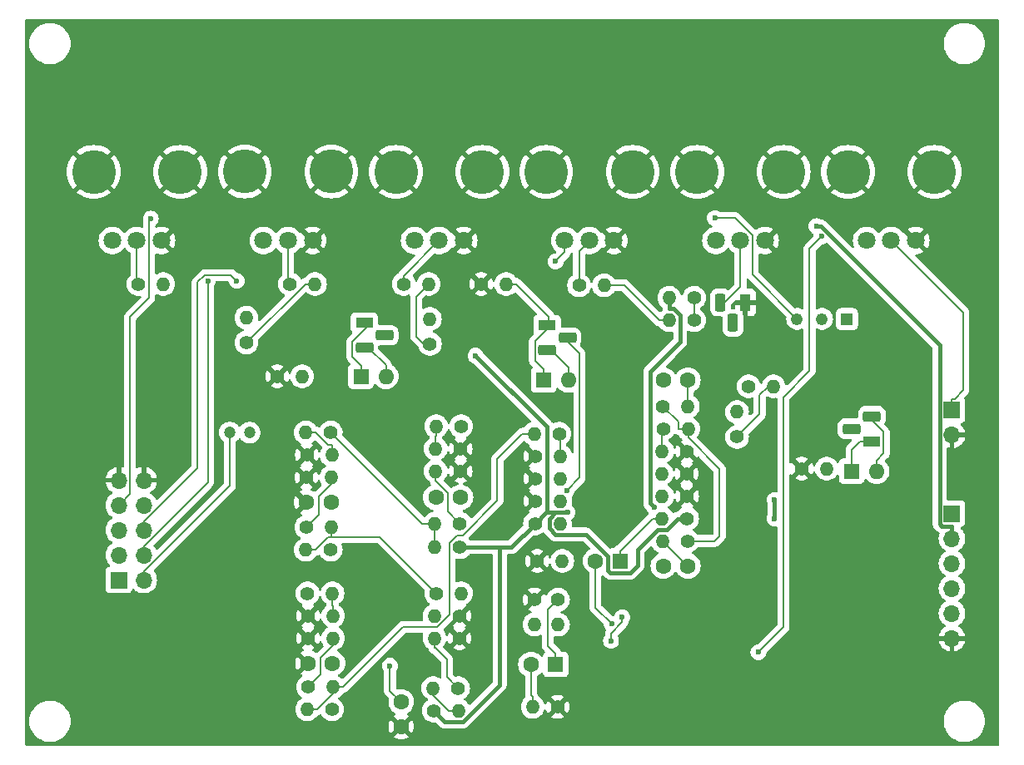
<source format=gbl>
%TF.GenerationSoftware,KiCad,Pcbnew,8.0.8*%
%TF.CreationDate,2025-06-29T12:52:17+09:00*%
%TF.ProjectId,VCFSeparate,56434653-6570-4617-9261-74652e6b6963,rev?*%
%TF.SameCoordinates,Original*%
%TF.FileFunction,Copper,L2,Bot*%
%TF.FilePolarity,Positive*%
%FSLAX46Y46*%
G04 Gerber Fmt 4.6, Leading zero omitted, Abs format (unit mm)*
G04 Created by KiCad (PCBNEW 8.0.8) date 2025-06-29 12:52:17*
%MOMM*%
%LPD*%
G01*
G04 APERTURE LIST*
G04 Aperture macros list*
%AMRoundRect*
0 Rectangle with rounded corners*
0 $1 Rounding radius*
0 $2 $3 $4 $5 $6 $7 $8 $9 X,Y pos of 4 corners*
0 Add a 4 corners polygon primitive as box body*
4,1,4,$2,$3,$4,$5,$6,$7,$8,$9,$2,$3,0*
0 Add four circle primitives for the rounded corners*
1,1,$1+$1,$2,$3*
1,1,$1+$1,$4,$5*
1,1,$1+$1,$6,$7*
1,1,$1+$1,$8,$9*
0 Add four rect primitives between the rounded corners*
20,1,$1+$1,$2,$3,$4,$5,0*
20,1,$1+$1,$4,$5,$6,$7,0*
20,1,$1+$1,$6,$7,$8,$9,0*
20,1,$1+$1,$8,$9,$2,$3,0*%
G04 Aperture macros list end*
%TA.AperFunction,ComponentPad*%
%ADD10C,1.600000*%
%TD*%
%TA.AperFunction,ComponentPad*%
%ADD11C,1.400000*%
%TD*%
%TA.AperFunction,ComponentPad*%
%ADD12O,1.400000X1.400000*%
%TD*%
%TA.AperFunction,ComponentPad*%
%ADD13R,1.600000X1.600000*%
%TD*%
%TA.AperFunction,ComponentPad*%
%ADD14O,1.600000X1.600000*%
%TD*%
%TA.AperFunction,ComponentPad*%
%ADD15R,1.217000X1.217000*%
%TD*%
%TA.AperFunction,ComponentPad*%
%ADD16C,1.217000*%
%TD*%
%TA.AperFunction,ComponentPad*%
%ADD17R,1.700000X1.700000*%
%TD*%
%TA.AperFunction,ComponentPad*%
%ADD18O,1.700000X1.700000*%
%TD*%
%TA.AperFunction,ComponentPad*%
%ADD19C,1.800000*%
%TD*%
%TA.AperFunction,ComponentPad*%
%ADD20C,4.455000*%
%TD*%
%TA.AperFunction,ComponentPad*%
%ADD21R,1.800000X1.100000*%
%TD*%
%TA.AperFunction,ComponentPad*%
%ADD22RoundRect,0.275000X0.625000X-0.275000X0.625000X0.275000X-0.625000X0.275000X-0.625000X-0.275000X0*%
%TD*%
%TA.AperFunction,ComponentPad*%
%ADD23C,1.200000*%
%TD*%
%TA.AperFunction,ComponentPad*%
%ADD24R,1.100000X1.800000*%
%TD*%
%TA.AperFunction,ComponentPad*%
%ADD25RoundRect,0.275000X0.275000X0.625000X-0.275000X0.625000X-0.275000X-0.625000X0.275000X-0.625000X0*%
%TD*%
%TA.AperFunction,ComponentPad*%
%ADD26RoundRect,0.275000X-0.625000X0.275000X-0.625000X-0.275000X0.625000X-0.275000X0.625000X0.275000X0*%
%TD*%
%TA.AperFunction,ViaPad*%
%ADD27C,0.600000*%
%TD*%
%TA.AperFunction,Conductor*%
%ADD28C,0.200000*%
%TD*%
%TA.AperFunction,Conductor*%
%ADD29C,0.400000*%
%TD*%
G04 APERTURE END LIST*
D10*
%TO.P,C5,1*%
%TO.N,ResoWav*%
X120374000Y-75184000D03*
%TO.P,C5,2*%
%TO.N,Net-(C5-Pad2)*%
X122874000Y-75184000D03*
%TD*%
D11*
%TO.P,R45,1*%
%TO.N,Net-(U6A--)*%
X127889000Y-62053000D03*
D12*
%TO.P,R45,2*%
%TO.N,Net-(U6B-+)*%
X127889000Y-59513000D03*
%TD*%
D11*
%TO.P,R7,1*%
%TO.N,GNDA*%
X84074000Y-66167000D03*
D12*
%TO.P,R7,2*%
%TO.N,Net-(U1C--)*%
X86614000Y-66167000D03*
%TD*%
D11*
%TO.P,R29,1*%
%TO.N,Net-(Q1-C)*%
X123521000Y-50165000D03*
D12*
%TO.P,R29,2*%
%TO.N,Net-(U4A--)*%
X120981000Y-50165000D03*
%TD*%
D13*
%TO.P,D2,1,K*%
%TO.N,Net-(D2-K)*%
X89633700Y-55880000D03*
D14*
%TO.P,D2,2,A*%
%TO.N,Net-(D2-A)*%
X92173700Y-55880000D03*
%TD*%
D11*
%TO.P,R13,1*%
%TO.N,GNDA*%
X99645000Y-80264000D03*
D12*
%TO.P,R13,2*%
%TO.N,Net-(U2A-+)*%
X97105000Y-80264000D03*
%TD*%
D10*
%TO.P,C1,1*%
%TO.N,Net-(C1-Pad1)*%
X97252000Y-68199000D03*
%TO.P,C1,2*%
%TO.N,ResoWav*%
X99752000Y-68199000D03*
%TD*%
D11*
%TO.P,R12,1*%
%TO.N,GNDA*%
X99645000Y-82550000D03*
D12*
%TO.P,R12,2*%
%TO.N,Net-(U2A--)*%
X97105000Y-82550000D03*
%TD*%
D13*
%TO.P,D3,1,K*%
%TO.N,Net-(D3-K)*%
X139538000Y-65532000D03*
D14*
%TO.P,D3,2,A*%
%TO.N,Net-(D3-A)*%
X142078000Y-65532000D03*
%TD*%
D11*
%TO.P,R46,1*%
%TO.N,GNDA*%
X134458000Y-65278000D03*
D12*
%TO.P,R46,2*%
%TO.N,Net-(D3-K)*%
X136998000Y-65278000D03*
%TD*%
D11*
%TO.P,R38,1*%
%TO.N,GNDA*%
X107569000Y-74676000D03*
D12*
%TO.P,R38,2*%
%TO.N,Net-(U7A-+)*%
X110109000Y-74676000D03*
%TD*%
D15*
%TO.P,VR1,1,CCW*%
%TO.N,Net-(VR1-CCW)*%
X139065000Y-50038000D03*
D16*
%TO.P,VR1,2,WIPER*%
%TO.N,CV*%
X136525000Y-50038000D03*
%TO.P,VR1,3,CW*%
X133985000Y-50038000D03*
%TD*%
D11*
%TO.P,R4,1*%
%TO.N,Net-(C8-Pad2)*%
X99822000Y-60960000D03*
D12*
%TO.P,R4,2*%
%TO.N,Net-(U1A-+)*%
X97282000Y-60960000D03*
%TD*%
D11*
%TO.P,R17,1*%
%TO.N,GNDA*%
X84251000Y-82550000D03*
D12*
%TO.P,R17,2*%
%TO.N,Net-(U2C--)*%
X86791000Y-82550000D03*
%TD*%
D11*
%TO.P,R36,1*%
%TO.N,GNDA*%
X122806000Y-68072000D03*
D12*
%TO.P,R36,2*%
%TO.N,Net-(R36-Pad2)*%
X120266000Y-68072000D03*
%TD*%
D13*
%TO.P,C7,1*%
%TO.N,Net-(C7-Pad1)*%
X115988000Y-74676000D03*
D10*
%TO.P,C7,2*%
%TO.N,Net-(U7A-+)*%
X113488000Y-74676000D03*
%TD*%
D11*
%TO.P,R26,1*%
%TO.N,Net-(VR4-WIPER)*%
X111810000Y-46609000D03*
D12*
%TO.P,R26,2*%
%TO.N,Net-(U4A--)*%
X114350000Y-46609000D03*
%TD*%
D17*
%TO.P,J3,1,Pin_1*%
%TO.N,Net-(J3-Pin_1)*%
X149733000Y-59314000D03*
D18*
%TO.P,J3,2,Pin_2*%
%TO.N,GNDA*%
X149733000Y-61854000D03*
%TD*%
D11*
%TO.P,R20,1*%
%TO.N,GNDA*%
X107362000Y-66294000D03*
D12*
%TO.P,R20,2*%
%TO.N,Net-(U3C--)*%
X109902000Y-66294000D03*
%TD*%
D11*
%TO.P,R37,1*%
%TO.N,-12VA*%
X122806000Y-70358000D03*
D12*
%TO.P,R37,2*%
%TO.N,Net-(C7-Pad1)*%
X120266000Y-70358000D03*
%TD*%
D11*
%TO.P,R6,1*%
%TO.N,-12VA*%
X99695000Y-73279000D03*
D12*
%TO.P,R6,2*%
%TO.N,Net-(R3-Pad2)*%
X97155000Y-73279000D03*
%TD*%
D11*
%TO.P,R39,1*%
%TO.N,Net-(U4A--)*%
X96647000Y-52578000D03*
D12*
%TO.P,R39,2*%
%TO.N,Net-(U4B-+)*%
X96647000Y-50038000D03*
%TD*%
D11*
%TO.P,R22,1*%
%TO.N,GNDA*%
X107377000Y-68580000D03*
D12*
%TO.P,R22,2*%
%TO.N,Net-(R22-Pad2)*%
X109917000Y-68580000D03*
%TD*%
D11*
%TO.P,R16,1*%
%TO.N,Net-(R14-Pad2)*%
X84201000Y-77978000D03*
D12*
%TO.P,R16,2*%
%TO.N,Net-(U2C-+)*%
X86741000Y-77978000D03*
%TD*%
D10*
%TO.P,C4,1*%
%TO.N,Net-(C4-Pad1)*%
X86741000Y-85090000D03*
%TO.P,C4,2*%
%TO.N,GNDA*%
X84241000Y-85090000D03*
%TD*%
D11*
%TO.P,R3,1*%
%TO.N,Net-(U1A--)*%
X99695000Y-70866000D03*
D12*
%TO.P,R3,2*%
%TO.N,Net-(R3-Pad2)*%
X97155000Y-70866000D03*
%TD*%
D11*
%TO.P,R9,1*%
%TO.N,Net-(U1C--)*%
X84074000Y-71247000D03*
D12*
%TO.P,R9,2*%
%TO.N,LP12db*%
X86614000Y-71247000D03*
%TD*%
D10*
%TO.P,C3,1*%
%TO.N,Net-(C3-Pad1)*%
X93726000Y-89027000D03*
%TO.P,C3,2*%
%TO.N,GNDA*%
X93726000Y-91527000D03*
%TD*%
D11*
%TO.P,R35,1*%
%TO.N,Net-(R31-Pad2)*%
X120334000Y-58928000D03*
D12*
%TO.P,R35,2*%
%TO.N,Net-(C6-Pad2)*%
X122874000Y-58928000D03*
%TD*%
D19*
%TO.P,VR7,1,CCW*%
%TO.N,Net-(VR7-CCW)*%
X141055000Y-42052000D03*
%TO.P,VR7,2,WIPER*%
%TO.N,Net-(J3-Pin_1)*%
X143555000Y-42052000D03*
%TO.P,VR7,3,CW*%
%TO.N,GNDA*%
X146055000Y-42052000D03*
D20*
%TO.P,VR7,MH1,MH1*%
X139155000Y-35052000D03*
%TO.P,VR7,MH2,MH2*%
X147955000Y-35052000D03*
%TD*%
D11*
%TO.P,R8,1*%
%TO.N,GNDA*%
X84124000Y-63881000D03*
D12*
%TO.P,R8,2*%
%TO.N,Net-(U1C-+)*%
X86664000Y-63881000D03*
%TD*%
D11*
%TO.P,R43,1*%
%TO.N,Net-(VR6-WIPER)*%
X82423000Y-46482000D03*
D12*
%TO.P,R43,2*%
%TO.N,Net-(U5A--)*%
X84963000Y-46482000D03*
%TD*%
D21*
%TO.P,Q4,1,E*%
%TO.N,Net-(D3-K)*%
X141589000Y-62484000D03*
D22*
%TO.P,Q4,2,C*%
%TO.N,VCACnt*%
X139519000Y-61214000D03*
%TO.P,Q4,3,B*%
%TO.N,Net-(D3-A)*%
X141589000Y-59944000D03*
%TD*%
D11*
%TO.P,R23,1*%
%TO.N,-12VA*%
X107327000Y-70866000D03*
D12*
%TO.P,R23,2*%
%TO.N,ResoWav*%
X109867000Y-70866000D03*
%TD*%
D11*
%TO.P,R34,1*%
%TO.N,Net-(R31-Pad2)*%
X122824000Y-72644000D03*
D12*
%TO.P,R34,2*%
%TO.N,Net-(C5-Pad2)*%
X120284000Y-72644000D03*
%TD*%
D13*
%TO.P,D1,1,K*%
%TO.N,Net-(D1-K)*%
X108204000Y-56261000D03*
D14*
%TO.P,D1,2,A*%
%TO.N,Net-(D1-A)*%
X110744000Y-56261000D03*
%TD*%
D11*
%TO.P,R11,1*%
%TO.N,LP12db*%
X97282000Y-77978000D03*
D12*
%TO.P,R11,2*%
%TO.N,Net-(U2A-+)*%
X99822000Y-77978000D03*
%TD*%
D13*
%TO.P,C9,1*%
%TO.N,Net-(C9-Pad1)*%
X109424000Y-85217000D03*
D10*
%TO.P,C9,2*%
%TO.N,Net-(VR7-CCW)*%
X106924000Y-85217000D03*
%TD*%
D11*
%TO.P,R2,1*%
%TO.N,GNDA*%
X99772000Y-63246000D03*
D12*
%TO.P,R2,2*%
%TO.N,Net-(U1A-+)*%
X97232000Y-63246000D03*
%TD*%
D11*
%TO.P,R42,1*%
%TO.N,GNDA*%
X81111000Y-55880000D03*
D12*
%TO.P,R42,2*%
%TO.N,Net-(D2-K)*%
X83651000Y-55880000D03*
%TD*%
D11*
%TO.P,R24,1*%
%TO.N,Net-(U2C--)*%
X84251000Y-87503000D03*
D12*
%TO.P,R24,2*%
%TO.N,VCF_OUT*%
X86791000Y-87503000D03*
%TD*%
D17*
%TO.P,J1,1,Pin_1*%
%TO.N,+12VA*%
X149733000Y-69850000D03*
D18*
%TO.P,J1,2,Pin_2*%
%TO.N,+5VA*%
X149733000Y-72390000D03*
%TO.P,J1,3,Pin_3*%
%TO.N,-5VA*%
X149733000Y-74930000D03*
%TO.P,J1,4,Pin_4*%
%TO.N,-12VA*%
X149733000Y-77470000D03*
%TO.P,J1,5,Pin_5*%
%TO.N,unconnected-(J1-Pin_5-Pad5)*%
X149733000Y-80010000D03*
%TO.P,J1,6,Pin_6*%
%TO.N,GNDA*%
X149733000Y-82550000D03*
%TD*%
D11*
%TO.P,R47,1*%
%TO.N,Net-(C9-Pad1)*%
X109678000Y-78613000D03*
D12*
%TO.P,R47,2*%
%TO.N,Net-(U7A--)*%
X109678000Y-81153000D03*
%TD*%
D17*
%TO.P,J2,1,Pin_1*%
%TO.N,VCF_IN*%
X65000000Y-76620000D03*
D18*
%TO.P,J2,2,Pin_2*%
X67540000Y-76620000D03*
%TO.P,J2,3,Pin_3*%
%TO.N,Env*%
X65000000Y-74080000D03*
%TO.P,J2,4,Pin_4*%
X67540000Y-74080000D03*
%TO.P,J2,5,Pin_5*%
%TO.N,LFOSine*%
X65000000Y-71540000D03*
%TO.P,J2,6,Pin_6*%
X67540000Y-71540000D03*
%TO.P,J2,7,Pin_7*%
%TO.N,CV*%
X65000000Y-69000000D03*
%TO.P,J2,8,Pin_8*%
X67540000Y-69000000D03*
%TO.P,J2,9,Pin_9*%
%TO.N,GNDA*%
X65000000Y-66460000D03*
%TO.P,J2,10,Pin_10*%
X67540000Y-66460000D03*
%TD*%
D23*
%TO.P,C8,1*%
%TO.N,VCF_IN*%
X76297000Y-61595000D03*
%TO.P,C8,2*%
%TO.N,Net-(C8-Pad2)*%
X78297000Y-61595000D03*
%TD*%
D11*
%TO.P,R1,1*%
%TO.N,GNDA*%
X99772000Y-65532000D03*
D12*
%TO.P,R1,2*%
%TO.N,Net-(U1A--)*%
X97232000Y-65532000D03*
%TD*%
D11*
%TO.P,R18,1*%
%TO.N,GNDA*%
X84251000Y-80264000D03*
D12*
%TO.P,R18,2*%
%TO.N,Net-(U2C-+)*%
X86791000Y-80264000D03*
%TD*%
D11*
%TO.P,R44,1*%
%TO.N,Env*%
X129047000Y-56896000D03*
D12*
%TO.P,R44,2*%
%TO.N,Net-(U6A--)*%
X131587000Y-56896000D03*
%TD*%
D11*
%TO.P,R48,1*%
%TO.N,GNDA*%
X107265000Y-78613000D03*
D12*
%TO.P,R48,2*%
%TO.N,Net-(U7A--)*%
X107265000Y-81153000D03*
%TD*%
D19*
%TO.P,VR4,1,CCW*%
%TO.N,LFOSine*%
X110358000Y-42052000D03*
%TO.P,VR4,2,WIPER*%
%TO.N,Net-(VR4-WIPER)*%
X112858000Y-42052000D03*
%TO.P,VR4,3,CW*%
%TO.N,GNDA*%
X115358000Y-42052000D03*
D20*
%TO.P,VR4,MH1,MH1*%
X108458000Y-35052000D03*
%TO.P,VR4,MH2,MH2*%
X117258000Y-35052000D03*
%TD*%
D19*
%TO.P,VR2,1,CCW*%
%TO.N,Net-(VR1-CCW)*%
X125725000Y-42052000D03*
%TO.P,VR2,2,WIPER*%
%TO.N,Net-(Q1-B)*%
X128225000Y-42052000D03*
%TO.P,VR2,3,CW*%
%TO.N,GNDA*%
X130725000Y-42052000D03*
D20*
%TO.P,VR2,MH1,MH1*%
X123825000Y-35052000D03*
%TO.P,VR2,MH2,MH2*%
X132625000Y-35052000D03*
%TD*%
D11*
%TO.P,R21,1*%
%TO.N,Net-(U3C-+)*%
X109802000Y-61722000D03*
D12*
%TO.P,R21,2*%
%TO.N,VCF_OUT*%
X107262000Y-61722000D03*
%TD*%
D10*
%TO.P,C2,1*%
%TO.N,Net-(C2-Pad1)*%
X86594000Y-68707000D03*
%TO.P,C2,2*%
%TO.N,GNDA*%
X84094000Y-68707000D03*
%TD*%
D24*
%TO.P,Q1,1,E*%
%TO.N,GNDA*%
X128728000Y-48368000D03*
D25*
%TO.P,Q1,2,C*%
%TO.N,Net-(Q1-C)*%
X127458000Y-50438000D03*
%TO.P,Q1,3,B*%
%TO.N,Net-(Q1-B)*%
X126188000Y-48368000D03*
%TD*%
D19*
%TO.P,VR5,1,CCW*%
%TO.N,+5VA*%
X64347000Y-42052000D03*
%TO.P,VR5,2,WIPER*%
%TO.N,Net-(VR5-WIPER)*%
X66847000Y-42052000D03*
%TO.P,VR5,3,CW*%
%TO.N,GNDA*%
X69347000Y-42052000D03*
D20*
%TO.P,VR5,MH1,MH1*%
X62447000Y-35052000D03*
%TO.P,VR5,MH2,MH2*%
X71247000Y-35052000D03*
%TD*%
D11*
%TO.P,R49,1*%
%TO.N,GNDA*%
X109628000Y-89535000D03*
D12*
%TO.P,R49,2*%
%TO.N,Net-(VR7-CCW)*%
X107088000Y-89535000D03*
%TD*%
D11*
%TO.P,R25,1*%
%TO.N,Net-(VR3-WIPER)*%
X93980000Y-46482000D03*
D12*
%TO.P,R25,2*%
%TO.N,Net-(U4A--)*%
X96520000Y-46482000D03*
%TD*%
D19*
%TO.P,VR6,1,CCW*%
%TO.N,+5VA*%
X79714000Y-42040000D03*
%TO.P,VR6,2,WIPER*%
%TO.N,Net-(VR6-WIPER)*%
X82214000Y-42040000D03*
%TO.P,VR6,3,CW*%
%TO.N,GNDA*%
X84714000Y-42040000D03*
D20*
%TO.P,VR6,MH1,MH1*%
X77814000Y-35040000D03*
%TO.P,VR6,MH2,MH2*%
X86614000Y-35040000D03*
%TD*%
D11*
%TO.P,R30,1*%
%TO.N,-12VA*%
X86691000Y-89789000D03*
D12*
%TO.P,R30,2*%
%TO.N,VCF_OUT*%
X84151000Y-89789000D03*
%TD*%
D21*
%TO.P,Q3,1,E*%
%TO.N,Net-(D2-K)*%
X89967000Y-50419000D03*
D26*
%TO.P,Q3,2,C*%
%TO.N,ResoCnt*%
X92037000Y-51689000D03*
%TO.P,Q3,3,B*%
%TO.N,Net-(D2-A)*%
X89967000Y-52959000D03*
%TD*%
D11*
%TO.P,R10,1*%
%TO.N,-12VA*%
X86564000Y-73533000D03*
D12*
%TO.P,R10,2*%
%TO.N,LP12db*%
X84024000Y-73533000D03*
%TD*%
D11*
%TO.P,R5,1*%
%TO.N,Net-(R3-Pad2)*%
X86564000Y-61595000D03*
D12*
%TO.P,R5,2*%
%TO.N,Net-(U1C-+)*%
X84024000Y-61595000D03*
%TD*%
D11*
%TO.P,R14,1*%
%TO.N,Net-(U2A--)*%
X99518000Y-87630000D03*
D12*
%TO.P,R14,2*%
%TO.N,Net-(R14-Pad2)*%
X96978000Y-87630000D03*
%TD*%
D21*
%TO.P,Q2,1,E*%
%TO.N,Net-(D1-K)*%
X108566000Y-50673000D03*
D26*
%TO.P,Q2,2,C*%
%TO.N,VCFCnt*%
X110636000Y-51943000D03*
%TO.P,Q2,3,B*%
%TO.N,Net-(D1-A)*%
X108566000Y-53213000D03*
%TD*%
D11*
%TO.P,R40,1*%
%TO.N,GNDA*%
X101854000Y-46482000D03*
D12*
%TO.P,R40,2*%
%TO.N,Net-(D1-K)*%
X104394000Y-46482000D03*
%TD*%
D11*
%TO.P,R28,1*%
%TO.N,Net-(Q1-C)*%
X123521000Y-47879000D03*
D12*
%TO.P,R28,2*%
%TO.N,+12VA*%
X120981000Y-47879000D03*
%TD*%
D11*
%TO.P,R32,1*%
%TO.N,GNDA*%
X122729000Y-65786000D03*
D12*
%TO.P,R32,2*%
%TO.N,Net-(U3A--)*%
X120189000Y-65786000D03*
%TD*%
D11*
%TO.P,R31,1*%
%TO.N,Net-(U3A-+)*%
X120366000Y-61214000D03*
D12*
%TO.P,R31,2*%
%TO.N,Net-(R31-Pad2)*%
X122906000Y-61214000D03*
%TD*%
D10*
%TO.P,C6,1*%
%TO.N,VCF_OUT*%
X120374000Y-56261000D03*
%TO.P,C6,2*%
%TO.N,Net-(C6-Pad2)*%
X122874000Y-56261000D03*
%TD*%
D11*
%TO.P,R41,1*%
%TO.N,Net-(U5A--)*%
X77978000Y-52451000D03*
D12*
%TO.P,R41,2*%
%TO.N,Net-(U5B-+)*%
X77978000Y-49911000D03*
%TD*%
D11*
%TO.P,R33,1*%
%TO.N,GNDA*%
X122806000Y-63500000D03*
D12*
%TO.P,R33,2*%
%TO.N,Net-(U3A-+)*%
X120266000Y-63500000D03*
%TD*%
D11*
%TO.P,R19,1*%
%TO.N,GNDA*%
X107362000Y-64008000D03*
D12*
%TO.P,R19,2*%
%TO.N,Net-(U3C-+)*%
X109902000Y-64008000D03*
%TD*%
D19*
%TO.P,VR3,1,CCW*%
%TO.N,Env*%
X95081000Y-42052000D03*
%TO.P,VR3,2,WIPER*%
%TO.N,Net-(VR3-WIPER)*%
X97581000Y-42052000D03*
%TO.P,VR3,3,CW*%
%TO.N,GNDA*%
X100081000Y-42052000D03*
D20*
%TO.P,VR3,MH1,MH1*%
X93181000Y-35052000D03*
%TO.P,VR3,MH2,MH2*%
X101981000Y-35052000D03*
%TD*%
D11*
%TO.P,R27,1*%
%TO.N,Net-(VR5-WIPER)*%
X66979000Y-46482000D03*
D12*
%TO.P,R27,2*%
%TO.N,Net-(U4A--)*%
X69519000Y-46482000D03*
%TD*%
D11*
%TO.P,R15,1*%
%TO.N,-12VA*%
X97028000Y-89916000D03*
D12*
%TO.P,R15,2*%
%TO.N,Net-(R14-Pad2)*%
X99568000Y-89916000D03*
%TD*%
D27*
%TO.N,GNDA*%
X90551000Y-74422000D03*
X101473000Y-52197000D03*
%TO.N,Net-(C3-Pad1)*%
X92583000Y-85344000D03*
%TO.N,Net-(U7A-+)*%
X115113300Y-81084200D03*
%TO.N,Net-(VR7-CCW)*%
X136459300Y-41647100D03*
X130051100Y-83976600D03*
%TO.N,-12VA*%
X101294600Y-53769900D03*
X131699000Y-70358000D03*
X131699000Y-68453000D03*
X110655600Y-69748000D03*
%TO.N,+5VA*%
X135945300Y-40590600D03*
%TO.N,+12VA*%
X119450300Y-69215000D03*
%TO.N,Env*%
X74056200Y-46166500D03*
%TO.N,CV*%
X68262000Y-39812800D03*
X125627700Y-39767500D03*
%TO.N,LFOSine*%
X109421400Y-44185900D03*
X77003300Y-46164900D03*
%TO.N,VCFCnt*%
X110563900Y-67500100D03*
%TO.N,Net-(U7B-+)*%
X115062000Y-82804000D03*
X116205000Y-80391000D03*
%TD*%
D28*
%TO.N,Net-(C3-Pad1)*%
X92583000Y-85344000D02*
X92583000Y-87884000D01*
X92583000Y-87884000D02*
X93726000Y-89027000D01*
%TO.N,Net-(C5-Pad2)*%
X120284000Y-72644000D02*
X120334000Y-72644000D01*
X120334000Y-72644000D02*
X122874000Y-75184000D01*
%TO.N,Net-(C6-Pad2)*%
X122874000Y-56261000D02*
X122874000Y-58928000D01*
%TO.N,VCF_OUT*%
X97389200Y-81407000D02*
X98631300Y-80164900D01*
X93888700Y-81407000D02*
X97389200Y-81407000D01*
X99439600Y-72072500D02*
X99969300Y-72072500D01*
X98631300Y-72880800D02*
X99439600Y-72072500D01*
X84151000Y-89789000D02*
X85152700Y-89789000D01*
X86791000Y-88150700D02*
X86791000Y-87503000D01*
X87792700Y-87503000D02*
X93888700Y-81407000D01*
X85152700Y-89789000D02*
X86791000Y-88150700D01*
X103505000Y-68536800D02*
X103505000Y-64262000D01*
X86791000Y-87503000D02*
X87792700Y-87503000D01*
X106045000Y-61722000D02*
X107262000Y-61722000D01*
X103505000Y-64262000D02*
X106045000Y-61722000D01*
X98631300Y-80164900D02*
X98631300Y-72880800D01*
X99969300Y-72072500D02*
X103505000Y-68536800D01*
%TO.N,Net-(C7-Pad1)*%
X120266000Y-70358000D02*
X119264300Y-70358000D01*
X115988000Y-73574300D02*
X116048000Y-73574300D01*
X115988000Y-74676000D02*
X115988000Y-73574300D01*
X116048000Y-73574300D02*
X119264300Y-70358000D01*
%TO.N,Net-(U7A-+)*%
X113488000Y-74676000D02*
X113488000Y-79458900D01*
X113488000Y-79458900D02*
X115113300Y-81084200D01*
%TO.N,VCF_IN*%
X67540000Y-76620000D02*
X67540000Y-75756200D01*
X76297000Y-66999200D02*
X76297000Y-61595000D01*
X67540000Y-75756200D02*
X76297000Y-66999200D01*
%TO.N,Net-(VR7-CCW)*%
X107088000Y-88533300D02*
X106924000Y-88369300D01*
X135255000Y-42851400D02*
X136459300Y-41647100D01*
X130051100Y-83976600D02*
X132587200Y-81440500D01*
X106924000Y-88369300D02*
X106924000Y-85217000D01*
X135255000Y-55325200D02*
X135255000Y-42851400D01*
X132587200Y-57993000D02*
X135255000Y-55325200D01*
X132587200Y-81440500D02*
X132587200Y-57993000D01*
X107088000Y-89535000D02*
X107088000Y-88533300D01*
%TO.N,Net-(C9-Pad1)*%
X108650100Y-79640900D02*
X109678000Y-78613000D01*
X109424000Y-84115300D02*
X108650100Y-83341400D01*
X109424000Y-85217000D02*
X109424000Y-84115300D01*
X108650100Y-83341400D02*
X108650100Y-79640900D01*
%TO.N,Net-(D1-K)*%
X107324800Y-52314200D02*
X108735000Y-50904000D01*
X108204000Y-56261000D02*
X108204000Y-55159300D01*
X107324800Y-54280100D02*
X107324800Y-52314200D01*
X104394000Y-46482000D02*
X105395700Y-46482000D01*
X105395700Y-46482000D02*
X108735000Y-49821300D01*
X108735000Y-50442000D02*
X108735000Y-49821300D01*
X108966000Y-50673000D02*
X108735000Y-50442000D01*
X108204000Y-55159300D02*
X107324800Y-54280100D01*
X108735000Y-50904000D02*
X108735000Y-49821300D01*
%TO.N,Net-(D1-A)*%
X108966000Y-53213000D02*
X110744000Y-54991000D01*
X110744000Y-54991000D02*
X110744000Y-56261000D01*
%TO.N,Net-(D2-K)*%
X88764300Y-52341100D02*
X88764300Y-53908900D01*
X89633700Y-54778300D02*
X89633700Y-55880000D01*
X88764300Y-53908900D02*
X89633700Y-54778300D01*
X90367000Y-50419000D02*
X90367000Y-50738400D01*
X90367000Y-50738400D02*
X88764300Y-52341100D01*
%TO.N,Net-(D2-A)*%
X92173700Y-54765700D02*
X92173700Y-55880000D01*
X90367000Y-52959000D02*
X92173700Y-54765700D01*
%TO.N,Net-(D3-A)*%
X142790700Y-61545700D02*
X142790700Y-63717600D01*
X142790700Y-63717600D02*
X142078000Y-64430300D01*
X142078000Y-65532000D02*
X142078000Y-64430300D01*
X141189000Y-59944000D02*
X142790700Y-61545700D01*
%TO.N,Net-(D3-K)*%
X139538000Y-65532000D02*
X139538000Y-63333300D01*
X141189000Y-62484000D02*
X140387300Y-62484000D01*
X139538000Y-63333300D02*
X140387300Y-62484000D01*
D29*
%TO.N,-12VA*%
X117000500Y-75878800D02*
X115018200Y-75878800D01*
X97028000Y-89916000D02*
X98165900Y-91053900D01*
X115018200Y-75878800D02*
X114761700Y-75622300D01*
X98165900Y-91053900D02*
X99995100Y-91053900D01*
X131699000Y-68453000D02*
X131699000Y-70358000D01*
X108532000Y-61007300D02*
X101294600Y-53769900D01*
X99695000Y-73279000D02*
X100948700Y-73279000D01*
X114761700Y-75622300D02*
X114761700Y-74204900D01*
X108532000Y-69748000D02*
X108532000Y-61007300D01*
X108445000Y-69748000D02*
X108532000Y-69748000D01*
X108698300Y-69748000D02*
X108781000Y-69748000D01*
X122806000Y-70358000D02*
X121862900Y-70358000D01*
X120710900Y-71510000D02*
X119780700Y-71510000D01*
X110655600Y-69748100D02*
X110655600Y-69748000D01*
X104914000Y-73279000D02*
X107327000Y-70866000D01*
X99995100Y-91053900D02*
X103759000Y-87290000D01*
X108781000Y-69748000D02*
X110655600Y-69748000D01*
X107327000Y-70866000D02*
X108445000Y-69748000D01*
X117757300Y-73533400D02*
X117757300Y-75122000D01*
X114761700Y-74204900D02*
X112524500Y-71967700D01*
X108765300Y-70409700D02*
X109426900Y-69748100D01*
X117757300Y-75122000D02*
X117000500Y-75878800D01*
X112524500Y-71967700D02*
X109410700Y-71967700D01*
X121862900Y-70358000D02*
X120710900Y-71510000D01*
X109410700Y-71967700D02*
X108765300Y-71322300D01*
X108532000Y-69748000D02*
X108698300Y-69748000D01*
X119780700Y-71510000D02*
X117757300Y-73533400D01*
X103759000Y-73279000D02*
X100948700Y-73279000D01*
X108765300Y-71322300D02*
X108765300Y-70409700D01*
X109426900Y-69748100D02*
X110655600Y-69748100D01*
X100948700Y-73279000D02*
X104914000Y-73279000D01*
X103759000Y-87290000D02*
X103759000Y-73279000D01*
%TO.N,+5VA*%
X148716000Y-71138300D02*
X148481300Y-70903600D01*
X148481300Y-52676800D02*
X136395100Y-40590600D01*
X149733000Y-71138300D02*
X148716000Y-71138300D01*
X136395100Y-40590600D02*
X135945300Y-40590600D01*
X149733000Y-72390000D02*
X149733000Y-71138300D01*
X148481300Y-70903600D02*
X148481300Y-52676800D01*
%TO.N,+12VA*%
X119037700Y-55416300D02*
X119037700Y-68802400D01*
X119037700Y-68802400D02*
X119450300Y-69215000D01*
X120981000Y-48980700D02*
X121394100Y-48980700D01*
X120981000Y-47879000D02*
X120981000Y-48980700D01*
X122088400Y-49675000D02*
X122088400Y-52365600D01*
X121394100Y-48980700D02*
X122088400Y-49675000D01*
X122088400Y-52365600D02*
X119037700Y-55416300D01*
D28*
%TO.N,Env*%
X74056200Y-66680600D02*
X67540000Y-73196800D01*
X67540000Y-73196800D02*
X67540000Y-74080000D01*
X74056200Y-46166500D02*
X74056200Y-46164900D01*
X74056200Y-46164900D02*
X74056200Y-66680600D01*
%TO.N,CV*%
X127700700Y-39767500D02*
X125627700Y-39767500D01*
X68097000Y-39977800D02*
X68262000Y-39812800D01*
X133985000Y-50038000D02*
X129475000Y-45528000D01*
X66151700Y-67848300D02*
X66151700Y-49823900D01*
X129475000Y-45528000D02*
X129475000Y-41541800D01*
X68097000Y-47878600D02*
X68097000Y-39977800D01*
X129475000Y-41541800D02*
X127700700Y-39767500D01*
X65000000Y-69000000D02*
X66151700Y-67848300D01*
X66151700Y-49823900D02*
X68097000Y-47878600D01*
%TO.N,LFOSine*%
X76403100Y-45564700D02*
X77003300Y-46164900D01*
X73025000Y-46296000D02*
X73756300Y-45564700D01*
X109421400Y-44185900D02*
X110358000Y-43249300D01*
X110358000Y-43249300D02*
X110358000Y-42052000D01*
X73025000Y-65191300D02*
X73025000Y-46296000D01*
X67540000Y-71540000D02*
X67540000Y-70676300D01*
X73756300Y-45564700D02*
X76403100Y-45564700D01*
X67540000Y-70676300D02*
X73025000Y-65191300D01*
%TO.N,Net-(J3-Pin_1)*%
X143555000Y-42052000D02*
X150884700Y-49381700D01*
X150884700Y-49381700D02*
X150884700Y-57298600D01*
X150021000Y-58162300D02*
X149733000Y-58162300D01*
X149733000Y-59314000D02*
X149733000Y-58162300D01*
X150884700Y-57298600D02*
X150021000Y-58162300D01*
%TO.N,Net-(Q1-C)*%
X123521000Y-47879000D02*
X123521000Y-50165000D01*
%TO.N,Net-(Q1-B)*%
X126188000Y-48768000D02*
X128225000Y-46731000D01*
X128225000Y-46731000D02*
X128225000Y-42052000D01*
%TO.N,VCFCnt*%
X111876000Y-53583000D02*
X110236000Y-51943000D01*
X110563900Y-67500100D02*
X111876000Y-66188000D01*
X111876000Y-66188000D02*
X111876000Y-53583000D01*
%TO.N,Net-(U1A--)*%
X97232000Y-65532000D02*
X97232000Y-66533700D01*
X98502000Y-67803700D02*
X97232000Y-66533700D01*
X99695000Y-70866000D02*
X98502000Y-69673000D01*
X98502000Y-69673000D02*
X98502000Y-67803700D01*
%TO.N,Net-(U1A-+)*%
X97232000Y-62011700D02*
X97232000Y-63246000D01*
X97282000Y-60960000D02*
X97282000Y-61961700D01*
X97282000Y-61961700D02*
X97232000Y-62011700D01*
%TO.N,Net-(R3-Pad2)*%
X97155000Y-70866000D02*
X97155000Y-73279000D01*
X86564000Y-61595000D02*
X95835000Y-70866000D01*
X95835000Y-70866000D02*
X97155000Y-70866000D01*
%TO.N,Net-(U1C-+)*%
X85025700Y-61595000D02*
X86310000Y-62879300D01*
X86310000Y-62879300D02*
X86664000Y-62879300D01*
X84024000Y-61595000D02*
X85025700Y-61595000D01*
X86664000Y-63881000D02*
X86664000Y-62879300D01*
%TO.N,Net-(U1C--)*%
X85344100Y-68073700D02*
X85344100Y-69976900D01*
X86614000Y-66167000D02*
X86614000Y-66803800D01*
X85344100Y-69976900D02*
X84074000Y-71247000D01*
X86614000Y-66803800D02*
X85344100Y-68073700D01*
%TO.N,LP12db*%
X84024000Y-73533000D02*
X85025700Y-73533000D01*
X85025700Y-73533000D02*
X86310000Y-72248700D01*
X86614000Y-71247000D02*
X86614000Y-72248700D01*
X86310000Y-72248700D02*
X86614000Y-72248700D01*
X91552700Y-72248700D02*
X86614000Y-72248700D01*
X97282000Y-77978000D02*
X91552700Y-72248700D01*
%TO.N,Net-(U2A--)*%
X97105000Y-82550000D02*
X97105000Y-83551700D01*
X99518000Y-87630000D02*
X98395000Y-86507000D01*
X97208800Y-83551700D02*
X97105000Y-83551700D01*
X98395000Y-86507000D02*
X98395000Y-84737900D01*
X98395000Y-84737900D02*
X97208800Y-83551700D01*
%TO.N,Net-(R14-Pad2)*%
X96978000Y-88327700D02*
X96978000Y-87630000D01*
X98566300Y-89916000D02*
X96978000Y-88327700D01*
X99568000Y-89916000D02*
X98566300Y-89916000D01*
%TO.N,Net-(U2C-+)*%
X86741000Y-79212300D02*
X86741000Y-77978000D01*
X86791000Y-79262300D02*
X86741000Y-79212300D01*
X86791000Y-80264000D02*
X86791000Y-79262300D01*
%TO.N,Net-(U2C--)*%
X84251000Y-87503000D02*
X85491000Y-86263000D01*
X85491000Y-84562000D02*
X86791000Y-83262000D01*
X86791000Y-83262000D02*
X86791000Y-82550000D01*
X85491000Y-86263000D02*
X85491000Y-84562000D01*
%TO.N,Net-(U3C-+)*%
X109802000Y-61722000D02*
X109902000Y-61822000D01*
X109902000Y-61822000D02*
X109902000Y-64008000D01*
%TO.N,Net-(VR3-WIPER)*%
X93980000Y-46482000D02*
X93980000Y-45653000D01*
X93980000Y-45653000D02*
X97581000Y-42052000D01*
%TO.N,Net-(U4A--)*%
X119979300Y-50165000D02*
X116423300Y-46609000D01*
X120981000Y-50165000D02*
X119979300Y-50165000D01*
X116423300Y-46609000D02*
X114350000Y-46609000D01*
X96647000Y-52578000D02*
X96012000Y-52578000D01*
X95250000Y-51816000D02*
X95250000Y-47752000D01*
X96012000Y-52578000D02*
X95250000Y-51816000D01*
X95250000Y-47752000D02*
X96520000Y-46482000D01*
%TO.N,Net-(VR4-WIPER)*%
X111810000Y-46609000D02*
X111810000Y-43100000D01*
X111810000Y-43100000D02*
X112858000Y-42052000D01*
%TO.N,Net-(VR5-WIPER)*%
X66847000Y-42052000D02*
X66847000Y-46350000D01*
X66847000Y-46350000D02*
X66979000Y-46482000D01*
%TO.N,Net-(R31-Pad2)*%
X125603000Y-72644000D02*
X126111000Y-72136000D01*
X126111000Y-72136000D02*
X126111000Y-65319900D01*
X121904300Y-60498300D02*
X121904300Y-61214000D01*
X122906000Y-61214000D02*
X121904300Y-61214000D01*
X120334000Y-58928000D02*
X121904300Y-60498300D01*
X122906000Y-62114900D02*
X122906000Y-61214000D01*
X122824000Y-72644000D02*
X125603000Y-72644000D01*
X126111000Y-65319900D02*
X122906000Y-62114900D01*
%TO.N,Net-(U3A-+)*%
X120266000Y-61314000D02*
X120366000Y-61214000D01*
X120266000Y-63500000D02*
X120266000Y-61314000D01*
%TO.N,Net-(U5A--)*%
X83961300Y-46482000D02*
X77992300Y-52451000D01*
X84963000Y-46482000D02*
X83961300Y-46482000D01*
X77992300Y-52451000D02*
X77978000Y-52451000D01*
%TO.N,Net-(VR6-WIPER)*%
X82214000Y-46273000D02*
X82423000Y-46482000D01*
X82214000Y-42040000D02*
X82214000Y-46273000D01*
%TO.N,Net-(U6A--)*%
X130175000Y-59767000D02*
X130175000Y-57785000D01*
X127889000Y-62053000D02*
X130175000Y-59767000D01*
X130175000Y-57785000D02*
X131064000Y-56896000D01*
X131064000Y-56896000D02*
X131587000Y-56896000D01*
%TO.N,Net-(U7B-+)*%
X115062000Y-82804000D02*
X115062000Y-82042000D01*
X116205000Y-80899000D02*
X116205000Y-80391000D01*
X115062000Y-82042000D02*
X116205000Y-80899000D01*
%TD*%
%TA.AperFunction,Conductor*%
%TO.N,GNDA*%
G36*
X103001539Y-73999185D02*
G01*
X103047294Y-74051989D01*
X103058500Y-74103500D01*
X103058500Y-86948480D01*
X103038815Y-87015519D01*
X103022181Y-87036161D01*
X100772974Y-89285367D01*
X100711651Y-89318852D01*
X100641959Y-89313868D01*
X100586339Y-89272413D01*
X100458979Y-89103761D01*
X100294562Y-88953876D01*
X100294560Y-88953874D01*
X100147707Y-88862947D01*
X100101071Y-88810919D01*
X100089967Y-88741937D01*
X100117920Y-88677903D01*
X100147703Y-88652096D01*
X100244562Y-88592124D01*
X100408981Y-88442236D01*
X100543058Y-88264689D01*
X100642229Y-88065528D01*
X100703115Y-87851536D01*
X100723643Y-87630000D01*
X100703115Y-87408464D01*
X100642229Y-87194472D01*
X100641221Y-87192447D01*
X100543061Y-86995316D01*
X100543056Y-86995308D01*
X100408979Y-86817761D01*
X100244562Y-86667876D01*
X100244560Y-86667874D01*
X100055404Y-86550754D01*
X100055398Y-86550752D01*
X99847940Y-86470382D01*
X99629243Y-86429500D01*
X99406757Y-86429500D01*
X99336734Y-86442589D01*
X99268783Y-86455291D01*
X99199268Y-86448259D01*
X99158318Y-86421083D01*
X99031819Y-86294584D01*
X98998334Y-86233261D01*
X98995500Y-86206903D01*
X98995500Y-84658845D01*
X98995500Y-84658843D01*
X98954577Y-84506116D01*
X98954577Y-84506115D01*
X98954577Y-84506114D01*
X98914827Y-84437266D01*
X98914827Y-84437265D01*
X98875524Y-84369190D01*
X98875521Y-84369186D01*
X98875520Y-84369184D01*
X98763716Y-84257380D01*
X98763715Y-84257379D01*
X98759385Y-84253049D01*
X98759374Y-84253039D01*
X98063215Y-83556880D01*
X98991671Y-83556880D01*
X99107823Y-83628798D01*
X99107824Y-83628799D01*
X99315195Y-83709134D01*
X99533807Y-83750000D01*
X99756193Y-83750000D01*
X99974804Y-83709134D01*
X100182177Y-83628798D01*
X100182178Y-83628797D01*
X100298327Y-83556880D01*
X99645001Y-82903554D01*
X99645000Y-82903554D01*
X98991671Y-83556880D01*
X98063215Y-83556880D01*
X98017461Y-83511126D01*
X97983976Y-83449803D01*
X97988960Y-83380111D01*
X98006184Y-83348724D01*
X98130058Y-83184689D01*
X98229229Y-82985528D01*
X98255995Y-82891455D01*
X98293272Y-82832367D01*
X98356581Y-82802809D01*
X98425821Y-82812171D01*
X98479007Y-82857480D01*
X98494525Y-82891460D01*
X98521236Y-82985342D01*
X98521239Y-82985348D01*
X98620364Y-83184419D01*
X98620366Y-83184421D01*
X98636138Y-83205306D01*
X99291446Y-82550000D01*
X99291446Y-82549999D01*
X99245369Y-82503922D01*
X99295000Y-82503922D01*
X99295000Y-82596078D01*
X99318852Y-82685095D01*
X99364930Y-82764905D01*
X99430095Y-82830070D01*
X99509905Y-82876148D01*
X99598922Y-82900000D01*
X99691078Y-82900000D01*
X99780095Y-82876148D01*
X99859905Y-82830070D01*
X99925070Y-82764905D01*
X99971148Y-82685095D01*
X99995000Y-82596078D01*
X99995000Y-82549999D01*
X99998554Y-82549999D01*
X99998554Y-82550000D01*
X100653860Y-83205306D01*
X100653861Y-83205306D01*
X100669631Y-83184425D01*
X100669632Y-83184422D01*
X100768759Y-82985350D01*
X100829621Y-82771439D01*
X100850141Y-82550000D01*
X100850141Y-82549999D01*
X100829621Y-82328560D01*
X100768759Y-82114649D01*
X100669633Y-81915577D01*
X100669631Y-81915574D01*
X100653860Y-81894691D01*
X99998554Y-82549999D01*
X99995000Y-82549999D01*
X99995000Y-82503922D01*
X99971148Y-82414905D01*
X99925070Y-82335095D01*
X99859905Y-82269930D01*
X99780095Y-82223852D01*
X99691078Y-82200000D01*
X99598922Y-82200000D01*
X99509905Y-82223852D01*
X99430095Y-82269930D01*
X99364930Y-82335095D01*
X99318852Y-82414905D01*
X99295000Y-82503922D01*
X99245369Y-82503922D01*
X98636138Y-81894691D01*
X98636137Y-81894691D01*
X98620369Y-81915571D01*
X98521239Y-82114651D01*
X98521237Y-82114655D01*
X98494525Y-82208540D01*
X98457246Y-82267633D01*
X98393936Y-82297190D01*
X98324697Y-82287828D01*
X98271510Y-82242518D01*
X98255994Y-82208541D01*
X98229229Y-82114472D01*
X98214093Y-82084075D01*
X98130061Y-81915316D01*
X98130052Y-81915302D01*
X98023011Y-81773556D01*
X97998319Y-81708195D01*
X98012884Y-81639860D01*
X98034280Y-81611153D01*
X98374554Y-81270880D01*
X98991671Y-81270880D01*
X99041240Y-81301572D01*
X99087876Y-81353600D01*
X99098980Y-81422581D01*
X99071027Y-81486616D01*
X99041240Y-81512426D01*
X98991672Y-81543116D01*
X98991671Y-81543118D01*
X99645000Y-82196446D01*
X99645001Y-82196446D01*
X100298327Y-81543118D01*
X100248758Y-81512426D01*
X100202123Y-81460398D01*
X100191019Y-81391416D01*
X100218972Y-81327382D01*
X100248759Y-81301572D01*
X100298327Y-81270880D01*
X99645001Y-80617554D01*
X99645000Y-80617554D01*
X98991671Y-81270880D01*
X98374554Y-81270880D01*
X99111820Y-80533616D01*
X99190877Y-80396684D01*
X99194033Y-80384905D01*
X99226126Y-80329317D01*
X99295000Y-80260443D01*
X99295000Y-80310078D01*
X99318852Y-80399095D01*
X99364930Y-80478905D01*
X99430095Y-80544070D01*
X99509905Y-80590148D01*
X99598922Y-80614000D01*
X99691078Y-80614000D01*
X99780095Y-80590148D01*
X99859905Y-80544070D01*
X99925070Y-80478905D01*
X99971148Y-80399095D01*
X99995000Y-80310078D01*
X99995000Y-80263999D01*
X99998554Y-80263999D01*
X99998554Y-80264000D01*
X100653860Y-80919306D01*
X100653861Y-80919306D01*
X100669631Y-80898425D01*
X100669632Y-80898422D01*
X100768759Y-80699350D01*
X100829621Y-80485439D01*
X100850141Y-80264000D01*
X100850141Y-80263999D01*
X100829621Y-80042560D01*
X100768759Y-79828649D01*
X100669633Y-79629577D01*
X100669631Y-79629574D01*
X100653860Y-79608691D01*
X99998554Y-80263999D01*
X99995000Y-80263999D01*
X99995000Y-80217922D01*
X99971148Y-80128905D01*
X99925070Y-80049095D01*
X99859905Y-79983930D01*
X99780095Y-79937852D01*
X99691078Y-79914000D01*
X99641445Y-79914000D01*
X100298327Y-79257118D01*
X100295901Y-79236208D01*
X100288358Y-79227793D01*
X100277254Y-79158811D01*
X100305207Y-79094777D01*
X100355479Y-79058767D01*
X100357648Y-79057925D01*
X100359401Y-79057247D01*
X100548562Y-78940124D01*
X100712981Y-78790236D01*
X100847058Y-78612689D01*
X100946229Y-78413528D01*
X101007115Y-78199536D01*
X101027643Y-77978000D01*
X101025517Y-77955061D01*
X101007115Y-77756464D01*
X101007114Y-77756462D01*
X100995293Y-77714916D01*
X100946229Y-77542472D01*
X100941888Y-77533754D01*
X100847061Y-77343316D01*
X100847056Y-77343308D01*
X100712979Y-77165761D01*
X100548562Y-77015876D01*
X100548560Y-77015874D01*
X100359404Y-76898754D01*
X100359398Y-76898752D01*
X100151940Y-76818382D01*
X99933243Y-76777500D01*
X99710757Y-76777500D01*
X99492060Y-76818382D01*
X99492057Y-76818382D01*
X99492057Y-76818383D01*
X99400593Y-76853816D01*
X99330969Y-76859677D01*
X99269230Y-76826967D01*
X99234975Y-76766070D01*
X99231800Y-76738189D01*
X99231800Y-74563034D01*
X99251485Y-74495995D01*
X99304289Y-74450240D01*
X99373447Y-74440296D01*
X99378518Y-74441133D01*
X99583757Y-74479500D01*
X99583760Y-74479500D01*
X99806241Y-74479500D01*
X99806243Y-74479500D01*
X100024940Y-74438618D01*
X100232401Y-74358247D01*
X100421562Y-74241124D01*
X100585981Y-74091236D01*
X100633151Y-74028773D01*
X100689260Y-73987137D01*
X100732105Y-73979500D01*
X100879707Y-73979500D01*
X102934500Y-73979500D01*
X103001539Y-73999185D01*
G37*
%TD.AperFunction*%
%TA.AperFunction,Conductor*%
G36*
X106276920Y-62441827D02*
G01*
X106332540Y-62483282D01*
X106339968Y-62493118D01*
X106371019Y-62534236D01*
X106524603Y-62674247D01*
X106535437Y-62684123D01*
X106535439Y-62684125D01*
X106707765Y-62790824D01*
X106754401Y-62842852D01*
X106765505Y-62911833D01*
X106737552Y-62975868D01*
X106708700Y-63000867D01*
X106708671Y-63001118D01*
X107365553Y-63658000D01*
X107315922Y-63658000D01*
X107226905Y-63681852D01*
X107147095Y-63727930D01*
X107081930Y-63793095D01*
X107035852Y-63872905D01*
X107012000Y-63961922D01*
X107012000Y-64054078D01*
X107035852Y-64143095D01*
X107081930Y-64222905D01*
X107147095Y-64288070D01*
X107226905Y-64334148D01*
X107315922Y-64358000D01*
X107365552Y-64358000D01*
X106708671Y-65014880D01*
X106758240Y-65045572D01*
X106804876Y-65097600D01*
X106815980Y-65166581D01*
X106788027Y-65230616D01*
X106758240Y-65256426D01*
X106708672Y-65287116D01*
X106708671Y-65287118D01*
X107365553Y-65944000D01*
X107315922Y-65944000D01*
X107226905Y-65967852D01*
X107147095Y-66013930D01*
X107081930Y-66079095D01*
X107035852Y-66158905D01*
X107012000Y-66247922D01*
X107012000Y-66340078D01*
X107035852Y-66429095D01*
X107081930Y-66508905D01*
X107147095Y-66574070D01*
X107226905Y-66620148D01*
X107315922Y-66644000D01*
X107365552Y-66644000D01*
X106708671Y-67300880D01*
X106708672Y-67300881D01*
X106765740Y-67336216D01*
X106812376Y-67388244D01*
X106823480Y-67457225D01*
X106795527Y-67521260D01*
X106765740Y-67547070D01*
X106723672Y-67573117D01*
X106723671Y-67573118D01*
X107380553Y-68230000D01*
X107330922Y-68230000D01*
X107241905Y-68253852D01*
X107162095Y-68299930D01*
X107096930Y-68365095D01*
X107050852Y-68444905D01*
X107027000Y-68533922D01*
X107027000Y-68626078D01*
X107050852Y-68715095D01*
X107096930Y-68794905D01*
X107162095Y-68860070D01*
X107241905Y-68906148D01*
X107330922Y-68930000D01*
X107380552Y-68930000D01*
X106723671Y-69586880D01*
X106747767Y-69601800D01*
X106794402Y-69653828D01*
X106805506Y-69722810D01*
X106777553Y-69786844D01*
X106747767Y-69812654D01*
X106600436Y-69903877D01*
X106436020Y-70053761D01*
X106301943Y-70231308D01*
X106301938Y-70231316D01*
X106202775Y-70430461D01*
X106202769Y-70430476D01*
X106141885Y-70644462D01*
X106141884Y-70644464D01*
X106121357Y-70865999D01*
X106121357Y-70866001D01*
X106134217Y-71004793D01*
X106120802Y-71073362D01*
X106098427Y-71103914D01*
X104660162Y-72542181D01*
X104598839Y-72575666D01*
X104572481Y-72578500D01*
X100732105Y-72578500D01*
X100665066Y-72558815D01*
X100633151Y-72529227D01*
X100602106Y-72488117D01*
X100585981Y-72466764D01*
X100585980Y-72466763D01*
X100582526Y-72462189D01*
X100584327Y-72460828D01*
X100558017Y-72406900D01*
X100566194Y-72337511D01*
X100592581Y-72298452D01*
X103863506Y-69027528D01*
X103863511Y-69027524D01*
X103873714Y-69017320D01*
X103873716Y-69017320D01*
X103985520Y-68905516D01*
X104044983Y-68802522D01*
X104064577Y-68768585D01*
X104105501Y-68615857D01*
X104105501Y-68579999D01*
X106171859Y-68579999D01*
X106171859Y-68580000D01*
X106192378Y-68801439D01*
X106253240Y-69015350D01*
X106352364Y-69214419D01*
X106352366Y-69214421D01*
X106368138Y-69235306D01*
X107023446Y-68580000D01*
X107023446Y-68579999D01*
X106368138Y-67924691D01*
X106368137Y-67924691D01*
X106352369Y-67945571D01*
X106253240Y-68144649D01*
X106192378Y-68358560D01*
X106171859Y-68579999D01*
X104105501Y-68579999D01*
X104105501Y-68457743D01*
X104105501Y-68450148D01*
X104105500Y-68450130D01*
X104105500Y-66293999D01*
X106156859Y-66293999D01*
X106156859Y-66294000D01*
X106177378Y-66515439D01*
X106238240Y-66729350D01*
X106337364Y-66928419D01*
X106337366Y-66928421D01*
X106353138Y-66949306D01*
X107008446Y-66294000D01*
X107008446Y-66293999D01*
X106353138Y-65638691D01*
X106353137Y-65638691D01*
X106337369Y-65659571D01*
X106238240Y-65858649D01*
X106177378Y-66072560D01*
X106156859Y-66293999D01*
X104105500Y-66293999D01*
X104105500Y-64562096D01*
X104125185Y-64495057D01*
X104141814Y-64474420D01*
X104608235Y-64007999D01*
X106156859Y-64007999D01*
X106156859Y-64008000D01*
X106177378Y-64229439D01*
X106238240Y-64443350D01*
X106337364Y-64642419D01*
X106337366Y-64642421D01*
X106353138Y-64663306D01*
X107008446Y-64008000D01*
X107008446Y-64007999D01*
X106353138Y-63352691D01*
X106353137Y-63352691D01*
X106337369Y-63373571D01*
X106238240Y-63572649D01*
X106177378Y-63786560D01*
X106156859Y-64007999D01*
X104608235Y-64007999D01*
X106145907Y-62470326D01*
X106207228Y-62436843D01*
X106276920Y-62441827D01*
G37*
%TD.AperFunction*%
%TA.AperFunction,Conductor*%
G36*
X121597168Y-61730075D02*
G01*
X121672516Y-61773577D01*
X121821531Y-61813505D01*
X121881190Y-61849869D01*
X121888390Y-61858552D01*
X122015020Y-62026238D01*
X122179434Y-62176121D01*
X122179436Y-62176122D01*
X122179438Y-62176124D01*
X122251768Y-62220908D01*
X122298402Y-62272934D01*
X122309506Y-62341915D01*
X122281554Y-62405950D01*
X122251766Y-62431761D01*
X122152672Y-62493116D01*
X122152671Y-62493118D01*
X122809554Y-63150000D01*
X122759922Y-63150000D01*
X122670905Y-63173852D01*
X122591095Y-63219930D01*
X122525930Y-63285095D01*
X122479852Y-63364905D01*
X122456000Y-63453922D01*
X122456000Y-63546078D01*
X122479852Y-63635095D01*
X122525930Y-63714905D01*
X122591095Y-63780070D01*
X122670905Y-63826148D01*
X122759922Y-63850000D01*
X122852078Y-63850000D01*
X122941095Y-63826148D01*
X123020905Y-63780070D01*
X123086070Y-63714905D01*
X123132148Y-63635095D01*
X123156000Y-63546078D01*
X123156000Y-63496446D01*
X123814860Y-64155306D01*
X123814861Y-64155306D01*
X123830629Y-64134427D01*
X123830633Y-64134422D01*
X123835473Y-64124702D01*
X123882974Y-64073464D01*
X123950637Y-64056041D01*
X124016978Y-64077965D01*
X124034155Y-64092290D01*
X125474181Y-65532316D01*
X125507666Y-65593639D01*
X125510500Y-65619997D01*
X125510500Y-71835903D01*
X125490815Y-71902942D01*
X125474181Y-71923584D01*
X125390584Y-72007181D01*
X125329261Y-72040666D01*
X125302903Y-72043500D01*
X123936621Y-72043500D01*
X123869582Y-72023815D01*
X123837667Y-71994227D01*
X123714979Y-71831761D01*
X123550562Y-71681876D01*
X123550560Y-71681874D01*
X123419707Y-71600854D01*
X123373071Y-71548826D01*
X123361967Y-71479845D01*
X123389920Y-71415810D01*
X123419704Y-71390001D01*
X123532562Y-71320124D01*
X123696981Y-71170236D01*
X123831058Y-70992689D01*
X123930229Y-70793528D01*
X123991115Y-70579536D01*
X124011643Y-70358000D01*
X123991115Y-70136464D01*
X123930229Y-69922472D01*
X123926589Y-69915161D01*
X123831061Y-69723316D01*
X123831056Y-69723308D01*
X123696979Y-69545761D01*
X123532562Y-69395876D01*
X123532560Y-69395874D01*
X123410233Y-69320133D01*
X123363597Y-69268105D01*
X123352493Y-69199124D01*
X123380446Y-69135089D01*
X123410232Y-69109279D01*
X123459327Y-69078880D01*
X122806001Y-68425554D01*
X122806000Y-68425554D01*
X122152671Y-69078880D01*
X122201767Y-69109279D01*
X122248402Y-69161307D01*
X122259506Y-69230289D01*
X122231553Y-69294323D01*
X122201767Y-69320133D01*
X122079436Y-69395877D01*
X121915020Y-69545762D01*
X121865587Y-69611222D01*
X121809478Y-69652858D01*
X121790825Y-69658112D01*
X121658577Y-69684418D01*
X121658567Y-69684421D01*
X121531092Y-69737223D01*
X121473289Y-69775845D01*
X121406611Y-69796722D01*
X121339231Y-69778237D01*
X121293397Y-69728010D01*
X121291058Y-69723311D01*
X121224386Y-69635023D01*
X121156979Y-69545761D01*
X120992562Y-69395876D01*
X120992560Y-69395874D01*
X120870707Y-69320427D01*
X120824071Y-69268400D01*
X120812967Y-69199418D01*
X120840920Y-69135384D01*
X120870707Y-69109573D01*
X120902446Y-69089921D01*
X120992562Y-69034124D01*
X121156981Y-68884236D01*
X121291058Y-68706689D01*
X121390229Y-68507528D01*
X121416995Y-68413455D01*
X121454272Y-68354367D01*
X121517581Y-68324809D01*
X121586821Y-68334171D01*
X121640007Y-68379480D01*
X121655525Y-68413460D01*
X121682236Y-68507342D01*
X121682239Y-68507348D01*
X121781364Y-68706419D01*
X121781366Y-68706421D01*
X121797138Y-68727306D01*
X122452446Y-68072000D01*
X122452446Y-68071999D01*
X122406369Y-68025922D01*
X122456000Y-68025922D01*
X122456000Y-68118078D01*
X122479852Y-68207095D01*
X122525930Y-68286905D01*
X122591095Y-68352070D01*
X122670905Y-68398148D01*
X122759922Y-68422000D01*
X122852078Y-68422000D01*
X122941095Y-68398148D01*
X123020905Y-68352070D01*
X123086070Y-68286905D01*
X123132148Y-68207095D01*
X123156000Y-68118078D01*
X123156000Y-68071999D01*
X123159554Y-68071999D01*
X123159554Y-68072000D01*
X123814860Y-68727306D01*
X123814861Y-68727306D01*
X123830631Y-68706425D01*
X123830632Y-68706422D01*
X123929759Y-68507350D01*
X123990621Y-68293439D01*
X124011141Y-68072000D01*
X124011141Y-68071999D01*
X123990621Y-67850560D01*
X123929759Y-67636649D01*
X123830633Y-67437577D01*
X123830631Y-67437574D01*
X123814860Y-67416691D01*
X123159554Y-68071999D01*
X123156000Y-68071999D01*
X123156000Y-68025922D01*
X123132148Y-67936905D01*
X123086070Y-67857095D01*
X123020905Y-67791930D01*
X122941095Y-67745852D01*
X122852078Y-67722000D01*
X122759922Y-67722000D01*
X122670905Y-67745852D01*
X122591095Y-67791930D01*
X122525930Y-67857095D01*
X122479852Y-67936905D01*
X122456000Y-68025922D01*
X122406369Y-68025922D01*
X121797138Y-67416691D01*
X121797137Y-67416691D01*
X121781369Y-67437571D01*
X121682239Y-67636651D01*
X121682237Y-67636655D01*
X121655525Y-67730540D01*
X121618246Y-67789633D01*
X121554936Y-67819190D01*
X121485697Y-67809828D01*
X121432510Y-67764518D01*
X121416994Y-67730541D01*
X121390229Y-67636472D01*
X121390224Y-67636461D01*
X121291061Y-67437316D01*
X121291056Y-67437308D01*
X121156979Y-67259761D01*
X120992563Y-67109877D01*
X120992562Y-67109876D01*
X120832206Y-67010588D01*
X120785571Y-66958560D01*
X120774467Y-66889578D01*
X120802420Y-66825544D01*
X120832202Y-66799737D01*
X120843277Y-66792880D01*
X122075671Y-66792880D01*
X122163740Y-66847410D01*
X122210376Y-66899438D01*
X122221480Y-66968419D01*
X122193527Y-67032454D01*
X122163740Y-67058264D01*
X122152672Y-67065116D01*
X122152671Y-67065118D01*
X122806000Y-67718446D01*
X122806001Y-67718446D01*
X123459327Y-67065118D01*
X123459326Y-67065117D01*
X123371258Y-67010588D01*
X123324622Y-66958560D01*
X123313518Y-66889578D01*
X123341471Y-66825544D01*
X123371258Y-66799733D01*
X123382326Y-66792879D01*
X122729001Y-66139554D01*
X122729000Y-66139554D01*
X122075671Y-66792880D01*
X120843277Y-66792880D01*
X120915562Y-66748124D01*
X121029780Y-66644000D01*
X121079979Y-66598238D01*
X121099660Y-66572177D01*
X121214058Y-66420689D01*
X121313229Y-66221528D01*
X121339995Y-66127455D01*
X121377272Y-66068367D01*
X121440581Y-66038809D01*
X121509821Y-66048171D01*
X121563007Y-66093480D01*
X121578525Y-66127460D01*
X121605236Y-66221342D01*
X121605239Y-66221348D01*
X121704364Y-66420419D01*
X121704366Y-66420421D01*
X121720138Y-66441306D01*
X122375446Y-65786000D01*
X122375446Y-65785999D01*
X122329369Y-65739922D01*
X122379000Y-65739922D01*
X122379000Y-65832078D01*
X122402852Y-65921095D01*
X122448930Y-66000905D01*
X122514095Y-66066070D01*
X122593905Y-66112148D01*
X122682922Y-66136000D01*
X122775078Y-66136000D01*
X122864095Y-66112148D01*
X122943905Y-66066070D01*
X123009070Y-66000905D01*
X123055148Y-65921095D01*
X123079000Y-65832078D01*
X123079000Y-65785999D01*
X123082554Y-65785999D01*
X123082554Y-65786000D01*
X123737860Y-66441306D01*
X123737861Y-66441306D01*
X123753631Y-66420425D01*
X123753632Y-66420422D01*
X123852759Y-66221350D01*
X123913621Y-66007439D01*
X123934141Y-65786000D01*
X123934141Y-65785999D01*
X123913621Y-65564560D01*
X123852759Y-65350649D01*
X123753633Y-65151577D01*
X123753631Y-65151574D01*
X123737860Y-65130691D01*
X123082554Y-65785999D01*
X123079000Y-65785999D01*
X123079000Y-65739922D01*
X123055148Y-65650905D01*
X123009070Y-65571095D01*
X122943905Y-65505930D01*
X122864095Y-65459852D01*
X122775078Y-65436000D01*
X122682922Y-65436000D01*
X122593905Y-65459852D01*
X122514095Y-65505930D01*
X122448930Y-65571095D01*
X122402852Y-65650905D01*
X122379000Y-65739922D01*
X122329369Y-65739922D01*
X121720138Y-65130691D01*
X121720137Y-65130691D01*
X121704369Y-65151571D01*
X121605239Y-65350651D01*
X121605237Y-65350655D01*
X121578525Y-65444540D01*
X121541246Y-65503633D01*
X121477936Y-65533190D01*
X121408697Y-65523828D01*
X121355510Y-65478518D01*
X121339994Y-65444541D01*
X121313229Y-65350472D01*
X121313224Y-65350461D01*
X121214061Y-65151316D01*
X121214056Y-65151308D01*
X121079979Y-64973761D01*
X120915562Y-64823876D01*
X120915560Y-64823874D01*
X120843275Y-64779118D01*
X122075671Y-64779118D01*
X122729000Y-65432446D01*
X122729001Y-65432446D01*
X123382327Y-64779118D01*
X123382326Y-64779117D01*
X123371259Y-64772265D01*
X123324623Y-64720237D01*
X123313519Y-64651256D01*
X123341472Y-64587221D01*
X123371258Y-64561411D01*
X123459327Y-64506880D01*
X122806001Y-63853554D01*
X122806000Y-63853554D01*
X122152671Y-64506880D01*
X122152672Y-64506881D01*
X122163740Y-64513734D01*
X122210376Y-64565762D01*
X122221480Y-64634743D01*
X122193527Y-64698778D01*
X122163740Y-64724588D01*
X122075672Y-64779116D01*
X122075671Y-64779118D01*
X120843275Y-64779118D01*
X120832207Y-64772265D01*
X120785571Y-64720238D01*
X120774467Y-64651256D01*
X120802420Y-64587222D01*
X120832207Y-64561411D01*
X120879782Y-64531954D01*
X120992562Y-64462124D01*
X121152276Y-64316525D01*
X121156979Y-64312238D01*
X121159135Y-64309384D01*
X121291058Y-64134689D01*
X121390229Y-63935528D01*
X121416995Y-63841455D01*
X121454272Y-63782367D01*
X121517581Y-63752809D01*
X121586821Y-63762171D01*
X121640007Y-63807480D01*
X121655525Y-63841460D01*
X121682236Y-63935342D01*
X121682239Y-63935348D01*
X121781364Y-64134419D01*
X121781366Y-64134421D01*
X121797138Y-64155306D01*
X122452446Y-63500000D01*
X122452446Y-63499999D01*
X121797138Y-62844691D01*
X121797137Y-62844691D01*
X121781369Y-62865571D01*
X121682239Y-63064651D01*
X121682237Y-63064655D01*
X121655525Y-63158540D01*
X121618246Y-63217633D01*
X121554936Y-63247190D01*
X121485697Y-63237828D01*
X121432510Y-63192518D01*
X121416994Y-63158541D01*
X121390229Y-63064472D01*
X121390224Y-63064461D01*
X121291061Y-62865316D01*
X121291056Y-62865308D01*
X121156979Y-62687761D01*
X120992563Y-62537877D01*
X120992562Y-62537876D01*
X120925221Y-62496180D01*
X120878587Y-62444153D01*
X120866500Y-62390754D01*
X120866500Y-62385162D01*
X120886185Y-62318123D01*
X120925221Y-62279736D01*
X121092562Y-62176124D01*
X121252273Y-62030528D01*
X121256979Y-62026238D01*
X121265899Y-62014427D01*
X121391058Y-61848689D01*
X121424170Y-61782190D01*
X121471672Y-61730955D01*
X121539335Y-61713533D01*
X121597168Y-61730075D01*
G37*
%TD.AperFunction*%
%TA.AperFunction,Conductor*%
G36*
X67074075Y-66267007D02*
G01*
X67040000Y-66394174D01*
X67040000Y-66525826D01*
X67074075Y-66652993D01*
X67106988Y-66710000D01*
X66876200Y-66710000D01*
X66809161Y-66690315D01*
X66763406Y-66637511D01*
X66752200Y-66586000D01*
X66752200Y-66334000D01*
X66771885Y-66266961D01*
X66824689Y-66221206D01*
X66876200Y-66210000D01*
X67106988Y-66210000D01*
X67074075Y-66267007D01*
G37*
%TD.AperFunction*%
%TA.AperFunction,Conductor*%
G36*
X65494239Y-66229685D02*
G01*
X65539994Y-66282489D01*
X65551200Y-66334000D01*
X65551200Y-66586000D01*
X65531515Y-66653039D01*
X65478711Y-66698794D01*
X65433846Y-66708554D01*
X65465925Y-66652993D01*
X65500000Y-66525826D01*
X65500000Y-66394174D01*
X65465925Y-66267007D01*
X65434198Y-66212054D01*
X65494239Y-66229685D01*
G37*
%TD.AperFunction*%
%TA.AperFunction,Conductor*%
G36*
X154442539Y-19520185D02*
G01*
X154488294Y-19572989D01*
X154499500Y-19624500D01*
X154499500Y-93375500D01*
X154479815Y-93442539D01*
X154427011Y-93488294D01*
X154375500Y-93499500D01*
X55624500Y-93499500D01*
X55557461Y-93479815D01*
X55511706Y-93427011D01*
X55500500Y-93375500D01*
X55500500Y-91000000D01*
X55894592Y-91000000D01*
X55914201Y-91286680D01*
X55914201Y-91286684D01*
X55914202Y-91286686D01*
X55917052Y-91300400D01*
X55972666Y-91568034D01*
X55972667Y-91568037D01*
X56068894Y-91838793D01*
X56068893Y-91838793D01*
X56201098Y-92093935D01*
X56366812Y-92328700D01*
X56451923Y-92419831D01*
X56562947Y-92538708D01*
X56645690Y-92606024D01*
X56785853Y-92720055D01*
X57031382Y-92869365D01*
X57218237Y-92950526D01*
X57294942Y-92983844D01*
X57571642Y-93061371D01*
X57821920Y-93095771D01*
X57856321Y-93100500D01*
X57856322Y-93100500D01*
X58143679Y-93100500D01*
X58174370Y-93096281D01*
X58428358Y-93061371D01*
X58705058Y-92983844D01*
X58818015Y-92934779D01*
X58968617Y-92869365D01*
X58968620Y-92869363D01*
X58968625Y-92869361D01*
X59214147Y-92720055D01*
X59437053Y-92538708D01*
X59633189Y-92328698D01*
X59798901Y-92093936D01*
X59931104Y-91838797D01*
X60027334Y-91568032D01*
X60085798Y-91286686D01*
X60105408Y-91000000D01*
X60085798Y-90713314D01*
X60027334Y-90431968D01*
X60014859Y-90396868D01*
X59931105Y-90161206D01*
X59931106Y-90161206D01*
X59798901Y-89906064D01*
X59633187Y-89671299D01*
X59554554Y-89587105D01*
X59437053Y-89461292D01*
X59255844Y-89313868D01*
X59214146Y-89279944D01*
X58968617Y-89130634D01*
X58705063Y-89016158D01*
X58705061Y-89016157D01*
X58705058Y-89016156D01*
X58564454Y-88976761D01*
X58428364Y-88938630D01*
X58428359Y-88938629D01*
X58428358Y-88938629D01*
X58286018Y-88919064D01*
X58143679Y-88899500D01*
X58143678Y-88899500D01*
X57856322Y-88899500D01*
X57856321Y-88899500D01*
X57571642Y-88938629D01*
X57571635Y-88938630D01*
X57363861Y-88996845D01*
X57294942Y-89016156D01*
X57294939Y-89016156D01*
X57294936Y-89016158D01*
X57294935Y-89016158D01*
X57031382Y-89130634D01*
X56785853Y-89279944D01*
X56562950Y-89461289D01*
X56366812Y-89671299D01*
X56201098Y-89906064D01*
X56068894Y-90161206D01*
X55972667Y-90431962D01*
X55972666Y-90431965D01*
X55914201Y-90713319D01*
X55894592Y-91000000D01*
X55500500Y-91000000D01*
X55500500Y-82549999D01*
X83045859Y-82549999D01*
X83045859Y-82550000D01*
X83066378Y-82771439D01*
X83127240Y-82985350D01*
X83226364Y-83184419D01*
X83226366Y-83184421D01*
X83242138Y-83205306D01*
X83897446Y-82550000D01*
X83897446Y-82549999D01*
X83851369Y-82503922D01*
X83901000Y-82503922D01*
X83901000Y-82596078D01*
X83924852Y-82685095D01*
X83970930Y-82764905D01*
X84036095Y-82830070D01*
X84115905Y-82876148D01*
X84204922Y-82900000D01*
X84297078Y-82900000D01*
X84386095Y-82876148D01*
X84465905Y-82830070D01*
X84531070Y-82764905D01*
X84577148Y-82685095D01*
X84601000Y-82596078D01*
X84601000Y-82503922D01*
X84577148Y-82414905D01*
X84531070Y-82335095D01*
X84465905Y-82269930D01*
X84386095Y-82223852D01*
X84297078Y-82200000D01*
X84204922Y-82200000D01*
X84115905Y-82223852D01*
X84036095Y-82269930D01*
X83970930Y-82335095D01*
X83924852Y-82414905D01*
X83901000Y-82503922D01*
X83851369Y-82503922D01*
X83242138Y-81894691D01*
X83242137Y-81894691D01*
X83226369Y-81915571D01*
X83127240Y-82114649D01*
X83066378Y-82328560D01*
X83045859Y-82549999D01*
X55500500Y-82549999D01*
X55500500Y-81270880D01*
X83597671Y-81270880D01*
X83647240Y-81301572D01*
X83693876Y-81353600D01*
X83704980Y-81422581D01*
X83677027Y-81486616D01*
X83647240Y-81512426D01*
X83597672Y-81543116D01*
X83597671Y-81543118D01*
X84251000Y-82196446D01*
X84251001Y-82196446D01*
X84904327Y-81543118D01*
X84854758Y-81512426D01*
X84808123Y-81460398D01*
X84797019Y-81391416D01*
X84824972Y-81327382D01*
X84854759Y-81301572D01*
X84904327Y-81270880D01*
X84251001Y-80617554D01*
X84251000Y-80617554D01*
X83597671Y-81270880D01*
X55500500Y-81270880D01*
X55500500Y-80263999D01*
X83045859Y-80263999D01*
X83045859Y-80264000D01*
X83066378Y-80485439D01*
X83127240Y-80699350D01*
X83226364Y-80898419D01*
X83226366Y-80898421D01*
X83242138Y-80919306D01*
X83897446Y-80264000D01*
X83897446Y-80263999D01*
X83851369Y-80217922D01*
X83901000Y-80217922D01*
X83901000Y-80310078D01*
X83924852Y-80399095D01*
X83970930Y-80478905D01*
X84036095Y-80544070D01*
X84115905Y-80590148D01*
X84204922Y-80614000D01*
X84297078Y-80614000D01*
X84386095Y-80590148D01*
X84465905Y-80544070D01*
X84531070Y-80478905D01*
X84577148Y-80399095D01*
X84601000Y-80310078D01*
X84601000Y-80217922D01*
X84577148Y-80128905D01*
X84531070Y-80049095D01*
X84465905Y-79983930D01*
X84386095Y-79937852D01*
X84297078Y-79914000D01*
X84204922Y-79914000D01*
X84115905Y-79937852D01*
X84036095Y-79983930D01*
X83970930Y-80049095D01*
X83924852Y-80128905D01*
X83901000Y-80217922D01*
X83851369Y-80217922D01*
X83242138Y-79608691D01*
X83242137Y-79608691D01*
X83226369Y-79629571D01*
X83127240Y-79828649D01*
X83066378Y-80042560D01*
X83045859Y-80263999D01*
X55500500Y-80263999D01*
X55500500Y-42051993D01*
X62941700Y-42051993D01*
X62941700Y-42052006D01*
X62960864Y-42283297D01*
X62960866Y-42283308D01*
X63017842Y-42508298D01*
X63111075Y-42720848D01*
X63238016Y-42915147D01*
X63238019Y-42915151D01*
X63238021Y-42915153D01*
X63395216Y-43085913D01*
X63395219Y-43085915D01*
X63395222Y-43085918D01*
X63578365Y-43228464D01*
X63578371Y-43228468D01*
X63578374Y-43228470D01*
X63713497Y-43301595D01*
X63781652Y-43338479D01*
X63782497Y-43338936D01*
X63896487Y-43378068D01*
X64002015Y-43414297D01*
X64002017Y-43414297D01*
X64002019Y-43414298D01*
X64230951Y-43452500D01*
X64230952Y-43452500D01*
X64463048Y-43452500D01*
X64463049Y-43452500D01*
X64691981Y-43414298D01*
X64911503Y-43338936D01*
X65115626Y-43228470D01*
X65116170Y-43228047D01*
X65198500Y-43163967D01*
X65298784Y-43085913D01*
X65455979Y-42915153D01*
X65493191Y-42858196D01*
X65546337Y-42812839D01*
X65615569Y-42803415D01*
X65678904Y-42832917D01*
X65700809Y-42858196D01*
X65738016Y-42915147D01*
X65738019Y-42915151D01*
X65738021Y-42915153D01*
X65895216Y-43085913D01*
X65895219Y-43085915D01*
X65895222Y-43085918D01*
X66078365Y-43228464D01*
X66078376Y-43228471D01*
X66181517Y-43284288D01*
X66231108Y-43333507D01*
X66246500Y-43393343D01*
X66246500Y-45470537D01*
X66226815Y-45537576D01*
X66206039Y-45562174D01*
X66088018Y-45669764D01*
X65953943Y-45847308D01*
X65953938Y-45847316D01*
X65854775Y-46046461D01*
X65854769Y-46046476D01*
X65793885Y-46260462D01*
X65793884Y-46260464D01*
X65773357Y-46481999D01*
X65773357Y-46482000D01*
X65793884Y-46703535D01*
X65793885Y-46703537D01*
X65854769Y-46917523D01*
X65854775Y-46917538D01*
X65953938Y-47116683D01*
X65953943Y-47116691D01*
X66088020Y-47294238D01*
X66252437Y-47444123D01*
X66252439Y-47444125D01*
X66441595Y-47561245D01*
X66441596Y-47561245D01*
X66441599Y-47561247D01*
X66649060Y-47641618D01*
X66867757Y-47682500D01*
X66867759Y-47682500D01*
X67090242Y-47682500D01*
X67090243Y-47682500D01*
X67131550Y-47674778D01*
X67201063Y-47681807D01*
X67255742Y-47725304D01*
X67278226Y-47791457D01*
X67261375Y-47859264D01*
X67242016Y-47884347D01*
X65782986Y-49343378D01*
X65671181Y-49455182D01*
X65671177Y-49455187D01*
X65627806Y-49530310D01*
X65627806Y-49530311D01*
X65592123Y-49592114D01*
X65592123Y-49592115D01*
X65551199Y-49744843D01*
X65551199Y-49744845D01*
X65551199Y-49912946D01*
X65551200Y-49912959D01*
X65551200Y-65048470D01*
X65531515Y-65115509D01*
X65478711Y-65161264D01*
X65409553Y-65171208D01*
X65395106Y-65168245D01*
X65250000Y-65129364D01*
X65250000Y-66026988D01*
X65192993Y-65994075D01*
X65065826Y-65960000D01*
X64934174Y-65960000D01*
X64807007Y-65994075D01*
X64750000Y-66026988D01*
X64750000Y-65129364D01*
X64749999Y-65129364D01*
X64536513Y-65186567D01*
X64536507Y-65186570D01*
X64322422Y-65286399D01*
X64322420Y-65286400D01*
X64128926Y-65421886D01*
X64128920Y-65421891D01*
X63961891Y-65588920D01*
X63961886Y-65588926D01*
X63826400Y-65782420D01*
X63826399Y-65782422D01*
X63726570Y-65996507D01*
X63726567Y-65996513D01*
X63669364Y-66209999D01*
X63669364Y-66210000D01*
X64566988Y-66210000D01*
X64534075Y-66267007D01*
X64500000Y-66394174D01*
X64500000Y-66525826D01*
X64534075Y-66652993D01*
X64566988Y-66710000D01*
X63669364Y-66710000D01*
X63726567Y-66923486D01*
X63726570Y-66923492D01*
X63826399Y-67137578D01*
X63961894Y-67331082D01*
X64128917Y-67498105D01*
X64314595Y-67628119D01*
X64358219Y-67682696D01*
X64365412Y-67752195D01*
X64333890Y-67814549D01*
X64314595Y-67831269D01*
X64128594Y-67961508D01*
X63961505Y-68128597D01*
X63825965Y-68322169D01*
X63825964Y-68322171D01*
X63726098Y-68536335D01*
X63726094Y-68536344D01*
X63664938Y-68764586D01*
X63664936Y-68764596D01*
X63644341Y-68999999D01*
X63644341Y-69000000D01*
X63664936Y-69235403D01*
X63664938Y-69235413D01*
X63726094Y-69463655D01*
X63726096Y-69463659D01*
X63726097Y-69463663D01*
X63775098Y-69568745D01*
X63825965Y-69677830D01*
X63825967Y-69677834D01*
X63934281Y-69832521D01*
X63961501Y-69871396D01*
X63961506Y-69871402D01*
X64128597Y-70038493D01*
X64128603Y-70038498D01*
X64314158Y-70168425D01*
X64357783Y-70223002D01*
X64364977Y-70292500D01*
X64333454Y-70354855D01*
X64314158Y-70371575D01*
X64128597Y-70501505D01*
X63961505Y-70668597D01*
X63825965Y-70862169D01*
X63825964Y-70862171D01*
X63726098Y-71076335D01*
X63726094Y-71076344D01*
X63664938Y-71304586D01*
X63664936Y-71304596D01*
X63644341Y-71539999D01*
X63644341Y-71540000D01*
X63664936Y-71775403D01*
X63664938Y-71775413D01*
X63726094Y-72003655D01*
X63726096Y-72003659D01*
X63726097Y-72003663D01*
X63803547Y-72169754D01*
X63825965Y-72217830D01*
X63825967Y-72217834D01*
X63926018Y-72360721D01*
X63961501Y-72411396D01*
X63961506Y-72411402D01*
X64128597Y-72578493D01*
X64128603Y-72578498D01*
X64314158Y-72708425D01*
X64357783Y-72763002D01*
X64364977Y-72832500D01*
X64333454Y-72894855D01*
X64314158Y-72911575D01*
X64128597Y-73041505D01*
X63961505Y-73208597D01*
X63825965Y-73402169D01*
X63825964Y-73402171D01*
X63726098Y-73616335D01*
X63726094Y-73616344D01*
X63664938Y-73844586D01*
X63664936Y-73844596D01*
X63644341Y-74079999D01*
X63644341Y-74080000D01*
X63664936Y-74315403D01*
X63664938Y-74315413D01*
X63726094Y-74543655D01*
X63726096Y-74543659D01*
X63726097Y-74543663D01*
X63806004Y-74715023D01*
X63825965Y-74757830D01*
X63825967Y-74757834D01*
X63872518Y-74824315D01*
X63961501Y-74951396D01*
X63961506Y-74951402D01*
X64083430Y-75073326D01*
X64116915Y-75134649D01*
X64111931Y-75204341D01*
X64070059Y-75260274D01*
X64039083Y-75277189D01*
X63907669Y-75326203D01*
X63907664Y-75326206D01*
X63792455Y-75412452D01*
X63792452Y-75412455D01*
X63706206Y-75527664D01*
X63706202Y-75527671D01*
X63655908Y-75662517D01*
X63649501Y-75722116D01*
X63649500Y-75722135D01*
X63649500Y-77517870D01*
X63649501Y-77517876D01*
X63655908Y-77577483D01*
X63706202Y-77712328D01*
X63706206Y-77712335D01*
X63792452Y-77827544D01*
X63792455Y-77827547D01*
X63907664Y-77913793D01*
X63907671Y-77913797D01*
X64042517Y-77964091D01*
X64042516Y-77964091D01*
X64049444Y-77964835D01*
X64102127Y-77970500D01*
X65897872Y-77970499D01*
X65957483Y-77964091D01*
X66092331Y-77913796D01*
X66207546Y-77827546D01*
X66293796Y-77712331D01*
X66342810Y-77580916D01*
X66384681Y-77524984D01*
X66450145Y-77500566D01*
X66518418Y-77515417D01*
X66546673Y-77536569D01*
X66668599Y-77658495D01*
X66762547Y-77724278D01*
X66862165Y-77794032D01*
X66862167Y-77794033D01*
X66862170Y-77794035D01*
X67076337Y-77893903D01*
X67304592Y-77955063D01*
X67481034Y-77970500D01*
X67539999Y-77975659D01*
X67540000Y-77975659D01*
X67540001Y-77975659D01*
X67598966Y-77970500D01*
X67775408Y-77955063D01*
X68003663Y-77893903D01*
X68217830Y-77794035D01*
X68411401Y-77658495D01*
X68578495Y-77491401D01*
X68714035Y-77297830D01*
X68813903Y-77083663D01*
X68875063Y-76855408D01*
X68895659Y-76620000D01*
X68875063Y-76384592D01*
X68813903Y-76156337D01*
X68714035Y-75942171D01*
X68640207Y-75836732D01*
X68578494Y-75748597D01*
X68575346Y-75745449D01*
X68541861Y-75684126D01*
X68546845Y-75614434D01*
X68575344Y-75570089D01*
X75438437Y-68706997D01*
X82789034Y-68706997D01*
X82789034Y-68707002D01*
X82808858Y-68933599D01*
X82808860Y-68933610D01*
X82867730Y-69153317D01*
X82867735Y-69153331D01*
X82963863Y-69359478D01*
X83014974Y-69432472D01*
X83694000Y-68753446D01*
X83694000Y-68759661D01*
X83721259Y-68861394D01*
X83773920Y-68952606D01*
X83848394Y-69027080D01*
X83939606Y-69079741D01*
X84041339Y-69107000D01*
X84047552Y-69107000D01*
X83368526Y-69786025D01*
X83441513Y-69837132D01*
X83441521Y-69837136D01*
X83608310Y-69914911D01*
X83660750Y-69961083D01*
X83679902Y-70028276D01*
X83659686Y-70095158D01*
X83606521Y-70140492D01*
X83600700Y-70142920D01*
X83536601Y-70167751D01*
X83536595Y-70167754D01*
X83347439Y-70284874D01*
X83347437Y-70284876D01*
X83183020Y-70434761D01*
X83048943Y-70612308D01*
X83048938Y-70612316D01*
X82949775Y-70811461D01*
X82949769Y-70811476D01*
X82888885Y-71025462D01*
X82888884Y-71025464D01*
X82868357Y-71246999D01*
X82868357Y-71247000D01*
X82888884Y-71468535D01*
X82888885Y-71468537D01*
X82949769Y-71682523D01*
X82949775Y-71682538D01*
X83048938Y-71881683D01*
X83048943Y-71881691D01*
X83183020Y-72059238D01*
X83347437Y-72209123D01*
X83347439Y-72209125D01*
X83444292Y-72269093D01*
X83490928Y-72321120D01*
X83502032Y-72390102D01*
X83474079Y-72454136D01*
X83444293Y-72479947D01*
X83297436Y-72570877D01*
X83133020Y-72720761D01*
X82998943Y-72898308D01*
X82998938Y-72898316D01*
X82899775Y-73097461D01*
X82899769Y-73097476D01*
X82838885Y-73311462D01*
X82838884Y-73311464D01*
X82818357Y-73532999D01*
X82818357Y-73533000D01*
X82838884Y-73754535D01*
X82838885Y-73754537D01*
X82899769Y-73968523D01*
X82899775Y-73968538D01*
X82998938Y-74167683D01*
X82998943Y-74167691D01*
X83133020Y-74345238D01*
X83297437Y-74495123D01*
X83297439Y-74495125D01*
X83486595Y-74612245D01*
X83486596Y-74612245D01*
X83486599Y-74612247D01*
X83694060Y-74692618D01*
X83912757Y-74733500D01*
X83912759Y-74733500D01*
X84135241Y-74733500D01*
X84135243Y-74733500D01*
X84353940Y-74692618D01*
X84561401Y-74612247D01*
X84750562Y-74495124D01*
X84901629Y-74357407D01*
X84914980Y-74345237D01*
X84914981Y-74345236D01*
X85041608Y-74177553D01*
X85097716Y-74135917D01*
X85108441Y-74132513D01*
X85257485Y-74092577D01*
X85316336Y-74058599D01*
X85332834Y-74049073D01*
X85400734Y-74032604D01*
X85466760Y-74055458D01*
X85505829Y-74101191D01*
X85538938Y-74167683D01*
X85538943Y-74167691D01*
X85673020Y-74345238D01*
X85837437Y-74495123D01*
X85837439Y-74495125D01*
X86026595Y-74612245D01*
X86026596Y-74612245D01*
X86026599Y-74612247D01*
X86234060Y-74692618D01*
X86452757Y-74733500D01*
X86452759Y-74733500D01*
X86675241Y-74733500D01*
X86675243Y-74733500D01*
X86893940Y-74692618D01*
X87101401Y-74612247D01*
X87290562Y-74495124D01*
X87440711Y-74358245D01*
X87454979Y-74345238D01*
X87454983Y-74345234D01*
X87589058Y-74167689D01*
X87688229Y-73968528D01*
X87749115Y-73754536D01*
X87769643Y-73533000D01*
X87769587Y-73532401D01*
X87749115Y-73311464D01*
X87749114Y-73311462D01*
X87739789Y-73278689D01*
X87688229Y-73097472D01*
X87686391Y-73093781D01*
X87653871Y-73028472D01*
X87641609Y-72959687D01*
X87668483Y-72895192D01*
X87725958Y-72855464D01*
X87764871Y-72849200D01*
X91252603Y-72849200D01*
X91319642Y-72868885D01*
X91340284Y-72885519D01*
X96070685Y-77615921D01*
X96104170Y-77677244D01*
X96102271Y-77737535D01*
X96096884Y-77756466D01*
X96076357Y-77977999D01*
X96076357Y-77978000D01*
X96096884Y-78199535D01*
X96096885Y-78199537D01*
X96157769Y-78413523D01*
X96157775Y-78413538D01*
X96256938Y-78612683D01*
X96256943Y-78612691D01*
X96391020Y-78790238D01*
X96555436Y-78940123D01*
X96565324Y-78946245D01*
X96591422Y-78962404D01*
X96638057Y-79014430D01*
X96649162Y-79083412D01*
X96621210Y-79147447D01*
X96572728Y-79182179D01*
X96572736Y-79182195D01*
X96572640Y-79182242D01*
X96570951Y-79183453D01*
X96567610Y-79184747D01*
X96567595Y-79184754D01*
X96378439Y-79301874D01*
X96378437Y-79301876D01*
X96214020Y-79451761D01*
X96079943Y-79629308D01*
X96079938Y-79629316D01*
X95980775Y-79828461D01*
X95980769Y-79828476D01*
X95919885Y-80042462D01*
X95919884Y-80042464D01*
X95899357Y-80263999D01*
X95899357Y-80264000D01*
X95919884Y-80485535D01*
X95919885Y-80485537D01*
X95966271Y-80648566D01*
X95965685Y-80718433D01*
X95927418Y-80776892D01*
X95863620Y-80805382D01*
X95847005Y-80806500D01*
X93975369Y-80806500D01*
X93975353Y-80806499D01*
X93967757Y-80806499D01*
X93809643Y-80806499D01*
X93656915Y-80847423D01*
X93656914Y-80847423D01*
X93656912Y-80847424D01*
X93627339Y-80864499D01*
X93627337Y-80864500D01*
X93519987Y-80926477D01*
X93519982Y-80926481D01*
X93408178Y-81038286D01*
X87804265Y-86642198D01*
X87742942Y-86675683D01*
X87673250Y-86670699D01*
X87633048Y-86646156D01*
X87517562Y-86540876D01*
X87517559Y-86540874D01*
X87517558Y-86540873D01*
X87364409Y-86446048D01*
X87317773Y-86394020D01*
X87306669Y-86325039D01*
X87334622Y-86261004D01*
X87377280Y-86228240D01*
X87393734Y-86220568D01*
X87580139Y-86090047D01*
X87741047Y-85929139D01*
X87871568Y-85742734D01*
X87967739Y-85536496D01*
X88026635Y-85316692D01*
X88046468Y-85090000D01*
X88026635Y-84863308D01*
X87967739Y-84643504D01*
X87871568Y-84437266D01*
X87741047Y-84250861D01*
X87741045Y-84250858D01*
X87580141Y-84089954D01*
X87393734Y-83959432D01*
X87393732Y-83959431D01*
X87246704Y-83890870D01*
X87194265Y-83844697D01*
X87175113Y-83777504D01*
X87195329Y-83710622D01*
X87211428Y-83690807D01*
X87219450Y-83682785D01*
X87262335Y-83654840D01*
X87328401Y-83629247D01*
X87517562Y-83512124D01*
X87681981Y-83362236D01*
X87816058Y-83184689D01*
X87915229Y-82985528D01*
X87976115Y-82771536D01*
X87996643Y-82550000D01*
X87976115Y-82328464D01*
X87915229Y-82114472D01*
X87900093Y-82084075D01*
X87816061Y-81915316D01*
X87816056Y-81915308D01*
X87681979Y-81737761D01*
X87517562Y-81587876D01*
X87517560Y-81587874D01*
X87395707Y-81512427D01*
X87349071Y-81460400D01*
X87337967Y-81391418D01*
X87365920Y-81327384D01*
X87395707Y-81301573D01*
X87517560Y-81226125D01*
X87517559Y-81226125D01*
X87517562Y-81226124D01*
X87681981Y-81076236D01*
X87816058Y-80898689D01*
X87915229Y-80699528D01*
X87976115Y-80485536D01*
X87996643Y-80264000D01*
X87980134Y-80085842D01*
X87976115Y-80042464D01*
X87976114Y-80042462D01*
X87975833Y-80041476D01*
X87915229Y-79828472D01*
X87915224Y-79828461D01*
X87816061Y-79629316D01*
X87816056Y-79629308D01*
X87681979Y-79451761D01*
X87517562Y-79301876D01*
X87517557Y-79301872D01*
X87446315Y-79257760D01*
X87399679Y-79205732D01*
X87391819Y-79184429D01*
X87379538Y-79138597D01*
X87370300Y-79104121D01*
X87371961Y-79034273D01*
X87411123Y-78976410D01*
X87424775Y-78966615D01*
X87467562Y-78940124D01*
X87631981Y-78790236D01*
X87766058Y-78612689D01*
X87865229Y-78413528D01*
X87926115Y-78199536D01*
X87946643Y-77978000D01*
X87944517Y-77955061D01*
X87926115Y-77756464D01*
X87926114Y-77756462D01*
X87914293Y-77714916D01*
X87865229Y-77542472D01*
X87860888Y-77533754D01*
X87766061Y-77343316D01*
X87766056Y-77343308D01*
X87631979Y-77165761D01*
X87467562Y-77015876D01*
X87467560Y-77015874D01*
X87278404Y-76898754D01*
X87278398Y-76898752D01*
X87070940Y-76818382D01*
X86852243Y-76777500D01*
X86629757Y-76777500D01*
X86411060Y-76818382D01*
X86388900Y-76826967D01*
X86203601Y-76898752D01*
X86203595Y-76898754D01*
X86014439Y-77015874D01*
X86014437Y-77015876D01*
X85850020Y-77165761D01*
X85715943Y-77343308D01*
X85715938Y-77343316D01*
X85616775Y-77542461D01*
X85616769Y-77542476D01*
X85590266Y-77635627D01*
X85552987Y-77694721D01*
X85489677Y-77724278D01*
X85420438Y-77714916D01*
X85367251Y-77669606D01*
X85351734Y-77635627D01*
X85325230Y-77542476D01*
X85325229Y-77542472D01*
X85320888Y-77533754D01*
X85226061Y-77343316D01*
X85226056Y-77343308D01*
X85091979Y-77165761D01*
X84927562Y-77015876D01*
X84927560Y-77015874D01*
X84738404Y-76898754D01*
X84738398Y-76898752D01*
X84530940Y-76818382D01*
X84312243Y-76777500D01*
X84089757Y-76777500D01*
X83871060Y-76818382D01*
X83848900Y-76826967D01*
X83663601Y-76898752D01*
X83663595Y-76898754D01*
X83474439Y-77015874D01*
X83474437Y-77015876D01*
X83310020Y-77165761D01*
X83175943Y-77343308D01*
X83175938Y-77343316D01*
X83076775Y-77542461D01*
X83076769Y-77542476D01*
X83015885Y-77756462D01*
X83015884Y-77756464D01*
X82995357Y-77977999D01*
X82995357Y-77978000D01*
X83015884Y-78199535D01*
X83015885Y-78199537D01*
X83076769Y-78413523D01*
X83076775Y-78413538D01*
X83175938Y-78612683D01*
X83175943Y-78612691D01*
X83310020Y-78790238D01*
X83474437Y-78940123D01*
X83474439Y-78940125D01*
X83621765Y-79031345D01*
X83668401Y-79083373D01*
X83679505Y-79152354D01*
X83651552Y-79216389D01*
X83621766Y-79242199D01*
X83597672Y-79257117D01*
X83597671Y-79257118D01*
X84251000Y-79910446D01*
X84251001Y-79910446D01*
X84904327Y-79257118D01*
X84904326Y-79257117D01*
X84830233Y-79211241D01*
X84783597Y-79159213D01*
X84772493Y-79090232D01*
X84800446Y-79026197D01*
X84830233Y-79000387D01*
X84860227Y-78981816D01*
X84927562Y-78940124D01*
X85091981Y-78790236D01*
X85226058Y-78612689D01*
X85325229Y-78413528D01*
X85351734Y-78320371D01*
X85389013Y-78261278D01*
X85452323Y-78231721D01*
X85521562Y-78241083D01*
X85574749Y-78286393D01*
X85590266Y-78320372D01*
X85616769Y-78413523D01*
X85616775Y-78413538D01*
X85715938Y-78612683D01*
X85715943Y-78612691D01*
X85850020Y-78790238D01*
X86014433Y-78940120D01*
X86014435Y-78940121D01*
X86014438Y-78940124D01*
X86081778Y-78981818D01*
X86128412Y-79033843D01*
X86140500Y-79087244D01*
X86140500Y-79125630D01*
X86140499Y-79125648D01*
X86140499Y-79185713D01*
X86120814Y-79252752D01*
X86081778Y-79291139D01*
X86064438Y-79301875D01*
X86064437Y-79301876D01*
X85900020Y-79451761D01*
X85765943Y-79629308D01*
X85765938Y-79629316D01*
X85666775Y-79828461D01*
X85666770Y-79828474D01*
X85640006Y-79922540D01*
X85602726Y-79981633D01*
X85539417Y-80011190D01*
X85470177Y-80001828D01*
X85416991Y-79956518D01*
X85401473Y-79922538D01*
X85374760Y-79828650D01*
X85275633Y-79629577D01*
X85275631Y-79629574D01*
X85259860Y-79608691D01*
X84604554Y-80263999D01*
X84604554Y-80264000D01*
X85259860Y-80919306D01*
X85259861Y-80919306D01*
X85275631Y-80898425D01*
X85275632Y-80898422D01*
X85374760Y-80699349D01*
X85401473Y-80605461D01*
X85438752Y-80546367D01*
X85502061Y-80516809D01*
X85571301Y-80526170D01*
X85624488Y-80571480D01*
X85640006Y-80605459D01*
X85666770Y-80699525D01*
X85666775Y-80699538D01*
X85765938Y-80898683D01*
X85765943Y-80898691D01*
X85900020Y-81076238D01*
X86064437Y-81226123D01*
X86064439Y-81226125D01*
X86186292Y-81301573D01*
X86232928Y-81353601D01*
X86244032Y-81422582D01*
X86216079Y-81486617D01*
X86186292Y-81512427D01*
X86064439Y-81587874D01*
X86064437Y-81587876D01*
X85900020Y-81737761D01*
X85765943Y-81915308D01*
X85765938Y-81915316D01*
X85666775Y-82114461D01*
X85666770Y-82114474D01*
X85640006Y-82208540D01*
X85602726Y-82267633D01*
X85539417Y-82297190D01*
X85470177Y-82287828D01*
X85416991Y-82242518D01*
X85401473Y-82208538D01*
X85374760Y-82114650D01*
X85275633Y-81915577D01*
X85275631Y-81915574D01*
X85259860Y-81894691D01*
X84604554Y-82549999D01*
X84604554Y-82550000D01*
X85259860Y-83205306D01*
X85259861Y-83205306D01*
X85275631Y-83184425D01*
X85275632Y-83184422D01*
X85374760Y-82985349D01*
X85401473Y-82891461D01*
X85438752Y-82832367D01*
X85502061Y-82802809D01*
X85571301Y-82812170D01*
X85624488Y-82857480D01*
X85640006Y-82891459D01*
X85666770Y-82985525D01*
X85666775Y-82985538D01*
X85765938Y-83184683D01*
X85765943Y-83184690D01*
X85809827Y-83242803D01*
X85834518Y-83308165D01*
X85819952Y-83376499D01*
X85798553Y-83405210D01*
X85173157Y-84030606D01*
X85111834Y-84064091D01*
X85042142Y-84059107D01*
X85014352Y-84044500D01*
X84893482Y-83959866D01*
X84721523Y-83879680D01*
X84669084Y-83833508D01*
X84649932Y-83766314D01*
X84670148Y-83699433D01*
X84723313Y-83654099D01*
X84729135Y-83651671D01*
X84788174Y-83628799D01*
X84788178Y-83628797D01*
X84904327Y-83556880D01*
X84251001Y-82903554D01*
X84251000Y-82903554D01*
X83597671Y-83556880D01*
X83713823Y-83628798D01*
X83713824Y-83628799D01*
X83761940Y-83647439D01*
X83817341Y-83690012D01*
X83840932Y-83755779D01*
X83825221Y-83823859D01*
X83775197Y-83872638D01*
X83769551Y-83875448D01*
X83588516Y-83959866D01*
X83588512Y-83959868D01*
X83515526Y-84010973D01*
X83515526Y-84010974D01*
X84194553Y-84690000D01*
X84188339Y-84690000D01*
X84086606Y-84717259D01*
X83995394Y-84769920D01*
X83920920Y-84844394D01*
X83868259Y-84935606D01*
X83841000Y-85037339D01*
X83841000Y-85043552D01*
X83161974Y-84364526D01*
X83161973Y-84364526D01*
X83110868Y-84437512D01*
X83110866Y-84437516D01*
X83014734Y-84643673D01*
X83014730Y-84643682D01*
X82955860Y-84863389D01*
X82955858Y-84863400D01*
X82936034Y-85089997D01*
X82936034Y-85090002D01*
X82955858Y-85316599D01*
X82955860Y-85316610D01*
X83014730Y-85536317D01*
X83014735Y-85536331D01*
X83110863Y-85742478D01*
X83161974Y-85815472D01*
X83841000Y-85136446D01*
X83841000Y-85142661D01*
X83868259Y-85244394D01*
X83920920Y-85335606D01*
X83995394Y-85410080D01*
X84086606Y-85462741D01*
X84188339Y-85490000D01*
X84194552Y-85490000D01*
X83515526Y-86169025D01*
X83588512Y-86220131D01*
X83639449Y-86243883D01*
X83691888Y-86290055D01*
X83711041Y-86357249D01*
X83690826Y-86424130D01*
X83652323Y-86461693D01*
X83524436Y-86540877D01*
X83360020Y-86690761D01*
X83225943Y-86868308D01*
X83225938Y-86868316D01*
X83126775Y-87067461D01*
X83126769Y-87067476D01*
X83065885Y-87281462D01*
X83065884Y-87281464D01*
X83045357Y-87502999D01*
X83045357Y-87503000D01*
X83065884Y-87724535D01*
X83065885Y-87724537D01*
X83126769Y-87938523D01*
X83126775Y-87938538D01*
X83225938Y-88137683D01*
X83225943Y-88137691D01*
X83360020Y-88315238D01*
X83524437Y-88465123D01*
X83524439Y-88465125D01*
X83596292Y-88509614D01*
X83642928Y-88561641D01*
X83654032Y-88630623D01*
X83626079Y-88694657D01*
X83596293Y-88720468D01*
X83424436Y-88826877D01*
X83260020Y-88976761D01*
X83125943Y-89154308D01*
X83125938Y-89154316D01*
X83026775Y-89353461D01*
X83026769Y-89353476D01*
X82965885Y-89567462D01*
X82965884Y-89567464D01*
X82945357Y-89788999D01*
X82945357Y-89789000D01*
X82965884Y-90010535D01*
X82965885Y-90010537D01*
X83026769Y-90224523D01*
X83026775Y-90224538D01*
X83125938Y-90423683D01*
X83125943Y-90423691D01*
X83260020Y-90601238D01*
X83424437Y-90751123D01*
X83424439Y-90751125D01*
X83613595Y-90868245D01*
X83613596Y-90868245D01*
X83613599Y-90868247D01*
X83821060Y-90948618D01*
X84039757Y-90989500D01*
X84039759Y-90989500D01*
X84262241Y-90989500D01*
X84262243Y-90989500D01*
X84480940Y-90948618D01*
X84688401Y-90868247D01*
X84877562Y-90751124D01*
X85041981Y-90601236D01*
X85168608Y-90433553D01*
X85224716Y-90391917D01*
X85235441Y-90388513D01*
X85384485Y-90348577D01*
X85446738Y-90312635D01*
X85459827Y-90305077D01*
X85527723Y-90288603D01*
X85593751Y-90311452D01*
X85632829Y-90357191D01*
X85665938Y-90423683D01*
X85665943Y-90423691D01*
X85800020Y-90601238D01*
X85964437Y-90751123D01*
X85964439Y-90751125D01*
X86153595Y-90868245D01*
X86153596Y-90868245D01*
X86153599Y-90868247D01*
X86361060Y-90948618D01*
X86579757Y-90989500D01*
X86579759Y-90989500D01*
X86802241Y-90989500D01*
X86802243Y-90989500D01*
X87020940Y-90948618D01*
X87228401Y-90868247D01*
X87417562Y-90751124D01*
X87581981Y-90601236D01*
X87716058Y-90423689D01*
X87815229Y-90224528D01*
X87876115Y-90010536D01*
X87896643Y-89789000D01*
X87876115Y-89567464D01*
X87815229Y-89353472D01*
X87815224Y-89353461D01*
X87716061Y-89154316D01*
X87716056Y-89154308D01*
X87581979Y-88976761D01*
X87417562Y-88826876D01*
X87417560Y-88826874D01*
X87345707Y-88782385D01*
X87299071Y-88730357D01*
X87287967Y-88661376D01*
X87315920Y-88597341D01*
X87345704Y-88571533D01*
X87517562Y-88465124D01*
X87668629Y-88327407D01*
X87681980Y-88315237D01*
X87681981Y-88315236D01*
X87808608Y-88147553D01*
X87864716Y-88105917D01*
X87875441Y-88102513D01*
X88024485Y-88062577D01*
X88086187Y-88026953D01*
X88161416Y-87983520D01*
X88273220Y-87871716D01*
X88273220Y-87871714D01*
X88283424Y-87861511D01*
X88283427Y-87861506D01*
X90800938Y-85343996D01*
X91777435Y-85343996D01*
X91777435Y-85344003D01*
X91797630Y-85523249D01*
X91797631Y-85523254D01*
X91857211Y-85693523D01*
X91888133Y-85742734D01*
X91933837Y-85815472D01*
X91953185Y-85846263D01*
X91955445Y-85849097D01*
X91956334Y-85851275D01*
X91956889Y-85852158D01*
X91956734Y-85852255D01*
X91981855Y-85913783D01*
X91982500Y-85926412D01*
X91982500Y-87797330D01*
X91982499Y-87797348D01*
X91982499Y-87963054D01*
X91982498Y-87963054D01*
X92023423Y-88115786D01*
X92023424Y-88115787D01*
X92049589Y-88161106D01*
X92089223Y-88229755D01*
X92102481Y-88252717D01*
X92221349Y-88371585D01*
X92221355Y-88371590D01*
X92434058Y-88584293D01*
X92467543Y-88645616D01*
X92466152Y-88704067D01*
X92440366Y-88800302D01*
X92440364Y-88800313D01*
X92420532Y-89026998D01*
X92420532Y-89027001D01*
X92440364Y-89253686D01*
X92440366Y-89253697D01*
X92499258Y-89473488D01*
X92499261Y-89473497D01*
X92595431Y-89679732D01*
X92595432Y-89679734D01*
X92725954Y-89866141D01*
X92886858Y-90027045D01*
X92886861Y-90027047D01*
X93073266Y-90157568D01*
X93088975Y-90164893D01*
X93141414Y-90211064D01*
X93160567Y-90278257D01*
X93140352Y-90345138D01*
X93088979Y-90389656D01*
X93073514Y-90396867D01*
X93073512Y-90396868D01*
X93000526Y-90447973D01*
X93000526Y-90447974D01*
X93679553Y-91127000D01*
X93673339Y-91127000D01*
X93571606Y-91154259D01*
X93480394Y-91206920D01*
X93405920Y-91281394D01*
X93353259Y-91372606D01*
X93326000Y-91474339D01*
X93326000Y-91480552D01*
X92646974Y-90801526D01*
X92646973Y-90801526D01*
X92595868Y-90874512D01*
X92595866Y-90874516D01*
X92499734Y-91080673D01*
X92499730Y-91080682D01*
X92440860Y-91300389D01*
X92440858Y-91300400D01*
X92421034Y-91526997D01*
X92421034Y-91527002D01*
X92440858Y-91753599D01*
X92440860Y-91753610D01*
X92499730Y-91973317D01*
X92499735Y-91973331D01*
X92595863Y-92179478D01*
X92646974Y-92252472D01*
X93326000Y-91573446D01*
X93326000Y-91579661D01*
X93353259Y-91681394D01*
X93405920Y-91772606D01*
X93480394Y-91847080D01*
X93571606Y-91899741D01*
X93673339Y-91927000D01*
X93679553Y-91927000D01*
X93000526Y-92606025D01*
X93073513Y-92657132D01*
X93073521Y-92657136D01*
X93279668Y-92753264D01*
X93279682Y-92753269D01*
X93499389Y-92812139D01*
X93499400Y-92812141D01*
X93725998Y-92831966D01*
X93726002Y-92831966D01*
X93952599Y-92812141D01*
X93952610Y-92812139D01*
X94172317Y-92753269D01*
X94172331Y-92753264D01*
X94378478Y-92657136D01*
X94451471Y-92606024D01*
X93772447Y-91927000D01*
X93778661Y-91927000D01*
X93880394Y-91899741D01*
X93971606Y-91847080D01*
X94046080Y-91772606D01*
X94098741Y-91681394D01*
X94126000Y-91579661D01*
X94126000Y-91573447D01*
X94805024Y-92252471D01*
X94856136Y-92179478D01*
X94952264Y-91973331D01*
X94952269Y-91973317D01*
X95011139Y-91753610D01*
X95011141Y-91753599D01*
X95030966Y-91527002D01*
X95030966Y-91526997D01*
X95011141Y-91300400D01*
X95011139Y-91300389D01*
X94952269Y-91080682D01*
X94952264Y-91080668D01*
X94856136Y-90874521D01*
X94856132Y-90874513D01*
X94805025Y-90801526D01*
X94126000Y-91480551D01*
X94126000Y-91474339D01*
X94098741Y-91372606D01*
X94046080Y-91281394D01*
X93971606Y-91206920D01*
X93880394Y-91154259D01*
X93778661Y-91127000D01*
X93772445Y-91127000D01*
X94451472Y-90447974D01*
X94378480Y-90396864D01*
X94363024Y-90389657D01*
X94310585Y-90343484D01*
X94291433Y-90276290D01*
X94311649Y-90209409D01*
X94363023Y-90164893D01*
X94378734Y-90157568D01*
X94565139Y-90027047D01*
X94726047Y-89866139D01*
X94856568Y-89679734D01*
X94952739Y-89473496D01*
X95011635Y-89253692D01*
X95031468Y-89027000D01*
X95030519Y-89016158D01*
X95023737Y-88938630D01*
X95011635Y-88800308D01*
X94965215Y-88627064D01*
X94952741Y-88580511D01*
X94952738Y-88580502D01*
X94916754Y-88503335D01*
X94856568Y-88374266D01*
X94726047Y-88187861D01*
X94726045Y-88187858D01*
X94565140Y-88026953D01*
X94378734Y-87896432D01*
X94378732Y-87896431D01*
X94172497Y-87800261D01*
X94172488Y-87800258D01*
X93952697Y-87741366D01*
X93952693Y-87741365D01*
X93952692Y-87741365D01*
X93952691Y-87741364D01*
X93952686Y-87741364D01*
X93726002Y-87721532D01*
X93725998Y-87721532D01*
X93499313Y-87741364D01*
X93499302Y-87741366D01*
X93403067Y-87767152D01*
X93333217Y-87765489D01*
X93283293Y-87735058D01*
X93219819Y-87671584D01*
X93186334Y-87610261D01*
X93183500Y-87583903D01*
X93183500Y-85926412D01*
X93203185Y-85859373D01*
X93210555Y-85849097D01*
X93212810Y-85846267D01*
X93212816Y-85846262D01*
X93308789Y-85693522D01*
X93368368Y-85523255D01*
X93372115Y-85490000D01*
X93388565Y-85344003D01*
X93388565Y-85343996D01*
X93368369Y-85164750D01*
X93368368Y-85164745D01*
X93342214Y-85090001D01*
X93308789Y-84994478D01*
X93212816Y-84841738D01*
X93085262Y-84714184D01*
X93081929Y-84712090D01*
X92932523Y-84618211D01*
X92762254Y-84558631D01*
X92762249Y-84558630D01*
X92583004Y-84538435D01*
X92582996Y-84538435D01*
X92403750Y-84558630D01*
X92403745Y-84558631D01*
X92233476Y-84618211D01*
X92080737Y-84714184D01*
X91953184Y-84841737D01*
X91857211Y-84994476D01*
X91797631Y-85164745D01*
X91797630Y-85164750D01*
X91777435Y-85343996D01*
X90800938Y-85343996D01*
X94101116Y-82043819D01*
X94162439Y-82010334D01*
X94188797Y-82007500D01*
X95847005Y-82007500D01*
X95914044Y-82027185D01*
X95959799Y-82079989D01*
X95969743Y-82149147D01*
X95966271Y-82165434D01*
X95919885Y-82328462D01*
X95919884Y-82328464D01*
X95899357Y-82549999D01*
X95899357Y-82550000D01*
X95919884Y-82771535D01*
X95919885Y-82771537D01*
X95980769Y-82985523D01*
X95980775Y-82985538D01*
X96079938Y-83184683D01*
X96079943Y-83184691D01*
X96214020Y-83362238D01*
X96378433Y-83512120D01*
X96378435Y-83512121D01*
X96378438Y-83512124D01*
X96442341Y-83551690D01*
X96449684Y-83556237D01*
X96496320Y-83608264D01*
X96504182Y-83629570D01*
X96545423Y-83783485D01*
X96545426Y-83783490D01*
X96624475Y-83920409D01*
X96624479Y-83920414D01*
X96624480Y-83920416D01*
X96736284Y-84032220D01*
X96736286Y-84032221D01*
X96736290Y-84032224D01*
X96836281Y-84089953D01*
X96873216Y-84111277D01*
X96903859Y-84119487D01*
X96959446Y-84151581D01*
X97758181Y-84950316D01*
X97791666Y-85011639D01*
X97794500Y-85037997D01*
X97794500Y-86420330D01*
X97794499Y-86420348D01*
X97794499Y-86500940D01*
X97774814Y-86567979D01*
X97722010Y-86613734D01*
X97652852Y-86623678D01*
X97605222Y-86606367D01*
X97515404Y-86550754D01*
X97515398Y-86550752D01*
X97307940Y-86470382D01*
X97089243Y-86429500D01*
X96866757Y-86429500D01*
X96648060Y-86470382D01*
X96585069Y-86494785D01*
X96440601Y-86550752D01*
X96440595Y-86550754D01*
X96251439Y-86667874D01*
X96251437Y-86667876D01*
X96087020Y-86817761D01*
X95952943Y-86995308D01*
X95952938Y-86995316D01*
X95853775Y-87194461D01*
X95853769Y-87194476D01*
X95792885Y-87408462D01*
X95792884Y-87408464D01*
X95772357Y-87629999D01*
X95772357Y-87630000D01*
X95792884Y-87851535D01*
X95792885Y-87851537D01*
X95853769Y-88065523D01*
X95853775Y-88065538D01*
X95952938Y-88264683D01*
X95952943Y-88264691D01*
X96087020Y-88442238D01*
X96251437Y-88592123D01*
X96251439Y-88592125D01*
X96398292Y-88683052D01*
X96444928Y-88735080D01*
X96456032Y-88804061D01*
X96428079Y-88868096D01*
X96398293Y-88893906D01*
X96301436Y-88953877D01*
X96137020Y-89103761D01*
X96002943Y-89281308D01*
X96002938Y-89281316D01*
X95903775Y-89480461D01*
X95903769Y-89480476D01*
X95842885Y-89694462D01*
X95842884Y-89694464D01*
X95822357Y-89915999D01*
X95822357Y-89916000D01*
X95842884Y-90137535D01*
X95842885Y-90137537D01*
X95903769Y-90351523D01*
X95903775Y-90351538D01*
X96002938Y-90550683D01*
X96002943Y-90550691D01*
X96137020Y-90728238D01*
X96301437Y-90878123D01*
X96301439Y-90878125D01*
X96490595Y-90995245D01*
X96490596Y-90995245D01*
X96490599Y-90995247D01*
X96698060Y-91075618D01*
X96916757Y-91116500D01*
X96916759Y-91116500D01*
X97139242Y-91116500D01*
X97139243Y-91116500D01*
X97147379Y-91114978D01*
X97158064Y-91112982D01*
X97227579Y-91120012D01*
X97268531Y-91147189D01*
X97719354Y-91598012D01*
X97834092Y-91674677D01*
X97961567Y-91727478D01*
X97961572Y-91727480D01*
X97961576Y-91727480D01*
X97961577Y-91727481D01*
X98096903Y-91754400D01*
X98096906Y-91754400D01*
X100064096Y-91754400D01*
X100155140Y-91736289D01*
X100199428Y-91727480D01*
X100310690Y-91681394D01*
X100326907Y-91674677D01*
X100326908Y-91674676D01*
X100326911Y-91674675D01*
X100441643Y-91598014D01*
X101039657Y-91000000D01*
X148894592Y-91000000D01*
X148914201Y-91286680D01*
X148914201Y-91286684D01*
X148914202Y-91286686D01*
X148917052Y-91300400D01*
X148972666Y-91568034D01*
X148972667Y-91568037D01*
X149068894Y-91838793D01*
X149068893Y-91838793D01*
X149201098Y-92093935D01*
X149366812Y-92328700D01*
X149451923Y-92419831D01*
X149562947Y-92538708D01*
X149645690Y-92606024D01*
X149785853Y-92720055D01*
X150031382Y-92869365D01*
X150218237Y-92950526D01*
X150294942Y-92983844D01*
X150571642Y-93061371D01*
X150821920Y-93095771D01*
X150856321Y-93100500D01*
X150856322Y-93100500D01*
X151143679Y-93100500D01*
X151174370Y-93096281D01*
X151428358Y-93061371D01*
X151705058Y-92983844D01*
X151818015Y-92934779D01*
X151968617Y-92869365D01*
X151968620Y-92869363D01*
X151968625Y-92869361D01*
X152214147Y-92720055D01*
X152437053Y-92538708D01*
X152633189Y-92328698D01*
X152798901Y-92093936D01*
X152931104Y-91838797D01*
X153027334Y-91568032D01*
X153085798Y-91286686D01*
X153105408Y-91000000D01*
X153085798Y-90713314D01*
X153027334Y-90431968D01*
X153014859Y-90396868D01*
X152931105Y-90161206D01*
X152931106Y-90161206D01*
X152798901Y-89906064D01*
X152633187Y-89671299D01*
X152554554Y-89587105D01*
X152437053Y-89461292D01*
X152255844Y-89313868D01*
X152214146Y-89279944D01*
X151968617Y-89130634D01*
X151705063Y-89016158D01*
X151705061Y-89016157D01*
X151705058Y-89016156D01*
X151564454Y-88976761D01*
X151428364Y-88938630D01*
X151428359Y-88938629D01*
X151428358Y-88938629D01*
X151286018Y-88919064D01*
X151143679Y-88899500D01*
X151143678Y-88899500D01*
X150856322Y-88899500D01*
X150856321Y-88899500D01*
X150571642Y-88938629D01*
X150571635Y-88938630D01*
X150363861Y-88996845D01*
X150294942Y-89016156D01*
X150294939Y-89016156D01*
X150294936Y-89016158D01*
X150294935Y-89016158D01*
X150031382Y-89130634D01*
X149785853Y-89279944D01*
X149562950Y-89461289D01*
X149366812Y-89671299D01*
X149201098Y-89906064D01*
X149068894Y-90161206D01*
X148972667Y-90431962D01*
X148972666Y-90431965D01*
X148914201Y-90713319D01*
X148894592Y-91000000D01*
X101039657Y-91000000D01*
X104303113Y-87736543D01*
X104304289Y-87734784D01*
X104379775Y-87621811D01*
X104432580Y-87494328D01*
X104459500Y-87358993D01*
X104459500Y-85216998D01*
X105618532Y-85216998D01*
X105618532Y-85217001D01*
X105638364Y-85443686D01*
X105638366Y-85443697D01*
X105697258Y-85663488D01*
X105697261Y-85663497D01*
X105793431Y-85869732D01*
X105793432Y-85869734D01*
X105923954Y-86056141D01*
X106084858Y-86217045D01*
X106092043Y-86222076D01*
X106270624Y-86347118D01*
X106314248Y-86401693D01*
X106323500Y-86448692D01*
X106323500Y-88282630D01*
X106323499Y-88282648D01*
X106323499Y-88448357D01*
X106338230Y-88503335D01*
X106336567Y-88573185D01*
X106301994Y-88627064D01*
X106197025Y-88722756D01*
X106197021Y-88722761D01*
X106062943Y-88900308D01*
X106062938Y-88900316D01*
X105963775Y-89099461D01*
X105963769Y-89099476D01*
X105902885Y-89313462D01*
X105902884Y-89313464D01*
X105882357Y-89534999D01*
X105882357Y-89535000D01*
X105902884Y-89756535D01*
X105902885Y-89756537D01*
X105963769Y-89970523D01*
X105963775Y-89970538D01*
X106062938Y-90169683D01*
X106062943Y-90169691D01*
X106197020Y-90347238D01*
X106361437Y-90497123D01*
X106361439Y-90497125D01*
X106550595Y-90614245D01*
X106550596Y-90614245D01*
X106550599Y-90614247D01*
X106758060Y-90694618D01*
X106976757Y-90735500D01*
X106976759Y-90735500D01*
X107199241Y-90735500D01*
X107199243Y-90735500D01*
X107417940Y-90694618D01*
X107625401Y-90614247D01*
X107742278Y-90541880D01*
X108974671Y-90541880D01*
X109090823Y-90613798D01*
X109090824Y-90613799D01*
X109298195Y-90694134D01*
X109516807Y-90735000D01*
X109739193Y-90735000D01*
X109957804Y-90694134D01*
X110165177Y-90613798D01*
X110165178Y-90613797D01*
X110281327Y-90541880D01*
X109628001Y-89888554D01*
X109628000Y-89888554D01*
X108974671Y-90541880D01*
X107742278Y-90541880D01*
X107814562Y-90497124D01*
X107974273Y-90351528D01*
X107978979Y-90347238D01*
X108006004Y-90311452D01*
X108113058Y-90169689D01*
X108212229Y-89970528D01*
X108238995Y-89876455D01*
X108276272Y-89817367D01*
X108339581Y-89787809D01*
X108408821Y-89797171D01*
X108462007Y-89842480D01*
X108477525Y-89876460D01*
X108504236Y-89970342D01*
X108504239Y-89970348D01*
X108603364Y-90169419D01*
X108603366Y-90169421D01*
X108619138Y-90190306D01*
X109274446Y-89535000D01*
X109274446Y-89534999D01*
X109228369Y-89488922D01*
X109278000Y-89488922D01*
X109278000Y-89581078D01*
X109301852Y-89670095D01*
X109347930Y-89749905D01*
X109413095Y-89815070D01*
X109492905Y-89861148D01*
X109581922Y-89885000D01*
X109674078Y-89885000D01*
X109763095Y-89861148D01*
X109842905Y-89815070D01*
X109908070Y-89749905D01*
X109954148Y-89670095D01*
X109978000Y-89581078D01*
X109978000Y-89534999D01*
X109981554Y-89534999D01*
X109981554Y-89535000D01*
X110636860Y-90190306D01*
X110636861Y-90190306D01*
X110652631Y-90169425D01*
X110652632Y-90169422D01*
X110751759Y-89970350D01*
X110812621Y-89756439D01*
X110833141Y-89535000D01*
X110833141Y-89534999D01*
X110812621Y-89313560D01*
X110751759Y-89099649D01*
X110652633Y-88900577D01*
X110652631Y-88900574D01*
X110636860Y-88879691D01*
X109981554Y-89534999D01*
X109978000Y-89534999D01*
X109978000Y-89488922D01*
X109954148Y-89399905D01*
X109908070Y-89320095D01*
X109842905Y-89254930D01*
X109763095Y-89208852D01*
X109674078Y-89185000D01*
X109581922Y-89185000D01*
X109492905Y-89208852D01*
X109413095Y-89254930D01*
X109347930Y-89320095D01*
X109301852Y-89399905D01*
X109278000Y-89488922D01*
X109228369Y-89488922D01*
X108619138Y-88879691D01*
X108619137Y-88879691D01*
X108603369Y-88900571D01*
X108504239Y-89099651D01*
X108504237Y-89099655D01*
X108477525Y-89193540D01*
X108440246Y-89252633D01*
X108376936Y-89282190D01*
X108307697Y-89272828D01*
X108254510Y-89227518D01*
X108238994Y-89193541D01*
X108212229Y-89099472D01*
X108212224Y-89099461D01*
X108113061Y-88900316D01*
X108113056Y-88900308D01*
X107978979Y-88722761D01*
X107822937Y-88580511D01*
X107814562Y-88572876D01*
X107743313Y-88528760D01*
X107742738Y-88528118D01*
X108974671Y-88528118D01*
X109628000Y-89181446D01*
X109628001Y-89181446D01*
X110281327Y-88528118D01*
X110281326Y-88528117D01*
X110165181Y-88456203D01*
X110165175Y-88456200D01*
X109957804Y-88375865D01*
X109739193Y-88335000D01*
X109516807Y-88335000D01*
X109298195Y-88375865D01*
X109090824Y-88456200D01*
X109090818Y-88456204D01*
X108974672Y-88528117D01*
X108974671Y-88528118D01*
X107742738Y-88528118D01*
X107696679Y-88476733D01*
X107688817Y-88455427D01*
X107688501Y-88454247D01*
X107688501Y-88454243D01*
X107647577Y-88301515D01*
X107606147Y-88229757D01*
X107606147Y-88229755D01*
X107568524Y-88164590D01*
X107568518Y-88164582D01*
X107560819Y-88156883D01*
X107527334Y-88095560D01*
X107524500Y-88069202D01*
X107524500Y-86448692D01*
X107544185Y-86381653D01*
X107577374Y-86347119D01*
X107763139Y-86217047D01*
X107920274Y-86059911D01*
X107981596Y-86026428D01*
X108051287Y-86031412D01*
X108107221Y-86073283D01*
X108128629Y-86119070D01*
X108129908Y-86124480D01*
X108180202Y-86259328D01*
X108180206Y-86259335D01*
X108266452Y-86374544D01*
X108266455Y-86374547D01*
X108381664Y-86460793D01*
X108381671Y-86460797D01*
X108516517Y-86511091D01*
X108516516Y-86511091D01*
X108523444Y-86511835D01*
X108576127Y-86517500D01*
X110271872Y-86517499D01*
X110331483Y-86511091D01*
X110466331Y-86460796D01*
X110581546Y-86374546D01*
X110667796Y-86259331D01*
X110718091Y-86124483D01*
X110724500Y-86064873D01*
X110724499Y-84369128D01*
X110718091Y-84309517D01*
X110707117Y-84280095D01*
X110667797Y-84174671D01*
X110667793Y-84174664D01*
X110581547Y-84059455D01*
X110581544Y-84059452D01*
X110466335Y-83973206D01*
X110466328Y-83973202D01*
X110331482Y-83922908D01*
X110331483Y-83922908D01*
X110271883Y-83916501D01*
X110271881Y-83916500D01*
X110271873Y-83916500D01*
X110271865Y-83916500D01*
X110074212Y-83916500D01*
X110007173Y-83896815D01*
X109966825Y-83854500D01*
X109946780Y-83819781D01*
X109946779Y-83819780D01*
X109904521Y-83746586D01*
X109904520Y-83746584D01*
X109792716Y-83634780D01*
X109792715Y-83634779D01*
X109788385Y-83630449D01*
X109788374Y-83630439D01*
X109286919Y-83128984D01*
X109253434Y-83067661D01*
X109250600Y-83041303D01*
X109250600Y-82443727D01*
X109270285Y-82376688D01*
X109323089Y-82330933D01*
X109392247Y-82320989D01*
X109397360Y-82321833D01*
X109566757Y-82353500D01*
X109566759Y-82353500D01*
X109789241Y-82353500D01*
X109789243Y-82353500D01*
X110007940Y-82312618D01*
X110215401Y-82232247D01*
X110404562Y-82115124D01*
X110568981Y-81965236D01*
X110703058Y-81787689D01*
X110802229Y-81588528D01*
X110863115Y-81374536D01*
X110883643Y-81153000D01*
X110863115Y-80931464D01*
X110802229Y-80717472D01*
X110793294Y-80699528D01*
X110703061Y-80518316D01*
X110703056Y-80518308D01*
X110568979Y-80340761D01*
X110404562Y-80190876D01*
X110404560Y-80190874D01*
X110215404Y-80073754D01*
X110215395Y-80073750D01*
X110105399Y-80031138D01*
X110021475Y-79998625D01*
X109966075Y-79956054D01*
X109942484Y-79890288D01*
X109958195Y-79822207D01*
X110008219Y-79773428D01*
X110021466Y-79767377D01*
X110215401Y-79692247D01*
X110404562Y-79575124D01*
X110568981Y-79425236D01*
X110703058Y-79247689D01*
X110802229Y-79048528D01*
X110863115Y-78834536D01*
X110883643Y-78613000D01*
X110865159Y-78413528D01*
X110863115Y-78391464D01*
X110863114Y-78391462D01*
X110848870Y-78341401D01*
X110802229Y-78177472D01*
X110802224Y-78177461D01*
X110703061Y-77978316D01*
X110703056Y-77978308D01*
X110568979Y-77800761D01*
X110404562Y-77650876D01*
X110404560Y-77650874D01*
X110215404Y-77533754D01*
X110215398Y-77533752D01*
X110007940Y-77453382D01*
X109789243Y-77412500D01*
X109566757Y-77412500D01*
X109348060Y-77453382D01*
X109226264Y-77500566D01*
X109140601Y-77533752D01*
X109140595Y-77533754D01*
X108951439Y-77650874D01*
X108951437Y-77650876D01*
X108787020Y-77800761D01*
X108652943Y-77978308D01*
X108652938Y-77978316D01*
X108582221Y-78120335D01*
X108534718Y-78171572D01*
X108467055Y-78188993D01*
X108400714Y-78167067D01*
X108360221Y-78120335D01*
X108289633Y-77978577D01*
X108289631Y-77978574D01*
X108273860Y-77957691D01*
X107615000Y-78616553D01*
X107615000Y-78566922D01*
X107591148Y-78477905D01*
X107545070Y-78398095D01*
X107479905Y-78332930D01*
X107400095Y-78286852D01*
X107311078Y-78263000D01*
X107218922Y-78263000D01*
X107129905Y-78286852D01*
X107050095Y-78332930D01*
X106984930Y-78398095D01*
X106938852Y-78477905D01*
X106915000Y-78566922D01*
X106915000Y-78659078D01*
X106938852Y-78748095D01*
X106984930Y-78827905D01*
X107050095Y-78893070D01*
X107129905Y-78939148D01*
X107218922Y-78963000D01*
X107268553Y-78963000D01*
X106611671Y-79619880D01*
X106727823Y-79691798D01*
X106727824Y-79691799D01*
X106922213Y-79767105D01*
X106977614Y-79809678D01*
X107001205Y-79875445D01*
X106985494Y-79943525D01*
X106935470Y-79992304D01*
X106922213Y-79998359D01*
X106727601Y-80073751D01*
X106727595Y-80073754D01*
X106538439Y-80190874D01*
X106538437Y-80190876D01*
X106374020Y-80340761D01*
X106239943Y-80518308D01*
X106239938Y-80518316D01*
X106140775Y-80717461D01*
X106140769Y-80717476D01*
X106079885Y-80931462D01*
X106079884Y-80931464D01*
X106059357Y-81152999D01*
X106059357Y-81153000D01*
X106079884Y-81374535D01*
X106079885Y-81374537D01*
X106140769Y-81588523D01*
X106140775Y-81588538D01*
X106239938Y-81787683D01*
X106239943Y-81787691D01*
X106374020Y-81965238D01*
X106538437Y-82115123D01*
X106538439Y-82115125D01*
X106727595Y-82232245D01*
X106727596Y-82232245D01*
X106727599Y-82232247D01*
X106935060Y-82312618D01*
X107153757Y-82353500D01*
X107153759Y-82353500D01*
X107376241Y-82353500D01*
X107376243Y-82353500D01*
X107594940Y-82312618D01*
X107802401Y-82232247D01*
X107860324Y-82196382D01*
X107927683Y-82177827D01*
X107994382Y-82198635D01*
X108039244Y-82252200D01*
X108049600Y-82301810D01*
X108049600Y-83254730D01*
X108049599Y-83254748D01*
X108049599Y-83420454D01*
X108049598Y-83420454D01*
X108073894Y-83511126D01*
X108090523Y-83573185D01*
X108110557Y-83607884D01*
X108133394Y-83647439D01*
X108169579Y-83710115D01*
X108288449Y-83828985D01*
X108288455Y-83828990D01*
X108309646Y-83850181D01*
X108343131Y-83911504D01*
X108338147Y-83981196D01*
X108296278Y-84037127D01*
X108266453Y-84059454D01*
X108266452Y-84059455D01*
X108180206Y-84174664D01*
X108180202Y-84174671D01*
X108129909Y-84309513D01*
X108128632Y-84314922D01*
X108094058Y-84375638D01*
X108032147Y-84408023D01*
X107962556Y-84401796D01*
X107920274Y-84374087D01*
X107763141Y-84216954D01*
X107576734Y-84086432D01*
X107576732Y-84086431D01*
X107370497Y-83990261D01*
X107370488Y-83990258D01*
X107150697Y-83931366D01*
X107150693Y-83931365D01*
X107150692Y-83931365D01*
X107150691Y-83931364D01*
X107150686Y-83931364D01*
X106924002Y-83911532D01*
X106923998Y-83911532D01*
X106697313Y-83931364D01*
X106697302Y-83931366D01*
X106477511Y-83990258D01*
X106477502Y-83990261D01*
X106271267Y-84086431D01*
X106271265Y-84086432D01*
X106084858Y-84216954D01*
X105923954Y-84377858D01*
X105793432Y-84564265D01*
X105793431Y-84564267D01*
X105697261Y-84770502D01*
X105697258Y-84770511D01*
X105638366Y-84990302D01*
X105638364Y-84990313D01*
X105618532Y-85216998D01*
X104459500Y-85216998D01*
X104459500Y-78612999D01*
X106059859Y-78612999D01*
X106059859Y-78613000D01*
X106080378Y-78834439D01*
X106141240Y-79048350D01*
X106240364Y-79247419D01*
X106240366Y-79247421D01*
X106256138Y-79268306D01*
X106911446Y-78613000D01*
X106911446Y-78612999D01*
X106256138Y-77957691D01*
X106256137Y-77957691D01*
X106240369Y-77978571D01*
X106141240Y-78177649D01*
X106080378Y-78391560D01*
X106059859Y-78612999D01*
X104459500Y-78612999D01*
X104459500Y-77606118D01*
X106611671Y-77606118D01*
X107265000Y-78259446D01*
X107265001Y-78259446D01*
X107918327Y-77606118D01*
X107918326Y-77606117D01*
X107802181Y-77534203D01*
X107802175Y-77534200D01*
X107594804Y-77453865D01*
X107376193Y-77413000D01*
X107153807Y-77413000D01*
X106935195Y-77453865D01*
X106727824Y-77534200D01*
X106727818Y-77534204D01*
X106611672Y-77606117D01*
X106611671Y-77606118D01*
X104459500Y-77606118D01*
X104459500Y-75682880D01*
X106915671Y-75682880D01*
X107031823Y-75754798D01*
X107031824Y-75754799D01*
X107239195Y-75835134D01*
X107457807Y-75876000D01*
X107680193Y-75876000D01*
X107898804Y-75835134D01*
X108106177Y-75754798D01*
X108106178Y-75754797D01*
X108222327Y-75682880D01*
X107569001Y-75029554D01*
X107569000Y-75029554D01*
X106915671Y-75682880D01*
X104459500Y-75682880D01*
X104459500Y-74675999D01*
X106363859Y-74675999D01*
X106363859Y-74676000D01*
X106384378Y-74897439D01*
X106445240Y-75111350D01*
X106544364Y-75310419D01*
X106544366Y-75310421D01*
X106560138Y-75331306D01*
X107215446Y-74676000D01*
X107215446Y-74675999D01*
X107169369Y-74629922D01*
X107219000Y-74629922D01*
X107219000Y-74722078D01*
X107242852Y-74811095D01*
X107288930Y-74890905D01*
X107354095Y-74956070D01*
X107433905Y-75002148D01*
X107522922Y-75026000D01*
X107615078Y-75026000D01*
X107704095Y-75002148D01*
X107783905Y-74956070D01*
X107849070Y-74890905D01*
X107895148Y-74811095D01*
X107919000Y-74722078D01*
X107919000Y-74675999D01*
X107922554Y-74675999D01*
X107922554Y-74676000D01*
X108577860Y-75331306D01*
X108577861Y-75331306D01*
X108593631Y-75310425D01*
X108593632Y-75310422D01*
X108692760Y-75111349D01*
X108719473Y-75017461D01*
X108756752Y-74958367D01*
X108820061Y-74928809D01*
X108889301Y-74938170D01*
X108942488Y-74983480D01*
X108958006Y-75017459D01*
X108984770Y-75111525D01*
X108984775Y-75111538D01*
X109083938Y-75310683D01*
X109083943Y-75310691D01*
X109218020Y-75488238D01*
X109356451Y-75614434D01*
X109374070Y-75630496D01*
X109382437Y-75638123D01*
X109382439Y-75638125D01*
X109571595Y-75755245D01*
X109571596Y-75755245D01*
X109571599Y-75755247D01*
X109779060Y-75835618D01*
X109997757Y-75876500D01*
X109997759Y-75876500D01*
X110220241Y-75876500D01*
X110220243Y-75876500D01*
X110438940Y-75835618D01*
X110646401Y-75755247D01*
X110835562Y-75638124D01*
X110999981Y-75488236D01*
X111134058Y-75310689D01*
X111233229Y-75111528D01*
X111294115Y-74897536D01*
X111314643Y-74676000D01*
X111302380Y-74543664D01*
X111294115Y-74454464D01*
X111294114Y-74454462D01*
X111290083Y-74440296D01*
X111233229Y-74240472D01*
X111233224Y-74240461D01*
X111134061Y-74041316D01*
X111134056Y-74041308D01*
X110999979Y-73863761D01*
X110835562Y-73713876D01*
X110835560Y-73713874D01*
X110646404Y-73596754D01*
X110646398Y-73596752D01*
X110438940Y-73516382D01*
X110220243Y-73475500D01*
X109997757Y-73475500D01*
X109779060Y-73516382D01*
X109670535Y-73558425D01*
X109571601Y-73596752D01*
X109571595Y-73596754D01*
X109382439Y-73713874D01*
X109382437Y-73713876D01*
X109218020Y-73863761D01*
X109083943Y-74041308D01*
X109083938Y-74041316D01*
X108984775Y-74240461D01*
X108984770Y-74240474D01*
X108958006Y-74334540D01*
X108920726Y-74393633D01*
X108857417Y-74423190D01*
X108788177Y-74413828D01*
X108734991Y-74368518D01*
X108719473Y-74334538D01*
X108692760Y-74240650D01*
X108593633Y-74041577D01*
X108593631Y-74041574D01*
X108577860Y-74020691D01*
X107922554Y-74675999D01*
X107919000Y-74675999D01*
X107919000Y-74629922D01*
X107895148Y-74540905D01*
X107849070Y-74461095D01*
X107783905Y-74395930D01*
X107704095Y-74349852D01*
X107615078Y-74326000D01*
X107522922Y-74326000D01*
X107433905Y-74349852D01*
X107354095Y-74395930D01*
X107288930Y-74461095D01*
X107242852Y-74540905D01*
X107219000Y-74629922D01*
X107169369Y-74629922D01*
X106560138Y-74020691D01*
X106560137Y-74020691D01*
X106544369Y-74041571D01*
X106445240Y-74240649D01*
X106384378Y-74454560D01*
X106363859Y-74675999D01*
X104459500Y-74675999D01*
X104459500Y-74103500D01*
X104479185Y-74036461D01*
X104531989Y-73990706D01*
X104583500Y-73979500D01*
X104982996Y-73979500D01*
X105094795Y-73957261D01*
X105118328Y-73952580D01*
X105182069Y-73926177D01*
X105245807Y-73899777D01*
X105245808Y-73899776D01*
X105245811Y-73899775D01*
X105360543Y-73823114D01*
X105514539Y-73669118D01*
X106915671Y-73669118D01*
X107569000Y-74322446D01*
X107569001Y-74322446D01*
X108222327Y-73669118D01*
X108222326Y-73669117D01*
X108106181Y-73597203D01*
X108106175Y-73597200D01*
X107898804Y-73516865D01*
X107680193Y-73476000D01*
X107457807Y-73476000D01*
X107239195Y-73516865D01*
X107031824Y-73597200D01*
X107031818Y-73597204D01*
X106915672Y-73669117D01*
X106915671Y-73669118D01*
X105514539Y-73669118D01*
X107086469Y-72097186D01*
X107147790Y-72063703D01*
X107196932Y-72062981D01*
X107215757Y-72066500D01*
X107215759Y-72066500D01*
X107438241Y-72066500D01*
X107438243Y-72066500D01*
X107656940Y-72025618D01*
X107864401Y-71945247D01*
X108053562Y-71828124D01*
X108084761Y-71799681D01*
X108147562Y-71769064D01*
X108216949Y-71777260D01*
X108255980Y-71803637D01*
X108606930Y-72154586D01*
X108866586Y-72414242D01*
X108919105Y-72466761D01*
X108964159Y-72511815D01*
X109078882Y-72588471D01*
X109078895Y-72588478D01*
X109146595Y-72616520D01*
X109176483Y-72628900D01*
X109206371Y-72641280D01*
X109206374Y-72641280D01*
X109206379Y-72641282D01*
X109233245Y-72646625D01*
X109233251Y-72646626D01*
X109233291Y-72646634D01*
X109323637Y-72664605D01*
X109341706Y-72668200D01*
X109341707Y-72668200D01*
X112182981Y-72668200D01*
X112250020Y-72687885D01*
X112270662Y-72704519D01*
X112898482Y-73332339D01*
X112931967Y-73393662D01*
X112926983Y-73463354D01*
X112885111Y-73519287D01*
X112863209Y-73532401D01*
X112835267Y-73545431D01*
X112648858Y-73675954D01*
X112487954Y-73836858D01*
X112357432Y-74023265D01*
X112357431Y-74023267D01*
X112261261Y-74229502D01*
X112261258Y-74229511D01*
X112202366Y-74449302D01*
X112202364Y-74449313D01*
X112182532Y-74675998D01*
X112182532Y-74676001D01*
X112202364Y-74902686D01*
X112202366Y-74902697D01*
X112261258Y-75122488D01*
X112261261Y-75122497D01*
X112357431Y-75328732D01*
X112357432Y-75328734D01*
X112487954Y-75515141D01*
X112648858Y-75676045D01*
X112648861Y-75676047D01*
X112834624Y-75806118D01*
X112878248Y-75860693D01*
X112887500Y-75907692D01*
X112887500Y-79372230D01*
X112887499Y-79372248D01*
X112887499Y-79537954D01*
X112887498Y-79537954D01*
X112928423Y-79690687D01*
X112928425Y-79690690D01*
X112957183Y-79740499D01*
X112957184Y-79740500D01*
X113004357Y-79822207D01*
X113007479Y-79827614D01*
X113007481Y-79827617D01*
X113126349Y-79946485D01*
X113126355Y-79946490D01*
X114282598Y-81102733D01*
X114316083Y-81164056D01*
X114318137Y-81176530D01*
X114327930Y-81263449D01*
X114387510Y-81433721D01*
X114483484Y-81586462D01*
X114510110Y-81613088D01*
X114543595Y-81674411D01*
X114538611Y-81744103D01*
X114529817Y-81762766D01*
X114502423Y-81810215D01*
X114461499Y-81962943D01*
X114461499Y-81962945D01*
X114461499Y-82131046D01*
X114461500Y-82131059D01*
X114461500Y-82221587D01*
X114441815Y-82288626D01*
X114434450Y-82298896D01*
X114432186Y-82301734D01*
X114336211Y-82454476D01*
X114276631Y-82624745D01*
X114276630Y-82624750D01*
X114256435Y-82803996D01*
X114256435Y-82804003D01*
X114276630Y-82983249D01*
X114276631Y-82983254D01*
X114336211Y-83153523D01*
X114404585Y-83262339D01*
X114432184Y-83306262D01*
X114559738Y-83433816D01*
X114712478Y-83529789D01*
X114789900Y-83556880D01*
X114882745Y-83589368D01*
X114882750Y-83589369D01*
X115061996Y-83609565D01*
X115062000Y-83609565D01*
X115062004Y-83609565D01*
X115241249Y-83589369D01*
X115241252Y-83589368D01*
X115241255Y-83589368D01*
X115411522Y-83529789D01*
X115564262Y-83433816D01*
X115691816Y-83306262D01*
X115787789Y-83153522D01*
X115847368Y-82983255D01*
X115856348Y-82903554D01*
X115867565Y-82804003D01*
X115867565Y-82803996D01*
X115847369Y-82624750D01*
X115847368Y-82624745D01*
X115837337Y-82596078D01*
X115787789Y-82454478D01*
X115762924Y-82414905D01*
X115728868Y-82360705D01*
X115709868Y-82293468D01*
X115730236Y-82226633D01*
X115746176Y-82207057D01*
X116563506Y-81389728D01*
X116563511Y-81389724D01*
X116573714Y-81379520D01*
X116573716Y-81379520D01*
X116685520Y-81267716D01*
X116751751Y-81153000D01*
X116764577Y-81130785D01*
X116805500Y-80978057D01*
X116805500Y-80973412D01*
X116825185Y-80906373D01*
X116832555Y-80896097D01*
X116834810Y-80893267D01*
X116834816Y-80893262D01*
X116930789Y-80740522D01*
X116990368Y-80570255D01*
X116993060Y-80546367D01*
X117010565Y-80391003D01*
X117010565Y-80390996D01*
X116990369Y-80211750D01*
X116990368Y-80211745D01*
X116957209Y-80116983D01*
X116930789Y-80041478D01*
X116911009Y-80009999D01*
X116866662Y-79939421D01*
X116834816Y-79888738D01*
X116707262Y-79761184D01*
X116674342Y-79740499D01*
X116554523Y-79665211D01*
X116384254Y-79605631D01*
X116384249Y-79605630D01*
X116205004Y-79585435D01*
X116204996Y-79585435D01*
X116025750Y-79605630D01*
X116025745Y-79605631D01*
X115855476Y-79665211D01*
X115702737Y-79761184D01*
X115575184Y-79888737D01*
X115479211Y-80041476D01*
X115418155Y-80215966D01*
X115377433Y-80272742D01*
X115312480Y-80298489D01*
X115287229Y-80298231D01*
X115205630Y-80289037D01*
X115141216Y-80261970D01*
X115131833Y-80253498D01*
X114124819Y-79246484D01*
X114091334Y-79185161D01*
X114088500Y-79158803D01*
X114088500Y-76239120D01*
X114108185Y-76172081D01*
X114160989Y-76126326D01*
X114230147Y-76116382D01*
X114293703Y-76145407D01*
X114300181Y-76151439D01*
X114571654Y-76422912D01*
X114686392Y-76499577D01*
X114813867Y-76552378D01*
X114813872Y-76552380D01*
X114813876Y-76552380D01*
X114813877Y-76552381D01*
X114949203Y-76579300D01*
X114949206Y-76579300D01*
X117069496Y-76579300D01*
X117160540Y-76561189D01*
X117204828Y-76552380D01*
X117268569Y-76525977D01*
X117332307Y-76499577D01*
X117332308Y-76499576D01*
X117332311Y-76499575D01*
X117447043Y-76422914D01*
X118301414Y-75568543D01*
X118378075Y-75453811D01*
X118379002Y-75451575D01*
X118430878Y-75326332D01*
X118430880Y-75326328D01*
X118439689Y-75282040D01*
X118457800Y-75190996D01*
X118457800Y-73874918D01*
X118477485Y-73807879D01*
X118494115Y-73787241D01*
X119051890Y-73229465D01*
X119113211Y-73195982D01*
X119182902Y-73200966D01*
X119238836Y-73242837D01*
X119250568Y-73261874D01*
X119258937Y-73278682D01*
X119258943Y-73278691D01*
X119393020Y-73456238D01*
X119557437Y-73606123D01*
X119557439Y-73606125D01*
X119746595Y-73723245D01*
X119746597Y-73723246D01*
X119746599Y-73723247D01*
X119848289Y-73762642D01*
X119903690Y-73805213D01*
X119927281Y-73870980D01*
X119911570Y-73939061D01*
X119861547Y-73987840D01*
X119855901Y-73990650D01*
X119721264Y-74053433D01*
X119534858Y-74183954D01*
X119373954Y-74344858D01*
X119243432Y-74531265D01*
X119243431Y-74531267D01*
X119147261Y-74737502D01*
X119147258Y-74737511D01*
X119088366Y-74957302D01*
X119088364Y-74957313D01*
X119068532Y-75183998D01*
X119068532Y-75184001D01*
X119088364Y-75410686D01*
X119088366Y-75410697D01*
X119147258Y-75630488D01*
X119147261Y-75630497D01*
X119243431Y-75836732D01*
X119243432Y-75836734D01*
X119373954Y-76023141D01*
X119534858Y-76184045D01*
X119534861Y-76184047D01*
X119721266Y-76314568D01*
X119927504Y-76410739D01*
X120147308Y-76469635D01*
X120309230Y-76483801D01*
X120373998Y-76489468D01*
X120374000Y-76489468D01*
X120374002Y-76489468D01*
X120430673Y-76484509D01*
X120600692Y-76469635D01*
X120820496Y-76410739D01*
X121026734Y-76314568D01*
X121213139Y-76184047D01*
X121374047Y-76023139D01*
X121504568Y-75836734D01*
X121511618Y-75821614D01*
X121557789Y-75769176D01*
X121624982Y-75750023D01*
X121691864Y-75770238D01*
X121736381Y-75821614D01*
X121743432Y-75836733D01*
X121743432Y-75836734D01*
X121873954Y-76023141D01*
X122034858Y-76184045D01*
X122034861Y-76184047D01*
X122221266Y-76314568D01*
X122427504Y-76410739D01*
X122647308Y-76469635D01*
X122809230Y-76483801D01*
X122873998Y-76489468D01*
X122874000Y-76489468D01*
X122874002Y-76489468D01*
X122930673Y-76484509D01*
X123100692Y-76469635D01*
X123320496Y-76410739D01*
X123526734Y-76314568D01*
X123713139Y-76184047D01*
X123874047Y-76023139D01*
X124004568Y-75836734D01*
X124100739Y-75630496D01*
X124159635Y-75410692D01*
X124179468Y-75184000D01*
X124177841Y-75165408D01*
X124173128Y-75111538D01*
X124159635Y-74957308D01*
X124100739Y-74737504D01*
X124004568Y-74531266D01*
X123883420Y-74358247D01*
X123874045Y-74344858D01*
X123713141Y-74183954D01*
X123526734Y-74053432D01*
X123526732Y-74053431D01*
X123328570Y-73961026D01*
X123276131Y-73914853D01*
X123256979Y-73847660D01*
X123277195Y-73780779D01*
X123330360Y-73735444D01*
X123336182Y-73733017D01*
X123341436Y-73730981D01*
X123361401Y-73723247D01*
X123550562Y-73606124D01*
X123714981Y-73456236D01*
X123837667Y-73293772D01*
X123893776Y-73252137D01*
X123936621Y-73244500D01*
X125516331Y-73244500D01*
X125516347Y-73244501D01*
X125523943Y-73244501D01*
X125682054Y-73244501D01*
X125682057Y-73244501D01*
X125834785Y-73203577D01*
X125902842Y-73164284D01*
X125971716Y-73124520D01*
X126083520Y-73012716D01*
X126083520Y-73012714D01*
X126093724Y-73002511D01*
X126093728Y-73002506D01*
X126469506Y-72626728D01*
X126469511Y-72626724D01*
X126479714Y-72616520D01*
X126479716Y-72616520D01*
X126591520Y-72504716D01*
X126670577Y-72367784D01*
X126711500Y-72215057D01*
X126711500Y-65240843D01*
X126670577Y-65088116D01*
X126646015Y-65045573D01*
X126591524Y-64951190D01*
X126591521Y-64951186D01*
X126591520Y-64951184D01*
X126479716Y-64839380D01*
X126479715Y-64839379D01*
X126475385Y-64835049D01*
X126475374Y-64835039D01*
X123817170Y-62176835D01*
X123783685Y-62115512D01*
X123788669Y-62045820D01*
X123805892Y-62014435D01*
X123931058Y-61848689D01*
X124030229Y-61649528D01*
X124091115Y-61435536D01*
X124111643Y-61214000D01*
X124106616Y-61159754D01*
X124091115Y-60992464D01*
X124091114Y-60992462D01*
X124085791Y-60973754D01*
X124030229Y-60778472D01*
X124030224Y-60778461D01*
X123931061Y-60579316D01*
X123931056Y-60579308D01*
X123796979Y-60401761D01*
X123632562Y-60251876D01*
X123632560Y-60251874D01*
X123494707Y-60166520D01*
X123448071Y-60114492D01*
X123436967Y-60045511D01*
X123464920Y-59981476D01*
X123494705Y-59955667D01*
X123600562Y-59890124D01*
X123764981Y-59740236D01*
X123899058Y-59562689D01*
X123998229Y-59363528D01*
X124059115Y-59149536D01*
X124079643Y-58928000D01*
X124077804Y-58908159D01*
X124059115Y-58706464D01*
X124059114Y-58706462D01*
X124047293Y-58664916D01*
X123998229Y-58492472D01*
X123968991Y-58433754D01*
X123899061Y-58293316D01*
X123899056Y-58293308D01*
X123764979Y-58115761D01*
X123600563Y-57965877D01*
X123600562Y-57965876D01*
X123533221Y-57924180D01*
X123486587Y-57872153D01*
X123474500Y-57818754D01*
X123474500Y-57492692D01*
X123494185Y-57425653D01*
X123527374Y-57391119D01*
X123713139Y-57261047D01*
X123874047Y-57100139D01*
X124004568Y-56913734D01*
X124100739Y-56707496D01*
X124159635Y-56487692D01*
X124179468Y-56261000D01*
X124159635Y-56034308D01*
X124101122Y-55815932D01*
X124100741Y-55814511D01*
X124100738Y-55814502D01*
X124044508Y-55693917D01*
X124004568Y-55608266D01*
X123882204Y-55433511D01*
X123874045Y-55421858D01*
X123713141Y-55260954D01*
X123526734Y-55130432D01*
X123526732Y-55130431D01*
X123320497Y-55034261D01*
X123320488Y-55034258D01*
X123100697Y-54975366D01*
X123100693Y-54975365D01*
X123100692Y-54975365D01*
X123100691Y-54975364D01*
X123100686Y-54975364D01*
X122874002Y-54955532D01*
X122873998Y-54955532D01*
X122647313Y-54975364D01*
X122647302Y-54975366D01*
X122427511Y-55034258D01*
X122427502Y-55034261D01*
X122221267Y-55130431D01*
X122221265Y-55130432D01*
X122034858Y-55260954D01*
X121873954Y-55421858D01*
X121743433Y-55608264D01*
X121743432Y-55608266D01*
X121736380Y-55623387D01*
X121690209Y-55675825D01*
X121623015Y-55694976D01*
X121556134Y-55674760D01*
X121511619Y-55623387D01*
X121504568Y-55608266D01*
X121374047Y-55421861D01*
X121374045Y-55421858D01*
X121213141Y-55260954D01*
X121026734Y-55130432D01*
X121026732Y-55130431D01*
X120820497Y-55034261D01*
X120820488Y-55034258D01*
X120704515Y-55003184D01*
X120644854Y-54966819D01*
X120614325Y-54903972D01*
X120622620Y-54834597D01*
X120648927Y-54795728D01*
X121561559Y-53883097D01*
X122632513Y-52812143D01*
X122634089Y-52809785D01*
X122647681Y-52789444D01*
X122681052Y-52739500D01*
X122709175Y-52697411D01*
X122753548Y-52590284D01*
X122761980Y-52569929D01*
X122776100Y-52498943D01*
X122781366Y-52472467D01*
X122788900Y-52434595D01*
X122788900Y-51346317D01*
X122808585Y-51279278D01*
X122861389Y-51233523D01*
X122930547Y-51223579D01*
X122978177Y-51240890D01*
X122983595Y-51244245D01*
X122983596Y-51244245D01*
X122983599Y-51244247D01*
X123191060Y-51324618D01*
X123409757Y-51365500D01*
X123409759Y-51365500D01*
X123632241Y-51365500D01*
X123632243Y-51365500D01*
X123850940Y-51324618D01*
X124058401Y-51244247D01*
X124247562Y-51127124D01*
X124411981Y-50977236D01*
X124546058Y-50799689D01*
X124645229Y-50600528D01*
X124706115Y-50386536D01*
X124726643Y-50165000D01*
X124722423Y-50119463D01*
X124706115Y-49943464D01*
X124706114Y-49943462D01*
X124697435Y-49912959D01*
X124645229Y-49729472D01*
X124636207Y-49711354D01*
X124546058Y-49530311D01*
X124546056Y-49530308D01*
X124411979Y-49352761D01*
X124247563Y-49202877D01*
X124247562Y-49202876D01*
X124180221Y-49161180D01*
X124133587Y-49109153D01*
X124121500Y-49055754D01*
X124121500Y-48988244D01*
X124141185Y-48921205D01*
X124180220Y-48882819D01*
X124247562Y-48841124D01*
X124381931Y-48718630D01*
X124411979Y-48691238D01*
X124453896Y-48635732D01*
X124546058Y-48513689D01*
X124645229Y-48314528D01*
X124706115Y-48100536D01*
X124726643Y-47879000D01*
X124722200Y-47831057D01*
X124706115Y-47657464D01*
X124706114Y-47657462D01*
X124706105Y-47657431D01*
X124645229Y-47443472D01*
X124633627Y-47420172D01*
X124546061Y-47244316D01*
X124546056Y-47244308D01*
X124411979Y-47066761D01*
X124247562Y-46916876D01*
X124247560Y-46916874D01*
X124058404Y-46799754D01*
X124058398Y-46799752D01*
X123850940Y-46719382D01*
X123632243Y-46678500D01*
X123409757Y-46678500D01*
X123191060Y-46719382D01*
X123080870Y-46762070D01*
X122983601Y-46799752D01*
X122983595Y-46799754D01*
X122794439Y-46916874D01*
X122794437Y-46916876D01*
X122630020Y-47066761D01*
X122495943Y-47244308D01*
X122495938Y-47244316D01*
X122396775Y-47443461D01*
X122396769Y-47443476D01*
X122370266Y-47536627D01*
X122332987Y-47595721D01*
X122269677Y-47625278D01*
X122200438Y-47615916D01*
X122147251Y-47570606D01*
X122131734Y-47536627D01*
X122105415Y-47444125D01*
X122105229Y-47443472D01*
X122093627Y-47420172D01*
X122006061Y-47244316D01*
X122006056Y-47244308D01*
X121871979Y-47066761D01*
X121707562Y-46916876D01*
X121707560Y-46916874D01*
X121518404Y-46799754D01*
X121518398Y-46799752D01*
X121310940Y-46719382D01*
X121092243Y-46678500D01*
X120869757Y-46678500D01*
X120651060Y-46719382D01*
X120540870Y-46762070D01*
X120443601Y-46799752D01*
X120443595Y-46799754D01*
X120254439Y-46916874D01*
X120254437Y-46916876D01*
X120090020Y-47066761D01*
X119955943Y-47244308D01*
X119955938Y-47244316D01*
X119856775Y-47443461D01*
X119856769Y-47443476D01*
X119795885Y-47657462D01*
X119795884Y-47657464D01*
X119775357Y-47878999D01*
X119775357Y-47879000D01*
X119795884Y-48100535D01*
X119795885Y-48100537D01*
X119856769Y-48314523D01*
X119856775Y-48314538D01*
X119955938Y-48513683D01*
X119955943Y-48513691D01*
X120090020Y-48691238D01*
X120240038Y-48827997D01*
X120276320Y-48887708D01*
X120280500Y-48919634D01*
X120280500Y-49049693D01*
X120280500Y-49049695D01*
X120280499Y-49049695D01*
X120288634Y-49090586D01*
X120282407Y-49160177D01*
X120250555Y-49206415D01*
X120138952Y-49308154D01*
X120076148Y-49338771D01*
X120006761Y-49330573D01*
X119967733Y-49304198D01*
X116910890Y-46247355D01*
X116910888Y-46247352D01*
X116792017Y-46128481D01*
X116792016Y-46128480D01*
X116685248Y-46066838D01*
X116685247Y-46066837D01*
X116655083Y-46049422D01*
X116599181Y-46034443D01*
X116502357Y-46008499D01*
X116344243Y-46008499D01*
X116336647Y-46008499D01*
X116336631Y-46008500D01*
X115462621Y-46008500D01*
X115395582Y-45988815D01*
X115363667Y-45959227D01*
X115240979Y-45796761D01*
X115076562Y-45646876D01*
X115076560Y-45646874D01*
X114887404Y-45529754D01*
X114887398Y-45529752D01*
X114875878Y-45525289D01*
X114679940Y-45449382D01*
X114461243Y-45408500D01*
X114238757Y-45408500D01*
X114020060Y-45449382D01*
X113953628Y-45475118D01*
X113812601Y-45529752D01*
X113812595Y-45529754D01*
X113623439Y-45646874D01*
X113623437Y-45646876D01*
X113459020Y-45796761D01*
X113324943Y-45974308D01*
X113324938Y-45974316D01*
X113225775Y-46173461D01*
X113225769Y-46173476D01*
X113199266Y-46266627D01*
X113161987Y-46325721D01*
X113098677Y-46355278D01*
X113029438Y-46345916D01*
X112976251Y-46300606D01*
X112960734Y-46266627D01*
X112937476Y-46184885D01*
X112934229Y-46173472D01*
X112933171Y-46171347D01*
X112835061Y-45974316D01*
X112835056Y-45974308D01*
X112700979Y-45796761D01*
X112536563Y-45646877D01*
X112536562Y-45646876D01*
X112469221Y-45605180D01*
X112422587Y-45553153D01*
X112410500Y-45499754D01*
X112410500Y-43543597D01*
X112430185Y-43476558D01*
X112482989Y-43430803D01*
X112552147Y-43420859D01*
X112554877Y-43421283D01*
X112741951Y-43452500D01*
X112741952Y-43452500D01*
X112974048Y-43452500D01*
X112974049Y-43452500D01*
X113202981Y-43414298D01*
X113422503Y-43338936D01*
X113626626Y-43228470D01*
X113627170Y-43228047D01*
X113709500Y-43163967D01*
X113809784Y-43085913D01*
X113966979Y-42915153D01*
X114004489Y-42857738D01*
X114057635Y-42812382D01*
X114126866Y-42802958D01*
X114190202Y-42832459D01*
X114204914Y-42849437D01*
X114206811Y-42849634D01*
X114793387Y-42263058D01*
X114798889Y-42283591D01*
X114877881Y-42420408D01*
X114989592Y-42532119D01*
X115126409Y-42611111D01*
X115146940Y-42616612D01*
X114559201Y-43204351D01*
X114589649Y-43228050D01*
X114793697Y-43338476D01*
X114793706Y-43338479D01*
X115013139Y-43413811D01*
X115241993Y-43452000D01*
X115474007Y-43452000D01*
X115702860Y-43413811D01*
X115922293Y-43338479D01*
X115922301Y-43338476D01*
X116126355Y-43228047D01*
X116156797Y-43204351D01*
X116156798Y-43204350D01*
X115569060Y-42616612D01*
X115589591Y-42611111D01*
X115726408Y-42532119D01*
X115838119Y-42420408D01*
X115917111Y-42283591D01*
X115922612Y-42263059D01*
X116509186Y-42849634D01*
X116593484Y-42720606D01*
X116686682Y-42508135D01*
X116743638Y-42283218D01*
X116762798Y-42052005D01*
X116762798Y-42051994D01*
X116762798Y-42051993D01*
X124319700Y-42051993D01*
X124319700Y-42052006D01*
X124338864Y-42283297D01*
X124338866Y-42283308D01*
X124395842Y-42508298D01*
X124489075Y-42720848D01*
X124616016Y-42915147D01*
X124616019Y-42915151D01*
X124616021Y-42915153D01*
X124773216Y-43085913D01*
X124773219Y-43085915D01*
X124773222Y-43085918D01*
X124956365Y-43228464D01*
X124956371Y-43228468D01*
X124956374Y-43228470D01*
X125091497Y-43301595D01*
X125159652Y-43338479D01*
X125160497Y-43338936D01*
X125274487Y-43378068D01*
X125380015Y-43414297D01*
X125380017Y-43414297D01*
X125380019Y-43414298D01*
X125608951Y-43452500D01*
X125608952Y-43452500D01*
X125841048Y-43452500D01*
X125841049Y-43452500D01*
X126069981Y-43414298D01*
X126289503Y-43338936D01*
X126493626Y-43228470D01*
X126494170Y-43228047D01*
X126576500Y-43163967D01*
X126676784Y-43085913D01*
X126833979Y-42915153D01*
X126871191Y-42858196D01*
X126924337Y-42812839D01*
X126993569Y-42803415D01*
X127056904Y-42832917D01*
X127078809Y-42858196D01*
X127116016Y-42915147D01*
X127116019Y-42915151D01*
X127116021Y-42915153D01*
X127273216Y-43085913D01*
X127273219Y-43085915D01*
X127273222Y-43085918D01*
X127456365Y-43228464D01*
X127456376Y-43228471D01*
X127559517Y-43284288D01*
X127609108Y-43333507D01*
X127624500Y-43393343D01*
X127624500Y-46430903D01*
X127604815Y-46497942D01*
X127588181Y-46518584D01*
X127034444Y-47072320D01*
X126973121Y-47105805D01*
X126903429Y-47100821D01*
X126880792Y-47089633D01*
X126801606Y-47039878D01*
X126801607Y-47039878D01*
X126636658Y-46982159D01*
X126636648Y-46982157D01*
X126506558Y-46967500D01*
X126506552Y-46967500D01*
X125869448Y-46967500D01*
X125869441Y-46967500D01*
X125739351Y-46982157D01*
X125739341Y-46982159D01*
X125574395Y-47039877D01*
X125426423Y-47132853D01*
X125302853Y-47256423D01*
X125209877Y-47404395D01*
X125152159Y-47569341D01*
X125152157Y-47569351D01*
X125137500Y-47699441D01*
X125137500Y-49036558D01*
X125152157Y-49166648D01*
X125152159Y-49166658D01*
X125209877Y-49331604D01*
X125209878Y-49331606D01*
X125302853Y-49479576D01*
X125426424Y-49603147D01*
X125574394Y-49696122D01*
X125739343Y-49753841D01*
X125739349Y-49753841D01*
X125739351Y-49753842D01*
X125780750Y-49758506D01*
X125869442Y-49768499D01*
X125869445Y-49768500D01*
X125869448Y-49768500D01*
X126283500Y-49768500D01*
X126350539Y-49788185D01*
X126396294Y-49840989D01*
X126407500Y-49892500D01*
X126407500Y-51106558D01*
X126422157Y-51236648D01*
X126422159Y-51236658D01*
X126468974Y-51370445D01*
X126479878Y-51401606D01*
X126572853Y-51549576D01*
X126696424Y-51673147D01*
X126844394Y-51766122D01*
X127009343Y-51823841D01*
X127009349Y-51823841D01*
X127009351Y-51823842D01*
X127050750Y-51828506D01*
X127139442Y-51838499D01*
X127139445Y-51838500D01*
X127139448Y-51838500D01*
X127776555Y-51838500D01*
X127776556Y-51838499D01*
X127906657Y-51823841D01*
X128071606Y-51766122D01*
X128219576Y-51673147D01*
X128343147Y-51549576D01*
X128436122Y-51401606D01*
X128493841Y-51236657D01*
X128508500Y-51106552D01*
X128508500Y-49769448D01*
X128499488Y-49689462D01*
X128493842Y-49639348D01*
X128493840Y-49639340D01*
X128484958Y-49613955D01*
X128478000Y-49573001D01*
X128478000Y-49048330D01*
X128497745Y-49068075D01*
X128583255Y-49117444D01*
X128678630Y-49143000D01*
X128777370Y-49143000D01*
X128872745Y-49117444D01*
X128958255Y-49068075D01*
X128978000Y-49048330D01*
X128978000Y-49768000D01*
X129325828Y-49768000D01*
X129325844Y-49767999D01*
X129385372Y-49761598D01*
X129385379Y-49761596D01*
X129520086Y-49711354D01*
X129520093Y-49711350D01*
X129635187Y-49625190D01*
X129635190Y-49625187D01*
X129721350Y-49510093D01*
X129721354Y-49510086D01*
X129771596Y-49375379D01*
X129771598Y-49375372D01*
X129777999Y-49315844D01*
X129778000Y-49315827D01*
X129778000Y-48618000D01*
X129074410Y-48618000D01*
X129028075Y-48537745D01*
X128958255Y-48467925D01*
X128872745Y-48418556D01*
X128777370Y-48393000D01*
X128678630Y-48393000D01*
X128583255Y-48418556D01*
X128497745Y-48467925D01*
X128427925Y-48537745D01*
X128381590Y-48618000D01*
X127678000Y-48618000D01*
X127678000Y-48913500D01*
X127658315Y-48980539D01*
X127605511Y-49026294D01*
X127554000Y-49037500D01*
X127362500Y-49037500D01*
X127295461Y-49017815D01*
X127249706Y-48965011D01*
X127238500Y-48913500D01*
X127238500Y-48618097D01*
X127258185Y-48551058D01*
X127274819Y-48530416D01*
X127650916Y-48154319D01*
X127712239Y-48120834D01*
X127738597Y-48118000D01*
X129778000Y-48118000D01*
X129778000Y-47420172D01*
X129777999Y-47420155D01*
X129771598Y-47360627D01*
X129771596Y-47360620D01*
X129721354Y-47225913D01*
X129721350Y-47225906D01*
X129635190Y-47110812D01*
X129635187Y-47110809D01*
X129520093Y-47024649D01*
X129520086Y-47024645D01*
X129385379Y-46974403D01*
X129385372Y-46974401D01*
X129325844Y-46968000D01*
X128944780Y-46968000D01*
X128877741Y-46948315D01*
X128831986Y-46895511D01*
X128822042Y-46826353D01*
X128825005Y-46811908D01*
X128825500Y-46810059D01*
X128825501Y-46810057D01*
X128825501Y-46651943D01*
X128825501Y-46644348D01*
X128825500Y-46644330D01*
X128825500Y-46027098D01*
X128845185Y-45960059D01*
X128897989Y-45914304D01*
X128967147Y-45904360D01*
X129030703Y-45933385D01*
X129037181Y-45939417D01*
X129113349Y-46015585D01*
X129113355Y-46015590D01*
X132852520Y-49754755D01*
X132886005Y-49816078D01*
X132888310Y-49853877D01*
X132871249Y-50037999D01*
X132871249Y-50038000D01*
X132890212Y-50242646D01*
X132890212Y-50242648D01*
X132890213Y-50242651D01*
X132919771Y-50346538D01*
X132946459Y-50440336D01*
X133038070Y-50624314D01*
X133161929Y-50788331D01*
X133272178Y-50888835D01*
X133313815Y-50926792D01*
X133488558Y-51034989D01*
X133680208Y-51109234D01*
X133882236Y-51147000D01*
X133882238Y-51147000D01*
X134087762Y-51147000D01*
X134087764Y-51147000D01*
X134289792Y-51109234D01*
X134481442Y-51034989D01*
X134481442Y-51034988D01*
X134485706Y-51033337D01*
X134555330Y-51027475D01*
X134617070Y-51060185D01*
X134651325Y-51121082D01*
X134654500Y-51148964D01*
X134654500Y-55025102D01*
X134634815Y-55092141D01*
X134618181Y-55112783D01*
X132983012Y-56747952D01*
X132921689Y-56781437D01*
X132851997Y-56776453D01*
X132796064Y-56734581D01*
X132774961Y-56679766D01*
X132773169Y-56680102D01*
X132772115Y-56674470D01*
X132772115Y-56674464D01*
X132711229Y-56460472D01*
X132644517Y-56326497D01*
X132612061Y-56261316D01*
X132612056Y-56261308D01*
X132477979Y-56083761D01*
X132313562Y-55933876D01*
X132313560Y-55933874D01*
X132124404Y-55816754D01*
X132124398Y-55816752D01*
X131916940Y-55736382D01*
X131698243Y-55695500D01*
X131475757Y-55695500D01*
X131257060Y-55736382D01*
X131235060Y-55744905D01*
X131049601Y-55816752D01*
X131049595Y-55816754D01*
X130860439Y-55933874D01*
X130860437Y-55933876D01*
X130696020Y-56083761D01*
X130561943Y-56261308D01*
X130561938Y-56261316D01*
X130462775Y-56460461D01*
X130462769Y-56460476D01*
X130436266Y-56553627D01*
X130398987Y-56612721D01*
X130335677Y-56642278D01*
X130266438Y-56632916D01*
X130213251Y-56587606D01*
X130197734Y-56553627D01*
X130171230Y-56460476D01*
X130171229Y-56460472D01*
X130104517Y-56326497D01*
X130072061Y-56261316D01*
X130072056Y-56261308D01*
X129937979Y-56083761D01*
X129773562Y-55933876D01*
X129773560Y-55933874D01*
X129584404Y-55816754D01*
X129584398Y-55816752D01*
X129376940Y-55736382D01*
X129158243Y-55695500D01*
X128935757Y-55695500D01*
X128717060Y-55736382D01*
X128695060Y-55744905D01*
X128509601Y-55816752D01*
X128509595Y-55816754D01*
X128320439Y-55933874D01*
X128320437Y-55933876D01*
X128156020Y-56083761D01*
X128021943Y-56261308D01*
X128021938Y-56261316D01*
X127922775Y-56460461D01*
X127922769Y-56460476D01*
X127861885Y-56674462D01*
X127861884Y-56674464D01*
X127841357Y-56895999D01*
X127841357Y-56896000D01*
X127861884Y-57117535D01*
X127861885Y-57117537D01*
X127922769Y-57331523D01*
X127922775Y-57331538D01*
X128021938Y-57530683D01*
X128021943Y-57530691D01*
X128156020Y-57708238D01*
X128320437Y-57858123D01*
X128320439Y-57858125D01*
X128509595Y-57975245D01*
X128509596Y-57975245D01*
X128509599Y-57975247D01*
X128717060Y-58055618D01*
X128935757Y-58096500D01*
X128935759Y-58096500D01*
X129158241Y-58096500D01*
X129158243Y-58096500D01*
X129376940Y-58055618D01*
X129405705Y-58044473D01*
X129475328Y-58038611D01*
X129537069Y-58071320D01*
X129571324Y-58132216D01*
X129574500Y-58160100D01*
X129574500Y-59466902D01*
X129554815Y-59533941D01*
X129538181Y-59554583D01*
X129287938Y-59804826D01*
X129226615Y-59838311D01*
X129156923Y-59833327D01*
X129100990Y-59791455D01*
X129076573Y-59725991D01*
X129076785Y-59705711D01*
X129094643Y-59513000D01*
X129090371Y-59466902D01*
X129074115Y-59291464D01*
X129074114Y-59291462D01*
X129033732Y-59149535D01*
X129013229Y-59077472D01*
X129003958Y-59058853D01*
X128914061Y-58878316D01*
X128914056Y-58878308D01*
X128779979Y-58700761D01*
X128615562Y-58550876D01*
X128615560Y-58550874D01*
X128426404Y-58433754D01*
X128426398Y-58433752D01*
X128218940Y-58353382D01*
X128000243Y-58312500D01*
X127777757Y-58312500D01*
X127559060Y-58353382D01*
X127427864Y-58404207D01*
X127351601Y-58433752D01*
X127351595Y-58433754D01*
X127162439Y-58550874D01*
X127162437Y-58550876D01*
X126998020Y-58700761D01*
X126863943Y-58878308D01*
X126863938Y-58878316D01*
X126764775Y-59077461D01*
X126764769Y-59077476D01*
X126703885Y-59291462D01*
X126703884Y-59291464D01*
X126683357Y-59512999D01*
X126683357Y-59513000D01*
X126703884Y-59734535D01*
X126703885Y-59734537D01*
X126764769Y-59948523D01*
X126764775Y-59948538D01*
X126863938Y-60147683D01*
X126863943Y-60147691D01*
X126998020Y-60325238D01*
X127162437Y-60475123D01*
X127162439Y-60475125D01*
X127351595Y-60592245D01*
X127351596Y-60592245D01*
X127351599Y-60592247D01*
X127545524Y-60667374D01*
X127600924Y-60709946D01*
X127624515Y-60775713D01*
X127608804Y-60843793D01*
X127558780Y-60892572D01*
X127545533Y-60898622D01*
X127411761Y-60950446D01*
X127351601Y-60973752D01*
X127351595Y-60973754D01*
X127162439Y-61090874D01*
X127162437Y-61090876D01*
X126998020Y-61240761D01*
X126863943Y-61418308D01*
X126863938Y-61418316D01*
X126764775Y-61617461D01*
X126764769Y-61617476D01*
X126703885Y-61831462D01*
X126703884Y-61831464D01*
X126683357Y-62052999D01*
X126683357Y-62053000D01*
X126703884Y-62274535D01*
X126703885Y-62274537D01*
X126764769Y-62488523D01*
X126764775Y-62488538D01*
X126863938Y-62687683D01*
X126863943Y-62687691D01*
X126998020Y-62865238D01*
X127162437Y-63015123D01*
X127162439Y-63015125D01*
X127351595Y-63132245D01*
X127351596Y-63132245D01*
X127351599Y-63132247D01*
X127559060Y-63212618D01*
X127777757Y-63253500D01*
X127777759Y-63253500D01*
X128000241Y-63253500D01*
X128000243Y-63253500D01*
X128218940Y-63212618D01*
X128426401Y-63132247D01*
X128615562Y-63015124D01*
X128779981Y-62865236D01*
X128914058Y-62687689D01*
X129013229Y-62488528D01*
X129074115Y-62274536D01*
X129094643Y-62053000D01*
X129090968Y-62013345D01*
X129075711Y-61848687D01*
X129074115Y-61831464D01*
X129068729Y-61812534D01*
X129069315Y-61742669D01*
X129100312Y-61690921D01*
X130543713Y-60247521D01*
X130543716Y-60247520D01*
X130655520Y-60135716D01*
X130705639Y-60048904D01*
X130734577Y-59998785D01*
X130775500Y-59846058D01*
X130775500Y-59687943D01*
X130775500Y-58085097D01*
X130795185Y-58018058D01*
X130811818Y-57997417D01*
X130823893Y-57985341D01*
X130846986Y-57962248D01*
X130908307Y-57928763D01*
X130977999Y-57933747D01*
X130999939Y-57944499D01*
X131049599Y-57975247D01*
X131257060Y-58055618D01*
X131475757Y-58096500D01*
X131475759Y-58096500D01*
X131698241Y-58096500D01*
X131698243Y-58096500D01*
X131839917Y-58070016D01*
X131909430Y-58077047D01*
X131964108Y-58120544D01*
X131986591Y-58186698D01*
X131986700Y-58191905D01*
X131986700Y-67541094D01*
X131967015Y-67608133D01*
X131914211Y-67653888D01*
X131848817Y-67664314D01*
X131699004Y-67647435D01*
X131698996Y-67647435D01*
X131519750Y-67667630D01*
X131519745Y-67667631D01*
X131349476Y-67727211D01*
X131196737Y-67823184D01*
X131069184Y-67950737D01*
X130973211Y-68103476D01*
X130913631Y-68273745D01*
X130913630Y-68273750D01*
X130893435Y-68452996D01*
X130893435Y-68453003D01*
X130913630Y-68632249D01*
X130913631Y-68632254D01*
X130973212Y-68802525D01*
X130979492Y-68812519D01*
X130998500Y-68878493D01*
X130998500Y-69932507D01*
X130979494Y-69998478D01*
X130973209Y-70008479D01*
X130913633Y-70178737D01*
X130913630Y-70178750D01*
X130893435Y-70357996D01*
X130893435Y-70358003D01*
X130913630Y-70537249D01*
X130913631Y-70537254D01*
X130973211Y-70707523D01*
X131053063Y-70834606D01*
X131069184Y-70860262D01*
X131196738Y-70987816D01*
X131287080Y-71044582D01*
X131334713Y-71074512D01*
X131349478Y-71083789D01*
X131452166Y-71119721D01*
X131519745Y-71143368D01*
X131519750Y-71143369D01*
X131698996Y-71163565D01*
X131699000Y-71163565D01*
X131699003Y-71163565D01*
X131848816Y-71146685D01*
X131917638Y-71158739D01*
X131969018Y-71206088D01*
X131986700Y-71269905D01*
X131986700Y-81140402D01*
X131967015Y-81207441D01*
X131950381Y-81228083D01*
X130032565Y-83145898D01*
X129971242Y-83179383D01*
X129958768Y-83181437D01*
X129871850Y-83191230D01*
X129701578Y-83250810D01*
X129548837Y-83346784D01*
X129421284Y-83474337D01*
X129325311Y-83627076D01*
X129265731Y-83797345D01*
X129265730Y-83797350D01*
X129245535Y-83976596D01*
X129245535Y-83976603D01*
X129265730Y-84155849D01*
X129265731Y-84155854D01*
X129325311Y-84326123D01*
X129421284Y-84478862D01*
X129548838Y-84606416D01*
X129701578Y-84702389D01*
X129871845Y-84761968D01*
X129871850Y-84761969D01*
X130051096Y-84782165D01*
X130051100Y-84782165D01*
X130051104Y-84782165D01*
X130230349Y-84761969D01*
X130230352Y-84761968D01*
X130230355Y-84761968D01*
X130400622Y-84702389D01*
X130553362Y-84606416D01*
X130680916Y-84478862D01*
X130776889Y-84326122D01*
X130836468Y-84155855D01*
X130846261Y-84068929D01*
X130873326Y-84004518D01*
X130881790Y-83995143D01*
X132945706Y-81931228D01*
X132945711Y-81931224D01*
X132955914Y-81921020D01*
X132955916Y-81921020D01*
X133067720Y-81809216D01*
X133131064Y-81699500D01*
X133146777Y-81672285D01*
X133187701Y-81519557D01*
X133187701Y-81361443D01*
X133187701Y-81353848D01*
X133187700Y-81353830D01*
X133187700Y-66284880D01*
X133804671Y-66284880D01*
X133920823Y-66356798D01*
X133920824Y-66356799D01*
X134128195Y-66437134D01*
X134346807Y-66478000D01*
X134569193Y-66478000D01*
X134787804Y-66437134D01*
X134995177Y-66356798D01*
X134995178Y-66356797D01*
X135111327Y-66284880D01*
X134458001Y-65631554D01*
X134458000Y-65631554D01*
X133804671Y-66284880D01*
X133187700Y-66284880D01*
X133187700Y-65946273D01*
X133207385Y-65879234D01*
X133260189Y-65833479D01*
X133329347Y-65823535D01*
X133392903Y-65852560D01*
X133422701Y-65891003D01*
X133433364Y-65912419D01*
X133433366Y-65912421D01*
X133449138Y-65933306D01*
X134104446Y-65278000D01*
X134104446Y-65277999D01*
X134058369Y-65231922D01*
X134108000Y-65231922D01*
X134108000Y-65324078D01*
X134131852Y-65413095D01*
X134177930Y-65492905D01*
X134243095Y-65558070D01*
X134322905Y-65604148D01*
X134411922Y-65628000D01*
X134504078Y-65628000D01*
X134593095Y-65604148D01*
X134672905Y-65558070D01*
X134738070Y-65492905D01*
X134784148Y-65413095D01*
X134808000Y-65324078D01*
X134808000Y-65277999D01*
X134811554Y-65277999D01*
X134811554Y-65278000D01*
X135466860Y-65933306D01*
X135466861Y-65933306D01*
X135482631Y-65912425D01*
X135482632Y-65912422D01*
X135581760Y-65713349D01*
X135608473Y-65619461D01*
X135645752Y-65560367D01*
X135709061Y-65530809D01*
X135778301Y-65540170D01*
X135831488Y-65585480D01*
X135847006Y-65619459D01*
X135873770Y-65713525D01*
X135873775Y-65713538D01*
X135972938Y-65912682D01*
X135972943Y-65912691D01*
X136107020Y-66090238D01*
X136271437Y-66240123D01*
X136271439Y-66240125D01*
X136460595Y-66357245D01*
X136460596Y-66357245D01*
X136460599Y-66357247D01*
X136668060Y-66437618D01*
X136886757Y-66478500D01*
X136886759Y-66478500D01*
X137109241Y-66478500D01*
X137109243Y-66478500D01*
X137327940Y-66437618D01*
X137535401Y-66357247D01*
X137724562Y-66240124D01*
X137888981Y-66090236D01*
X138014548Y-65923957D01*
X138070654Y-65882323D01*
X138140366Y-65877631D01*
X138201548Y-65911373D01*
X138234776Y-65972836D01*
X138237500Y-65998686D01*
X138237500Y-66379869D01*
X138237501Y-66379876D01*
X138243908Y-66439483D01*
X138294202Y-66574328D01*
X138294206Y-66574335D01*
X138380452Y-66689544D01*
X138380455Y-66689547D01*
X138495664Y-66775793D01*
X138495671Y-66775797D01*
X138630517Y-66826091D01*
X138630516Y-66826091D01*
X138637444Y-66826835D01*
X138690127Y-66832500D01*
X140385872Y-66832499D01*
X140445483Y-66826091D01*
X140580331Y-66775796D01*
X140695546Y-66689546D01*
X140781796Y-66574331D01*
X140832091Y-66439483D01*
X140835862Y-66404401D01*
X140862599Y-66339855D01*
X140919990Y-66300006D01*
X140989816Y-66297511D01*
X141049905Y-66333163D01*
X141060725Y-66346535D01*
X141068224Y-66357245D01*
X141077956Y-66371143D01*
X141238858Y-66532045D01*
X141238861Y-66532047D01*
X141425266Y-66662568D01*
X141631504Y-66758739D01*
X141631509Y-66758740D01*
X141631511Y-66758741D01*
X141656684Y-66765486D01*
X141851308Y-66817635D01*
X142013230Y-66831801D01*
X142077998Y-66837468D01*
X142078000Y-66837468D01*
X142078002Y-66837468D01*
X142134807Y-66832498D01*
X142304692Y-66817635D01*
X142524496Y-66758739D01*
X142730734Y-66662568D01*
X142917139Y-66532047D01*
X143078047Y-66371139D01*
X143208568Y-66184734D01*
X143304739Y-65978496D01*
X143363635Y-65758692D01*
X143383468Y-65532000D01*
X143363635Y-65305308D01*
X143304739Y-65085504D01*
X143208568Y-64879266D01*
X143078047Y-64692861D01*
X143078045Y-64692858D01*
X142959041Y-64573854D01*
X142925556Y-64512531D01*
X142930540Y-64442839D01*
X142959039Y-64398494D01*
X143149206Y-64208328D01*
X143149211Y-64208324D01*
X143159414Y-64198120D01*
X143159416Y-64198120D01*
X143271220Y-64086316D01*
X143316436Y-64007999D01*
X143344113Y-63960061D01*
X143344114Y-63960059D01*
X143345067Y-63958407D01*
X143350277Y-63949385D01*
X143391201Y-63796657D01*
X143391201Y-63638543D01*
X143391201Y-63630948D01*
X143391200Y-63630930D01*
X143391200Y-61634759D01*
X143391201Y-61634746D01*
X143391201Y-61466645D01*
X143391201Y-61466643D01*
X143350277Y-61313915D01*
X143293642Y-61215821D01*
X143292430Y-61213721D01*
X143271222Y-61176987D01*
X143271221Y-61176986D01*
X143271220Y-61176984D01*
X143159416Y-61065180D01*
X143159415Y-61065179D01*
X143155085Y-61060849D01*
X143155074Y-61060839D01*
X142884679Y-60790444D01*
X142851194Y-60729121D01*
X142856178Y-60659429D01*
X142867361Y-60636799D01*
X142917122Y-60557606D01*
X142974841Y-60392657D01*
X142989500Y-60262552D01*
X142989500Y-59625448D01*
X142974841Y-59495343D01*
X142917122Y-59330394D01*
X142824147Y-59182424D01*
X142700576Y-59058853D01*
X142552606Y-58965878D01*
X142552605Y-58965877D01*
X142552604Y-58965877D01*
X142387658Y-58908159D01*
X142387648Y-58908157D01*
X142257558Y-58893500D01*
X142257552Y-58893500D01*
X140920448Y-58893500D01*
X140920441Y-58893500D01*
X140790351Y-58908157D01*
X140790341Y-58908159D01*
X140625395Y-58965877D01*
X140477423Y-59058853D01*
X140353853Y-59182423D01*
X140260877Y-59330395D01*
X140203159Y-59495341D01*
X140203157Y-59495351D01*
X140188500Y-59625441D01*
X140188500Y-60039500D01*
X140168815Y-60106539D01*
X140116011Y-60152294D01*
X140064500Y-60163500D01*
X138850441Y-60163500D01*
X138720351Y-60178157D01*
X138720341Y-60178159D01*
X138555395Y-60235877D01*
X138407423Y-60328853D01*
X138283853Y-60452423D01*
X138190877Y-60600395D01*
X138133159Y-60765341D01*
X138133157Y-60765351D01*
X138118500Y-60895441D01*
X138118500Y-61532558D01*
X138133157Y-61662648D01*
X138133159Y-61662658D01*
X138190877Y-61827604D01*
X138190878Y-61827606D01*
X138283853Y-61975576D01*
X138407424Y-62099147D01*
X138555394Y-62192122D01*
X138720343Y-62249841D01*
X138720349Y-62249841D01*
X138720351Y-62249842D01*
X138758135Y-62254099D01*
X138850442Y-62264499D01*
X138850445Y-62264500D01*
X138850448Y-62264500D01*
X139458202Y-62264500D01*
X139525241Y-62284185D01*
X139570996Y-62336989D01*
X139580940Y-62406147D01*
X139551915Y-62469703D01*
X139545883Y-62476181D01*
X139057481Y-62964582D01*
X139057479Y-62964585D01*
X139040964Y-62993190D01*
X139010547Y-63045876D01*
X139007361Y-63051394D01*
X139007359Y-63051396D01*
X138978425Y-63101509D01*
X138978424Y-63101510D01*
X138978423Y-63101515D01*
X138937499Y-63254243D01*
X138937499Y-63254245D01*
X138937499Y-63422346D01*
X138937500Y-63422359D01*
X138937500Y-64107500D01*
X138917815Y-64174539D01*
X138865011Y-64220294D01*
X138813501Y-64231500D01*
X138690130Y-64231500D01*
X138690123Y-64231501D01*
X138630516Y-64237908D01*
X138495671Y-64288202D01*
X138495664Y-64288206D01*
X138380455Y-64374452D01*
X138380452Y-64374455D01*
X138294206Y-64489664D01*
X138294202Y-64489671D01*
X138244927Y-64621786D01*
X138203056Y-64677720D01*
X138137591Y-64702137D01*
X138069319Y-64687285D01*
X138027176Y-64647384D01*
X138026513Y-64647886D01*
X138023519Y-64643921D01*
X138023319Y-64643732D01*
X138023059Y-64643312D01*
X137888979Y-64465761D01*
X137724562Y-64315876D01*
X137724560Y-64315874D01*
X137535404Y-64198754D01*
X137535398Y-64198752D01*
X137327940Y-64118382D01*
X137109243Y-64077500D01*
X136886757Y-64077500D01*
X136668060Y-64118382D01*
X136563185Y-64159011D01*
X136460601Y-64198752D01*
X136460595Y-64198754D01*
X136271439Y-64315874D01*
X136271437Y-64315876D01*
X136107020Y-64465761D01*
X135972943Y-64643308D01*
X135972938Y-64643316D01*
X135873775Y-64842461D01*
X135873770Y-64842474D01*
X135847006Y-64936540D01*
X135809726Y-64995633D01*
X135746417Y-65025190D01*
X135677177Y-65015828D01*
X135623991Y-64970518D01*
X135608473Y-64936538D01*
X135581760Y-64842650D01*
X135482633Y-64643577D01*
X135482631Y-64643574D01*
X135466860Y-64622691D01*
X134811554Y-65277999D01*
X134808000Y-65277999D01*
X134808000Y-65231922D01*
X134784148Y-65142905D01*
X134738070Y-65063095D01*
X134672905Y-64997930D01*
X134593095Y-64951852D01*
X134504078Y-64928000D01*
X134411922Y-64928000D01*
X134322905Y-64951852D01*
X134243095Y-64997930D01*
X134177930Y-65063095D01*
X134131852Y-65142905D01*
X134108000Y-65231922D01*
X134058369Y-65231922D01*
X133449138Y-64622691D01*
X133449137Y-64622691D01*
X133433369Y-64643571D01*
X133422700Y-64664999D01*
X133375197Y-64716236D01*
X133307534Y-64733657D01*
X133241193Y-64711731D01*
X133197239Y-64657420D01*
X133187700Y-64609727D01*
X133187700Y-64271118D01*
X133804671Y-64271118D01*
X134458000Y-64924446D01*
X134458001Y-64924446D01*
X135111327Y-64271118D01*
X135111326Y-64271117D01*
X134995181Y-64199203D01*
X134995175Y-64199200D01*
X134787804Y-64118865D01*
X134569193Y-64078000D01*
X134346807Y-64078000D01*
X134128195Y-64118865D01*
X133920824Y-64199200D01*
X133920818Y-64199204D01*
X133804672Y-64271117D01*
X133804671Y-64271118D01*
X133187700Y-64271118D01*
X133187700Y-58293096D01*
X133207385Y-58226057D01*
X133224014Y-58205420D01*
X135613506Y-55815927D01*
X135613511Y-55815924D01*
X135623714Y-55805720D01*
X135623716Y-55805720D01*
X135735520Y-55693916D01*
X135784970Y-55608266D01*
X135811949Y-55561537D01*
X135811951Y-55561532D01*
X135814577Y-55556985D01*
X135815417Y-55553852D01*
X135834902Y-55481131D01*
X135855501Y-55404257D01*
X135855501Y-55246143D01*
X135855501Y-55238548D01*
X135855500Y-55238530D01*
X135855500Y-51148964D01*
X135875185Y-51081925D01*
X135927989Y-51036170D01*
X135997147Y-51026226D01*
X136024294Y-51033337D01*
X136028557Y-51034988D01*
X136028558Y-51034989D01*
X136220208Y-51109234D01*
X136422236Y-51147000D01*
X136422238Y-51147000D01*
X136627762Y-51147000D01*
X136627764Y-51147000D01*
X136829792Y-51109234D01*
X137021442Y-51034989D01*
X137196185Y-50926792D01*
X137334316Y-50800869D01*
X137348070Y-50788331D01*
X137363046Y-50768500D01*
X137471930Y-50624314D01*
X137563542Y-50440333D01*
X137619787Y-50242651D01*
X137638751Y-50038000D01*
X137619787Y-49833349D01*
X137563542Y-49635667D01*
X137471930Y-49451686D01*
X137419030Y-49381635D01*
X137956000Y-49381635D01*
X137956000Y-50694370D01*
X137956001Y-50694376D01*
X137962408Y-50753983D01*
X138012702Y-50888828D01*
X138012706Y-50888835D01*
X138098952Y-51004044D01*
X138098955Y-51004047D01*
X138214164Y-51090293D01*
X138214171Y-51090297D01*
X138349017Y-51140591D01*
X138349016Y-51140591D01*
X138355944Y-51141335D01*
X138408627Y-51147000D01*
X139721372Y-51146999D01*
X139780983Y-51140591D01*
X139915831Y-51090296D01*
X140031046Y-51004046D01*
X140117296Y-50888831D01*
X140167591Y-50753983D01*
X140174000Y-50694373D01*
X140173999Y-49381628D01*
X140167591Y-49322017D01*
X140165282Y-49315827D01*
X140117297Y-49187171D01*
X140117293Y-49187164D01*
X140031047Y-49071955D01*
X140031044Y-49071952D01*
X139915835Y-48985706D01*
X139915828Y-48985702D01*
X139780982Y-48935408D01*
X139780983Y-48935408D01*
X139721383Y-48929001D01*
X139721381Y-48929000D01*
X139721373Y-48929000D01*
X139721364Y-48929000D01*
X138408629Y-48929000D01*
X138408623Y-48929001D01*
X138349016Y-48935408D01*
X138214171Y-48985702D01*
X138214164Y-48985706D01*
X138098955Y-49071952D01*
X138098952Y-49071955D01*
X138012706Y-49187164D01*
X138012702Y-49187171D01*
X137962408Y-49322017D01*
X137956001Y-49381616D01*
X137956001Y-49381623D01*
X137956000Y-49381635D01*
X137419030Y-49381635D01*
X137388178Y-49340780D01*
X137348070Y-49287668D01*
X137206796Y-49158881D01*
X137196185Y-49149208D01*
X137021442Y-49041011D01*
X137021441Y-49041010D01*
X136878672Y-48985702D01*
X136829792Y-48966766D01*
X136627764Y-48929000D01*
X136422236Y-48929000D01*
X136220208Y-48966766D01*
X136220205Y-48966766D01*
X136220205Y-48966767D01*
X136024294Y-49042663D01*
X135954670Y-49048525D01*
X135892930Y-49015815D01*
X135858675Y-48954918D01*
X135855500Y-48927036D01*
X135855500Y-43151496D01*
X135875185Y-43084457D01*
X135891815Y-43063819D01*
X136477835Y-42477798D01*
X136539156Y-42444315D01*
X136551611Y-42442263D01*
X136638555Y-42432468D01*
X136808822Y-42372889D01*
X136957176Y-42279671D01*
X137024411Y-42260672D01*
X137091247Y-42281039D01*
X137110828Y-42296985D01*
X147744481Y-52930638D01*
X147777966Y-52991961D01*
X147780800Y-53018319D01*
X147780800Y-70834606D01*
X147780800Y-70972594D01*
X147780800Y-70972596D01*
X147780799Y-70972596D01*
X147807718Y-71107922D01*
X147807721Y-71107932D01*
X147860522Y-71235407D01*
X147937187Y-71350145D01*
X148269454Y-71682412D01*
X148269457Y-71682414D01*
X148384189Y-71759075D01*
X148392666Y-71762586D01*
X148447070Y-71806426D01*
X148469136Y-71872720D01*
X148459402Y-71920693D01*
X148460947Y-71921256D01*
X148459094Y-71926344D01*
X148397938Y-72154586D01*
X148397936Y-72154596D01*
X148377341Y-72389999D01*
X148377341Y-72390000D01*
X148397936Y-72625403D01*
X148397938Y-72625413D01*
X148459094Y-72853655D01*
X148459096Y-72853659D01*
X148459097Y-72853663D01*
X148534201Y-73014723D01*
X148558965Y-73067830D01*
X148558967Y-73067834D01*
X148657531Y-73208597D01*
X148682671Y-73244501D01*
X148694501Y-73261395D01*
X148694506Y-73261402D01*
X148861597Y-73428493D01*
X148861603Y-73428498D01*
X149047158Y-73558425D01*
X149090783Y-73613002D01*
X149097977Y-73682500D01*
X149066454Y-73744855D01*
X149047158Y-73761575D01*
X148861597Y-73891505D01*
X148694507Y-74058596D01*
X148558965Y-74252169D01*
X148558964Y-74252171D01*
X148459098Y-74466335D01*
X148459094Y-74466344D01*
X148397938Y-74694586D01*
X148397936Y-74694596D01*
X148377341Y-74929999D01*
X148377341Y-74930000D01*
X148397936Y-75165403D01*
X148397938Y-75165413D01*
X148459094Y-75393655D01*
X148459096Y-75393659D01*
X148459097Y-75393663D01*
X148546689Y-75581505D01*
X148558965Y-75607830D01*
X148558967Y-75607834D01*
X148694501Y-75801395D01*
X148694506Y-75801402D01*
X148861597Y-75968493D01*
X148861603Y-75968498D01*
X149047158Y-76098425D01*
X149090783Y-76153002D01*
X149097977Y-76222500D01*
X149066454Y-76284855D01*
X149047158Y-76301575D01*
X148861597Y-76431505D01*
X148694505Y-76598597D01*
X148558965Y-76792169D01*
X148558964Y-76792171D01*
X148459098Y-77006335D01*
X148459094Y-77006344D01*
X148397938Y-77234586D01*
X148397936Y-77234596D01*
X148377341Y-77469999D01*
X148377341Y-77470000D01*
X148397936Y-77705403D01*
X148397938Y-77705413D01*
X148459094Y-77933655D01*
X148459096Y-77933659D01*
X148459097Y-77933663D01*
X148480041Y-77978577D01*
X148558965Y-78147830D01*
X148558967Y-78147834D01*
X148694501Y-78341395D01*
X148694506Y-78341402D01*
X148861597Y-78508493D01*
X148861603Y-78508498D01*
X149047158Y-78638425D01*
X149090783Y-78693002D01*
X149097977Y-78762500D01*
X149066454Y-78824855D01*
X149047158Y-78841575D01*
X148861597Y-78971505D01*
X148694505Y-79138597D01*
X148558965Y-79332169D01*
X148558964Y-79332171D01*
X148459098Y-79546335D01*
X148459094Y-79546344D01*
X148397938Y-79774586D01*
X148397936Y-79774596D01*
X148377341Y-80009999D01*
X148377341Y-80010000D01*
X148397936Y-80245403D01*
X148397938Y-80245413D01*
X148459094Y-80473655D01*
X148459096Y-80473659D01*
X148459097Y-80473663D01*
X148526195Y-80617554D01*
X148558965Y-80687830D01*
X148558967Y-80687834D01*
X148579723Y-80717476D01*
X148694505Y-80881401D01*
X148861599Y-81048495D01*
X149010847Y-81153000D01*
X149047594Y-81178730D01*
X149091219Y-81233307D01*
X149098413Y-81302805D01*
X149066890Y-81365160D01*
X149047595Y-81381880D01*
X148861922Y-81511890D01*
X148861920Y-81511891D01*
X148694891Y-81678920D01*
X148694886Y-81678926D01*
X148559400Y-81872420D01*
X148559399Y-81872422D01*
X148459570Y-82086507D01*
X148459567Y-82086513D01*
X148402364Y-82299999D01*
X148402364Y-82300000D01*
X149299988Y-82300000D01*
X149267075Y-82357007D01*
X149233000Y-82484174D01*
X149233000Y-82615826D01*
X149267075Y-82742993D01*
X149299988Y-82800000D01*
X148402364Y-82800000D01*
X148459567Y-83013486D01*
X148459570Y-83013492D01*
X148559399Y-83227578D01*
X148694894Y-83421082D01*
X148861917Y-83588105D01*
X149055421Y-83723600D01*
X149269507Y-83823429D01*
X149269516Y-83823433D01*
X149483000Y-83880634D01*
X149483000Y-82983012D01*
X149540007Y-83015925D01*
X149667174Y-83050000D01*
X149798826Y-83050000D01*
X149925993Y-83015925D01*
X149983000Y-82983012D01*
X149983000Y-83880633D01*
X150196483Y-83823433D01*
X150196492Y-83823429D01*
X150410578Y-83723600D01*
X150604082Y-83588105D01*
X150771105Y-83421082D01*
X150906600Y-83227578D01*
X151006429Y-83013492D01*
X151006432Y-83013486D01*
X151063636Y-82800000D01*
X150166012Y-82800000D01*
X150198925Y-82742993D01*
X150233000Y-82615826D01*
X150233000Y-82484174D01*
X150198925Y-82357007D01*
X150166012Y-82300000D01*
X151063636Y-82300000D01*
X151063635Y-82299999D01*
X151006432Y-82086513D01*
X151006429Y-82086507D01*
X150906600Y-81872422D01*
X150906599Y-81872420D01*
X150771113Y-81678926D01*
X150771108Y-81678920D01*
X150604078Y-81511890D01*
X150418405Y-81381879D01*
X150374780Y-81327302D01*
X150367588Y-81257804D01*
X150399110Y-81195449D01*
X150418406Y-81178730D01*
X150455151Y-81153001D01*
X150604401Y-81048495D01*
X150771495Y-80881401D01*
X150907035Y-80687830D01*
X151006903Y-80473663D01*
X151068063Y-80245408D01*
X151088659Y-80010000D01*
X151068063Y-79774592D01*
X151006903Y-79546337D01*
X150907035Y-79332171D01*
X150885823Y-79301876D01*
X150771494Y-79138597D01*
X150604402Y-78971506D01*
X150604396Y-78971501D01*
X150418842Y-78841575D01*
X150375217Y-78786998D01*
X150368023Y-78717500D01*
X150399546Y-78655145D01*
X150418842Y-78638425D01*
X150441026Y-78622891D01*
X150604401Y-78508495D01*
X150771495Y-78341401D01*
X150907035Y-78147830D01*
X151006903Y-77933663D01*
X151068063Y-77705408D01*
X151088659Y-77470000D01*
X151068063Y-77234592D01*
X151009459Y-77015876D01*
X151006905Y-77006344D01*
X151006904Y-77006343D01*
X151006903Y-77006337D01*
X150907035Y-76792171D01*
X150896763Y-76777500D01*
X150771494Y-76598597D01*
X150604402Y-76431506D01*
X150604396Y-76431501D01*
X150418842Y-76301575D01*
X150375217Y-76246998D01*
X150368023Y-76177500D01*
X150399546Y-76115145D01*
X150418842Y-76098425D01*
X150526361Y-76023139D01*
X150604401Y-75968495D01*
X150771495Y-75801401D01*
X150907035Y-75607830D01*
X151006903Y-75393663D01*
X151068063Y-75165408D01*
X151088659Y-74930000D01*
X151068063Y-74694592D01*
X151006903Y-74466337D01*
X150907035Y-74252171D01*
X150903666Y-74247360D01*
X150771493Y-74058596D01*
X150604402Y-73891506D01*
X150604396Y-73891501D01*
X150418842Y-73761575D01*
X150375217Y-73706998D01*
X150368023Y-73637500D01*
X150399546Y-73575145D01*
X150418842Y-73558425D01*
X150441026Y-73542891D01*
X150604401Y-73428495D01*
X150771495Y-73261401D01*
X150907035Y-73067830D01*
X151006903Y-72853663D01*
X151068063Y-72625408D01*
X151088659Y-72390000D01*
X151068063Y-72154592D01*
X151012998Y-71949083D01*
X151006905Y-71926344D01*
X151006904Y-71926343D01*
X151006903Y-71926337D01*
X150907035Y-71712171D01*
X150901162Y-71703784D01*
X150771496Y-71518600D01*
X150719396Y-71466500D01*
X150649567Y-71396671D01*
X150616084Y-71335351D01*
X150621068Y-71265659D01*
X150662939Y-71209725D01*
X150693915Y-71192810D01*
X150825331Y-71143796D01*
X150940546Y-71057546D01*
X151026796Y-70942331D01*
X151077091Y-70807483D01*
X151083500Y-70747873D01*
X151083499Y-68952128D01*
X151077091Y-68892517D01*
X151074003Y-68884238D01*
X151026797Y-68757671D01*
X151026793Y-68757664D01*
X150940547Y-68642455D01*
X150940544Y-68642452D01*
X150825335Y-68556206D01*
X150825328Y-68556202D01*
X150690482Y-68505908D01*
X150690483Y-68505908D01*
X150630883Y-68499501D01*
X150630881Y-68499500D01*
X150630873Y-68499500D01*
X150630865Y-68499500D01*
X149305800Y-68499500D01*
X149238761Y-68479815D01*
X149193006Y-68427011D01*
X149181800Y-68375500D01*
X149181800Y-63265529D01*
X149201485Y-63198490D01*
X149254289Y-63152735D01*
X149323447Y-63142791D01*
X149337893Y-63145754D01*
X149483000Y-63184634D01*
X149483000Y-62287012D01*
X149540007Y-62319925D01*
X149667174Y-62354000D01*
X149798826Y-62354000D01*
X149925993Y-62319925D01*
X149983000Y-62287012D01*
X149983000Y-63184633D01*
X150196483Y-63127433D01*
X150196492Y-63127429D01*
X150410578Y-63027600D01*
X150604082Y-62892105D01*
X150771105Y-62725082D01*
X150906600Y-62531578D01*
X151006429Y-62317492D01*
X151006432Y-62317486D01*
X151063636Y-62104000D01*
X150166012Y-62104000D01*
X150198925Y-62046993D01*
X150233000Y-61919826D01*
X150233000Y-61788174D01*
X150198925Y-61661007D01*
X150166012Y-61604000D01*
X151063636Y-61604000D01*
X151063635Y-61603999D01*
X151006432Y-61390513D01*
X151006429Y-61390507D01*
X150906600Y-61176422D01*
X150906599Y-61176420D01*
X150771113Y-60982926D01*
X150771108Y-60982920D01*
X150649053Y-60860865D01*
X150615568Y-60799542D01*
X150620552Y-60729850D01*
X150662424Y-60673917D01*
X150693400Y-60657002D01*
X150825331Y-60607796D01*
X150940546Y-60521546D01*
X151026796Y-60406331D01*
X151077091Y-60271483D01*
X151083500Y-60211873D01*
X151083499Y-58416128D01*
X151077091Y-58356517D01*
X151026796Y-58221669D01*
X150998743Y-58184195D01*
X150974326Y-58118733D01*
X150989177Y-58050460D01*
X151010326Y-58022207D01*
X151243206Y-57789328D01*
X151243211Y-57789324D01*
X151253414Y-57779120D01*
X151253416Y-57779120D01*
X151365220Y-57667316D01*
X151426139Y-57561800D01*
X151444277Y-57530385D01*
X151485200Y-57377658D01*
X151485200Y-57219543D01*
X151485200Y-49302643D01*
X151465322Y-49228457D01*
X151444277Y-49149915D01*
X151407233Y-49085753D01*
X151407233Y-49085752D01*
X151365224Y-49012990D01*
X151365221Y-49012986D01*
X151365220Y-49012984D01*
X151253416Y-48901180D01*
X151253415Y-48901179D01*
X151249085Y-48896849D01*
X151249074Y-48896839D01*
X146015916Y-43663681D01*
X145982431Y-43602358D01*
X145987415Y-43532666D01*
X146029287Y-43476733D01*
X146094751Y-43452316D01*
X146103597Y-43452000D01*
X146171007Y-43452000D01*
X146399860Y-43413811D01*
X146619293Y-43338479D01*
X146619301Y-43338476D01*
X146823355Y-43228047D01*
X146853797Y-43204351D01*
X146853798Y-43204351D01*
X146266058Y-42616612D01*
X146286591Y-42611111D01*
X146423408Y-42532119D01*
X146535119Y-42420408D01*
X146614111Y-42283591D01*
X146619612Y-42263060D01*
X147206186Y-42849634D01*
X147290484Y-42720606D01*
X147383682Y-42508135D01*
X147440638Y-42283218D01*
X147459798Y-42052005D01*
X147459798Y-42051994D01*
X147440638Y-41820781D01*
X147383682Y-41595864D01*
X147290483Y-41383390D01*
X147206186Y-41254364D01*
X146619612Y-41840939D01*
X146614111Y-41820409D01*
X146535119Y-41683592D01*
X146423408Y-41571881D01*
X146286591Y-41492889D01*
X146266058Y-41487387D01*
X146853797Y-40899647D01*
X146853797Y-40899645D01*
X146823360Y-40875955D01*
X146823354Y-40875951D01*
X146619302Y-40765523D01*
X146619293Y-40765520D01*
X146399860Y-40690188D01*
X146171007Y-40652000D01*
X145938993Y-40652000D01*
X145710139Y-40690188D01*
X145490706Y-40765520D01*
X145490697Y-40765523D01*
X145286650Y-40875949D01*
X145256200Y-40899647D01*
X145843941Y-41487387D01*
X145823409Y-41492889D01*
X145686592Y-41571881D01*
X145574881Y-41683592D01*
X145495889Y-41820409D01*
X145490387Y-41840941D01*
X144903811Y-41254364D01*
X144899030Y-41254860D01*
X144855960Y-41291617D01*
X144786729Y-41301041D01*
X144723393Y-41271539D01*
X144701489Y-41246260D01*
X144663983Y-41188852D01*
X144663980Y-41188849D01*
X144663979Y-41188847D01*
X144506784Y-41018087D01*
X144506779Y-41018083D01*
X144506777Y-41018081D01*
X144323634Y-40875535D01*
X144323628Y-40875531D01*
X144119504Y-40765064D01*
X144119495Y-40765061D01*
X143899984Y-40689702D01*
X143718912Y-40659487D01*
X143671049Y-40651500D01*
X143438951Y-40651500D01*
X143393164Y-40659140D01*
X143210015Y-40689702D01*
X142990504Y-40765061D01*
X142990495Y-40765064D01*
X142786371Y-40875531D01*
X142786365Y-40875535D01*
X142603222Y-41018081D01*
X142603219Y-41018084D01*
X142603216Y-41018086D01*
X142603216Y-41018087D01*
X142457062Y-41176854D01*
X142446015Y-41188854D01*
X142408808Y-41245804D01*
X142355662Y-41291161D01*
X142286430Y-41300584D01*
X142223095Y-41271082D01*
X142201192Y-41245804D01*
X142163984Y-41188854D01*
X142163982Y-41188852D01*
X142163979Y-41188847D01*
X142006784Y-41018087D01*
X142006779Y-41018083D01*
X142006777Y-41018081D01*
X141823634Y-40875535D01*
X141823628Y-40875531D01*
X141619504Y-40765064D01*
X141619495Y-40765061D01*
X141399984Y-40689702D01*
X141218912Y-40659487D01*
X141171049Y-40651500D01*
X140938951Y-40651500D01*
X140893164Y-40659140D01*
X140710015Y-40689702D01*
X140490504Y-40765061D01*
X140490495Y-40765064D01*
X140286371Y-40875531D01*
X140286365Y-40875535D01*
X140103222Y-41018081D01*
X140103219Y-41018084D01*
X139946016Y-41188852D01*
X139819075Y-41383151D01*
X139725842Y-41595699D01*
X139668866Y-41820691D01*
X139668864Y-41820702D01*
X139649700Y-42051993D01*
X139649700Y-42052006D01*
X139668864Y-42283297D01*
X139668866Y-42283308D01*
X139725842Y-42508298D01*
X139791211Y-42657325D01*
X139800114Y-42726625D01*
X139770137Y-42789737D01*
X139710797Y-42826624D01*
X139640936Y-42825574D01*
X139589974Y-42794816D01*
X136841645Y-40046487D01*
X136726907Y-39969822D01*
X136599432Y-39917021D01*
X136599422Y-39917018D01*
X136464096Y-39890100D01*
X136464094Y-39890100D01*
X136464093Y-39890100D01*
X136370794Y-39890100D01*
X136304823Y-39871094D01*
X136294825Y-39864812D01*
X136124554Y-39805231D01*
X136124549Y-39805230D01*
X135945304Y-39785035D01*
X135945296Y-39785035D01*
X135766050Y-39805230D01*
X135766045Y-39805231D01*
X135595776Y-39864811D01*
X135443037Y-39960784D01*
X135315484Y-40088337D01*
X135219511Y-40241076D01*
X135159931Y-40411345D01*
X135159930Y-40411350D01*
X135139735Y-40590596D01*
X135139735Y-40590603D01*
X135159930Y-40769849D01*
X135159931Y-40769854D01*
X135219511Y-40940123D01*
X135295638Y-41061278D01*
X135315484Y-41092862D01*
X135443038Y-41220416D01*
X135497066Y-41254364D01*
X135595777Y-41316389D01*
X135602051Y-41319410D01*
X135601495Y-41320563D01*
X135652352Y-41357036D01*
X135678102Y-41421988D01*
X135673529Y-41460610D01*
X135675481Y-41461056D01*
X135673931Y-41467846D01*
X135664137Y-41554768D01*
X135637070Y-41619182D01*
X135628598Y-41628565D01*
X134886286Y-42370878D01*
X134774481Y-42482682D01*
X134774477Y-42482687D01*
X134759786Y-42508135D01*
X134759691Y-42508300D01*
X134695423Y-42619615D01*
X134654499Y-42772343D01*
X134654499Y-42772345D01*
X134654499Y-42940446D01*
X134654500Y-42940459D01*
X134654500Y-48927036D01*
X134634815Y-48994075D01*
X134582011Y-49039830D01*
X134512853Y-49049774D01*
X134485706Y-49042663D01*
X134469932Y-49036552D01*
X134289792Y-48966766D01*
X134087764Y-48929000D01*
X133882236Y-48929000D01*
X133882235Y-48929000D01*
X133814207Y-48941716D01*
X133744692Y-48934684D01*
X133703743Y-48907508D01*
X130111819Y-45315584D01*
X130078334Y-45254261D01*
X130075500Y-45227903D01*
X130075500Y-43482901D01*
X130095185Y-43415862D01*
X130147989Y-43370107D01*
X130217147Y-43360163D01*
X130239763Y-43365620D01*
X130380139Y-43413811D01*
X130608993Y-43452000D01*
X130841007Y-43452000D01*
X131069860Y-43413811D01*
X131289293Y-43338479D01*
X131289301Y-43338476D01*
X131493355Y-43228047D01*
X131523797Y-43204351D01*
X131523798Y-43204351D01*
X130936059Y-42616612D01*
X130956591Y-42611111D01*
X131093408Y-42532119D01*
X131205119Y-42420408D01*
X131284111Y-42283591D01*
X131289612Y-42263059D01*
X131876186Y-42849634D01*
X131960484Y-42720606D01*
X132053682Y-42508135D01*
X132110638Y-42283218D01*
X132129798Y-42052005D01*
X132129798Y-42051994D01*
X132110638Y-41820781D01*
X132053682Y-41595864D01*
X131960483Y-41383390D01*
X131876186Y-41254364D01*
X131289612Y-41840939D01*
X131284111Y-41820409D01*
X131205119Y-41683592D01*
X131093408Y-41571881D01*
X130956591Y-41492889D01*
X130936057Y-41487386D01*
X131523797Y-40899647D01*
X131523797Y-40899645D01*
X131493360Y-40875955D01*
X131493354Y-40875951D01*
X131289302Y-40765523D01*
X131289293Y-40765520D01*
X131069860Y-40690188D01*
X130841007Y-40652000D01*
X130608993Y-40652000D01*
X130380139Y-40690188D01*
X130160706Y-40765520D01*
X130160697Y-40765523D01*
X129956645Y-40875951D01*
X129956640Y-40875954D01*
X129875338Y-40939234D01*
X129810344Y-40964876D01*
X129741804Y-40951309D01*
X129711496Y-40929061D01*
X128188290Y-39405855D01*
X128188288Y-39405852D01*
X128069417Y-39286981D01*
X128069409Y-39286975D01*
X127967636Y-39228217D01*
X127967634Y-39228216D01*
X127932490Y-39207925D01*
X127932489Y-39207924D01*
X127919963Y-39204567D01*
X127779757Y-39166999D01*
X127621643Y-39166999D01*
X127614047Y-39166999D01*
X127614031Y-39167000D01*
X126210112Y-39167000D01*
X126143073Y-39147315D01*
X126132797Y-39139945D01*
X126129963Y-39137685D01*
X126129962Y-39137684D01*
X126073196Y-39102015D01*
X125977223Y-39041711D01*
X125806954Y-38982131D01*
X125806949Y-38982130D01*
X125627704Y-38961935D01*
X125627696Y-38961935D01*
X125448450Y-38982130D01*
X125448445Y-38982131D01*
X125278176Y-39041711D01*
X125125437Y-39137684D01*
X124997884Y-39265237D01*
X124901911Y-39417976D01*
X124842331Y-39588245D01*
X124842330Y-39588250D01*
X124822135Y-39767496D01*
X124822135Y-39767503D01*
X124842330Y-39946749D01*
X124842331Y-39946754D01*
X124901911Y-40117023D01*
X124979859Y-40241076D01*
X124997884Y-40269762D01*
X125125438Y-40397316D01*
X125206262Y-40448101D01*
X125278183Y-40493292D01*
X125284453Y-40496312D01*
X125283408Y-40498481D01*
X125331031Y-40532627D01*
X125356788Y-40597575D01*
X125343343Y-40666139D01*
X125294964Y-40716550D01*
X125273576Y-40726243D01*
X125160501Y-40765062D01*
X125160495Y-40765064D01*
X124956371Y-40875531D01*
X124956365Y-40875535D01*
X124773222Y-41018081D01*
X124773219Y-41018084D01*
X124616016Y-41188852D01*
X124489075Y-41383151D01*
X124395842Y-41595699D01*
X124338866Y-41820691D01*
X124338864Y-41820702D01*
X124319700Y-42051993D01*
X116762798Y-42051993D01*
X116743638Y-41820781D01*
X116686682Y-41595864D01*
X116593483Y-41383390D01*
X116509186Y-41254364D01*
X115922612Y-41840939D01*
X115917111Y-41820409D01*
X115838119Y-41683592D01*
X115726408Y-41571881D01*
X115589591Y-41492889D01*
X115569058Y-41487387D01*
X116156797Y-40899647D01*
X116156797Y-40899645D01*
X116126360Y-40875955D01*
X116126354Y-40875951D01*
X115922302Y-40765523D01*
X115922293Y-40765520D01*
X115702860Y-40690188D01*
X115474007Y-40652000D01*
X115241993Y-40652000D01*
X115013139Y-40690188D01*
X114793706Y-40765520D01*
X114793697Y-40765523D01*
X114589650Y-40875949D01*
X114559200Y-40899647D01*
X115146941Y-41487387D01*
X115126409Y-41492889D01*
X114989592Y-41571881D01*
X114877881Y-41683592D01*
X114798889Y-41820409D01*
X114793387Y-41840940D01*
X114206811Y-41254364D01*
X114202030Y-41254860D01*
X114158960Y-41291617D01*
X114089729Y-41301041D01*
X114026393Y-41271539D01*
X114004489Y-41246260D01*
X113966983Y-41188852D01*
X113966980Y-41188849D01*
X113966979Y-41188847D01*
X113809784Y-41018087D01*
X113809779Y-41018083D01*
X113809777Y-41018081D01*
X113626634Y-40875535D01*
X113626628Y-40875531D01*
X113422504Y-40765064D01*
X113422495Y-40765061D01*
X113202984Y-40689702D01*
X113021912Y-40659487D01*
X112974049Y-40651500D01*
X112741951Y-40651500D01*
X112696164Y-40659140D01*
X112513015Y-40689702D01*
X112293504Y-40765061D01*
X112293495Y-40765064D01*
X112089371Y-40875531D01*
X112089365Y-40875535D01*
X111906222Y-41018081D01*
X111906219Y-41018084D01*
X111906216Y-41018086D01*
X111906216Y-41018087D01*
X111760062Y-41176854D01*
X111749015Y-41188854D01*
X111711808Y-41245804D01*
X111658662Y-41291161D01*
X111589430Y-41300584D01*
X111526095Y-41271082D01*
X111504192Y-41245804D01*
X111466984Y-41188854D01*
X111466982Y-41188852D01*
X111466979Y-41188847D01*
X111309784Y-41018087D01*
X111309779Y-41018083D01*
X111309777Y-41018081D01*
X111126634Y-40875535D01*
X111126628Y-40875531D01*
X110922504Y-40765064D01*
X110922495Y-40765061D01*
X110702984Y-40689702D01*
X110521912Y-40659487D01*
X110474049Y-40651500D01*
X110241951Y-40651500D01*
X110196164Y-40659140D01*
X110013015Y-40689702D01*
X109793504Y-40765061D01*
X109793495Y-40765064D01*
X109589371Y-40875531D01*
X109589365Y-40875535D01*
X109406222Y-41018081D01*
X109406219Y-41018084D01*
X109249016Y-41188852D01*
X109122075Y-41383151D01*
X109028842Y-41595699D01*
X108971866Y-41820691D01*
X108971864Y-41820702D01*
X108952700Y-42051993D01*
X108952700Y-42052006D01*
X108971864Y-42283297D01*
X108971866Y-42283308D01*
X109028842Y-42508298D01*
X109122075Y-42720848D01*
X109249016Y-42915147D01*
X109249019Y-42915151D01*
X109249021Y-42915153D01*
X109406216Y-43085913D01*
X109435798Y-43108937D01*
X109444950Y-43116061D01*
X109485763Y-43172771D01*
X109489437Y-43242544D01*
X109456468Y-43301595D01*
X109402865Y-43355198D01*
X109341542Y-43388683D01*
X109329068Y-43390737D01*
X109242150Y-43400530D01*
X109071878Y-43460110D01*
X108919137Y-43556084D01*
X108791584Y-43683637D01*
X108695611Y-43836376D01*
X108636031Y-44006645D01*
X108636030Y-44006650D01*
X108615835Y-44185896D01*
X108615835Y-44185903D01*
X108636030Y-44365149D01*
X108636031Y-44365154D01*
X108695611Y-44535423D01*
X108791584Y-44688162D01*
X108919138Y-44815716D01*
X109071878Y-44911689D01*
X109221943Y-44964199D01*
X109242145Y-44971268D01*
X109242150Y-44971269D01*
X109421396Y-44991465D01*
X109421400Y-44991465D01*
X109421404Y-44991465D01*
X109600649Y-44971269D01*
X109600652Y-44971268D01*
X109600655Y-44971268D01*
X109770922Y-44911689D01*
X109923662Y-44815716D01*
X110051216Y-44688162D01*
X110147189Y-44535422D01*
X110206768Y-44365155D01*
X110216561Y-44278229D01*
X110243626Y-44213818D01*
X110252090Y-44204443D01*
X110716506Y-43740028D01*
X110716511Y-43740024D01*
X110726714Y-43729820D01*
X110726716Y-43729820D01*
X110838520Y-43618016D01*
X110917577Y-43481084D01*
X110947474Y-43369501D01*
X110983839Y-43309842D01*
X111008225Y-43292545D01*
X111026485Y-43282663D01*
X111094811Y-43268069D01*
X111160183Y-43292732D01*
X111201844Y-43348822D01*
X111209500Y-43391719D01*
X111209500Y-45499754D01*
X111189815Y-45566793D01*
X111150778Y-45605181D01*
X111083436Y-45646877D01*
X110919020Y-45796761D01*
X110784943Y-45974308D01*
X110784938Y-45974316D01*
X110685775Y-46173461D01*
X110685769Y-46173476D01*
X110624885Y-46387462D01*
X110624884Y-46387464D01*
X110604357Y-46608999D01*
X110604357Y-46609000D01*
X110624884Y-46830535D01*
X110624885Y-46830537D01*
X110685769Y-47044523D01*
X110685775Y-47044538D01*
X110784938Y-47243683D01*
X110784943Y-47243691D01*
X110919020Y-47421238D01*
X111083437Y-47571123D01*
X111083439Y-47571125D01*
X111272595Y-47688245D01*
X111272596Y-47688245D01*
X111272599Y-47688247D01*
X111480060Y-47768618D01*
X111698757Y-47809500D01*
X111698759Y-47809500D01*
X111921241Y-47809500D01*
X111921243Y-47809500D01*
X112139940Y-47768618D01*
X112347401Y-47688247D01*
X112536562Y-47571124D01*
X112700981Y-47421236D01*
X112835058Y-47243689D01*
X112934229Y-47044528D01*
X112960734Y-46951371D01*
X112998013Y-46892278D01*
X113061323Y-46862721D01*
X113130562Y-46872083D01*
X113183749Y-46917393D01*
X113199265Y-46951370D01*
X113205531Y-46973395D01*
X113225769Y-47044523D01*
X113225775Y-47044538D01*
X113324938Y-47243683D01*
X113324943Y-47243691D01*
X113459020Y-47421238D01*
X113623437Y-47571123D01*
X113623439Y-47571125D01*
X113812595Y-47688245D01*
X113812596Y-47688245D01*
X113812599Y-47688247D01*
X114020060Y-47768618D01*
X114238757Y-47809500D01*
X114238759Y-47809500D01*
X114461241Y-47809500D01*
X114461243Y-47809500D01*
X114679940Y-47768618D01*
X114887401Y-47688247D01*
X115076562Y-47571124D01*
X115240981Y-47421236D01*
X115363667Y-47258772D01*
X115419776Y-47217137D01*
X115462621Y-47209500D01*
X116123203Y-47209500D01*
X116190242Y-47229185D01*
X116210884Y-47245819D01*
X119494439Y-50529374D01*
X119494449Y-50529385D01*
X119498779Y-50533715D01*
X119498780Y-50533716D01*
X119610584Y-50645520D01*
X119610586Y-50645521D01*
X119610590Y-50645524D01*
X119723788Y-50710878D01*
X119747516Y-50724577D01*
X119850073Y-50752057D01*
X119896531Y-50764505D01*
X119956190Y-50800869D01*
X119963391Y-50809553D01*
X120090020Y-50977238D01*
X120254437Y-51127123D01*
X120254439Y-51127125D01*
X120443595Y-51244245D01*
X120443596Y-51244245D01*
X120443599Y-51244247D01*
X120651060Y-51324618D01*
X120869757Y-51365500D01*
X120869759Y-51365500D01*
X121092241Y-51365500D01*
X121092243Y-51365500D01*
X121241117Y-51337670D01*
X121310630Y-51344701D01*
X121365308Y-51388198D01*
X121387791Y-51454352D01*
X121387900Y-51459559D01*
X121387900Y-52024080D01*
X121368215Y-52091119D01*
X121351581Y-52111761D01*
X118493588Y-54969753D01*
X118493587Y-54969754D01*
X118416922Y-55084492D01*
X118364121Y-55211967D01*
X118364118Y-55211979D01*
X118357323Y-55246143D01*
X118339084Y-55337838D01*
X118337200Y-55347307D01*
X118337200Y-68733406D01*
X118337200Y-68871394D01*
X118337200Y-68871396D01*
X118337199Y-68871396D01*
X118364118Y-69006722D01*
X118364121Y-69006732D01*
X118416922Y-69134207D01*
X118493587Y-69248945D01*
X118658930Y-69414288D01*
X118688290Y-69461013D01*
X118724509Y-69564520D01*
X118820484Y-69717262D01*
X118850462Y-69747240D01*
X118883947Y-69808563D01*
X118878963Y-69878255D01*
X118850462Y-69922602D01*
X118783778Y-69989286D01*
X115772789Y-73000274D01*
X115747108Y-73019980D01*
X115619287Y-73093777D01*
X115619282Y-73093781D01*
X115507481Y-73205582D01*
X115507477Y-73205587D01*
X115445174Y-73313500D01*
X115394607Y-73361716D01*
X115337788Y-73375500D01*
X115140130Y-73375500D01*
X115140123Y-73375501D01*
X115080516Y-73381908D01*
X115045088Y-73395122D01*
X114975396Y-73400104D01*
X114914077Y-73366620D01*
X112971046Y-71423588D01*
X112971045Y-71423587D01*
X112856307Y-71346922D01*
X112728832Y-71294121D01*
X112728822Y-71294118D01*
X112593496Y-71267200D01*
X112593494Y-71267200D01*
X112593493Y-71267200D01*
X111165198Y-71267200D01*
X111098159Y-71247515D01*
X111052404Y-71194711D01*
X111042460Y-71125553D01*
X111045929Y-71109275D01*
X111052115Y-71087536D01*
X111072643Y-70866000D01*
X111052115Y-70644464D01*
X111029242Y-70564074D01*
X111029828Y-70494208D01*
X111068095Y-70435749D01*
X111082531Y-70425149D01*
X111157862Y-70377816D01*
X111285416Y-70250262D01*
X111381389Y-70097522D01*
X111440968Y-69927255D01*
X111440969Y-69927249D01*
X111461165Y-69748003D01*
X111461165Y-69747996D01*
X111440969Y-69568750D01*
X111440968Y-69568745D01*
X111434790Y-69551090D01*
X111381389Y-69398478D01*
X111285416Y-69245738D01*
X111157862Y-69118184D01*
X111140063Y-69107000D01*
X111112883Y-69089921D01*
X111066592Y-69037586D01*
X111055945Y-68968532D01*
X111059587Y-68951003D01*
X111102115Y-68801536D01*
X111122643Y-68580000D01*
X111115777Y-68505908D01*
X111102115Y-68358464D01*
X111102114Y-68358462D01*
X111100295Y-68352070D01*
X111063469Y-68222637D01*
X111064055Y-68152771D01*
X111095051Y-68101026D01*
X111193716Y-68002362D01*
X111289689Y-67849622D01*
X111349268Y-67679355D01*
X111359061Y-67592429D01*
X111386126Y-67528018D01*
X111394590Y-67518643D01*
X112356520Y-66556716D01*
X112435577Y-66419784D01*
X112476501Y-66267057D01*
X112476501Y-66108942D01*
X112476501Y-66101347D01*
X112476500Y-66101329D01*
X112476500Y-53503944D01*
X112476499Y-53503938D01*
X112466970Y-53468374D01*
X112435577Y-53351215D01*
X112393047Y-53277552D01*
X112356520Y-53214284D01*
X112244716Y-53102480D01*
X112244715Y-53102479D01*
X112240385Y-53098149D01*
X112240374Y-53098139D01*
X111931679Y-52789444D01*
X111898194Y-52728121D01*
X111903178Y-52658429D01*
X111914361Y-52635799D01*
X111964122Y-52556606D01*
X112021841Y-52391657D01*
X112036500Y-52261552D01*
X112036500Y-51624448D01*
X112021841Y-51494343D01*
X111964122Y-51329394D01*
X111871147Y-51181424D01*
X111747576Y-51057853D01*
X111599606Y-50964878D01*
X111599605Y-50964877D01*
X111599604Y-50964877D01*
X111434658Y-50907159D01*
X111434648Y-50907157D01*
X111304558Y-50892500D01*
X111304552Y-50892500D01*
X110090499Y-50892500D01*
X110023460Y-50872815D01*
X109977705Y-50820011D01*
X109966499Y-50768500D01*
X109966499Y-50075129D01*
X109966498Y-50075123D01*
X109966497Y-50075116D01*
X109960091Y-50015517D01*
X109933216Y-49943462D01*
X109909797Y-49880671D01*
X109909793Y-49880664D01*
X109823547Y-49765455D01*
X109823544Y-49765452D01*
X109708335Y-49679206D01*
X109708328Y-49679202D01*
X109573482Y-49628908D01*
X109573483Y-49628908D01*
X109513883Y-49622501D01*
X109513881Y-49622500D01*
X109513873Y-49622500D01*
X109513865Y-49622500D01*
X109385212Y-49622500D01*
X109318173Y-49602815D01*
X109277825Y-49560499D01*
X109215524Y-49452590D01*
X109215521Y-49452586D01*
X109215520Y-49452584D01*
X109103716Y-49340780D01*
X109103715Y-49340779D01*
X109099385Y-49336449D01*
X109099374Y-49336439D01*
X105883290Y-46120355D01*
X105883288Y-46120352D01*
X105764417Y-46001481D01*
X105764409Y-46001475D01*
X105646526Y-45933416D01*
X105646525Y-45933415D01*
X105633142Y-45925689D01*
X105627485Y-45922423D01*
X105478466Y-45882492D01*
X105418808Y-45846129D01*
X105411608Y-45837446D01*
X105411607Y-45837445D01*
X105343109Y-45746738D01*
X105284979Y-45669761D01*
X105120562Y-45519876D01*
X105120560Y-45519874D01*
X104931404Y-45402754D01*
X104931398Y-45402752D01*
X104890327Y-45386841D01*
X104723940Y-45322382D01*
X104505243Y-45281500D01*
X104282757Y-45281500D01*
X104064060Y-45322382D01*
X103954360Y-45364880D01*
X103856601Y-45402752D01*
X103856595Y-45402754D01*
X103667439Y-45519874D01*
X103667437Y-45519876D01*
X103503020Y-45669761D01*
X103368943Y-45847308D01*
X103368938Y-45847316D01*
X103269775Y-46046461D01*
X103269770Y-46046474D01*
X103243006Y-46140540D01*
X103205726Y-46199633D01*
X103142417Y-46229190D01*
X103073177Y-46219828D01*
X103019991Y-46174518D01*
X103004473Y-46140538D01*
X102977760Y-46046650D01*
X102878633Y-45847577D01*
X102878631Y-45847574D01*
X102862860Y-45826691D01*
X102207554Y-46481999D01*
X102207554Y-46482000D01*
X102862860Y-47137306D01*
X102862861Y-47137306D01*
X102878631Y-47116425D01*
X102878632Y-47116422D01*
X102977760Y-46917349D01*
X103004473Y-46823461D01*
X103041752Y-46764367D01*
X103105061Y-46734809D01*
X103174301Y-46744170D01*
X103227488Y-46789480D01*
X103243006Y-46823459D01*
X103269770Y-46917525D01*
X103269775Y-46917538D01*
X103368938Y-47116683D01*
X103368943Y-47116691D01*
X103503020Y-47294238D01*
X103667437Y-47444123D01*
X103667439Y-47444125D01*
X103856595Y-47561245D01*
X103856596Y-47561245D01*
X103856599Y-47561247D01*
X104064060Y-47641618D01*
X104282757Y-47682500D01*
X104282759Y-47682500D01*
X104505241Y-47682500D01*
X104505243Y-47682500D01*
X104723940Y-47641618D01*
X104931401Y-47561247D01*
X105120562Y-47444124D01*
X105236048Y-47338843D01*
X105298850Y-47308228D01*
X105368238Y-47316425D01*
X105407266Y-47342801D01*
X107520303Y-49455838D01*
X107553788Y-49517161D01*
X107548804Y-49586853D01*
X107506932Y-49642786D01*
X107475957Y-49659700D01*
X107423674Y-49679201D01*
X107423664Y-49679206D01*
X107308455Y-49765452D01*
X107308452Y-49765455D01*
X107222206Y-49880664D01*
X107222202Y-49880671D01*
X107171908Y-50015517D01*
X107167453Y-50056958D01*
X107165501Y-50075123D01*
X107165500Y-50075135D01*
X107165500Y-51270870D01*
X107165501Y-51270876D01*
X107171908Y-51330483D01*
X107222126Y-51465124D01*
X107227110Y-51534816D01*
X107193625Y-51596138D01*
X106956086Y-51833678D01*
X106844281Y-51945482D01*
X106844277Y-51945487D01*
X106803873Y-52015471D01*
X106803873Y-52015472D01*
X106765223Y-52082414D01*
X106758015Y-52109315D01*
X106724299Y-52235143D01*
X106724299Y-52235145D01*
X106724299Y-52403246D01*
X106724300Y-52403259D01*
X106724300Y-54193430D01*
X106724299Y-54193448D01*
X106724299Y-54359154D01*
X106724298Y-54359154D01*
X106734434Y-54396982D01*
X106751744Y-54461583D01*
X106765223Y-54511884D01*
X106765224Y-54511888D01*
X106792309Y-54558801D01*
X106792310Y-54558801D01*
X106844277Y-54648812D01*
X106844281Y-54648817D01*
X106963149Y-54767685D01*
X106963155Y-54767690D01*
X107089646Y-54894181D01*
X107123131Y-54955504D01*
X107118147Y-55025196D01*
X107076278Y-55081127D01*
X107046453Y-55103454D01*
X107046452Y-55103455D01*
X106960206Y-55218664D01*
X106960202Y-55218671D01*
X106909908Y-55353517D01*
X106903501Y-55413116D01*
X106903500Y-55413135D01*
X106903500Y-57108870D01*
X106903501Y-57108876D01*
X106909908Y-57168483D01*
X106960202Y-57303328D01*
X106960206Y-57303335D01*
X107046452Y-57418544D01*
X107046455Y-57418547D01*
X107161664Y-57504793D01*
X107161671Y-57504797D01*
X107296517Y-57555091D01*
X107296516Y-57555091D01*
X107303444Y-57555835D01*
X107356127Y-57561500D01*
X109051872Y-57561499D01*
X109111483Y-57555091D01*
X109246331Y-57504796D01*
X109361546Y-57418546D01*
X109447796Y-57303331D01*
X109498091Y-57168483D01*
X109501862Y-57133401D01*
X109528599Y-57068855D01*
X109585990Y-57029006D01*
X109655816Y-57026511D01*
X109715905Y-57062163D01*
X109726726Y-57075536D01*
X109743956Y-57100143D01*
X109904858Y-57261045D01*
X109904861Y-57261047D01*
X110091266Y-57391568D01*
X110297504Y-57487739D01*
X110517308Y-57546635D01*
X110658252Y-57558966D01*
X110743998Y-57566468D01*
X110744000Y-57566468D01*
X110744002Y-57566468D01*
X110800807Y-57561498D01*
X110970692Y-57546635D01*
X111119407Y-57506787D01*
X111189256Y-57508450D01*
X111247119Y-57547613D01*
X111274623Y-57611841D01*
X111275500Y-57626562D01*
X111275500Y-63559643D01*
X111255815Y-63626682D01*
X111203011Y-63672437D01*
X111133853Y-63682381D01*
X111070297Y-63653356D01*
X111032523Y-63594578D01*
X111032234Y-63593578D01*
X111028950Y-63582035D01*
X111026229Y-63572472D01*
X111026068Y-63572148D01*
X110927061Y-63373316D01*
X110927056Y-63373308D01*
X110792979Y-63195761D01*
X110628563Y-63045877D01*
X110628562Y-63045876D01*
X110561221Y-63004180D01*
X110514587Y-62952153D01*
X110502500Y-62898754D01*
X110502500Y-62762634D01*
X110522185Y-62695595D01*
X110542962Y-62670997D01*
X110692979Y-62534238D01*
X110693746Y-62533223D01*
X110827058Y-62356689D01*
X110836868Y-62336989D01*
X110926224Y-62157538D01*
X110926223Y-62157538D01*
X110926229Y-62157528D01*
X110987115Y-61943536D01*
X111007643Y-61722000D01*
X111006858Y-61713533D01*
X110987115Y-61500464D01*
X110987114Y-61500462D01*
X110977492Y-61466645D01*
X110926229Y-61286472D01*
X110903826Y-61241480D01*
X110827061Y-61087316D01*
X110827056Y-61087308D01*
X110692979Y-60909761D01*
X110528562Y-60759876D01*
X110528560Y-60759874D01*
X110339404Y-60642754D01*
X110339398Y-60642752D01*
X110131940Y-60562382D01*
X109913243Y-60521500D01*
X109690757Y-60521500D01*
X109472060Y-60562382D01*
X109413083Y-60585230D01*
X109264598Y-60642753D01*
X109262002Y-60644046D01*
X109260630Y-60644290D01*
X109259253Y-60644824D01*
X109259148Y-60644554D01*
X109193216Y-60656306D01*
X109128721Y-60629432D01*
X109103629Y-60601935D01*
X109076117Y-60560761D01*
X109076111Y-60560753D01*
X102085967Y-53570610D01*
X102056606Y-53523883D01*
X102049629Y-53503944D01*
X102020389Y-53420378D01*
X102015830Y-53413123D01*
X101924415Y-53267637D01*
X101796862Y-53140084D01*
X101644123Y-53044111D01*
X101473854Y-52984531D01*
X101473849Y-52984530D01*
X101294604Y-52964335D01*
X101294596Y-52964335D01*
X101115350Y-52984530D01*
X101115345Y-52984531D01*
X100945076Y-53044111D01*
X100792337Y-53140084D01*
X100664784Y-53267637D01*
X100568811Y-53420376D01*
X100509231Y-53590645D01*
X100509230Y-53590650D01*
X100489035Y-53769896D01*
X100489035Y-53769903D01*
X100509230Y-53949149D01*
X100509231Y-53949154D01*
X100568811Y-54119423D01*
X100620094Y-54201039D01*
X100664784Y-54272162D01*
X100792338Y-54399716D01*
X100808043Y-54409584D01*
X100945074Y-54495687D01*
X100945078Y-54495689D01*
X101048584Y-54531907D01*
X101095310Y-54561267D01*
X106915966Y-60381923D01*
X106949451Y-60443246D01*
X106944467Y-60512938D01*
X106902595Y-60568871D01*
X106873079Y-60585230D01*
X106724610Y-60642747D01*
X106724595Y-60642754D01*
X106535439Y-60759874D01*
X106535437Y-60759876D01*
X106371020Y-60909761D01*
X106248333Y-61072227D01*
X106192224Y-61113863D01*
X106149379Y-61121500D01*
X105965941Y-61121500D01*
X105942538Y-61127770D01*
X105942539Y-61127771D01*
X105813214Y-61162423D01*
X105813209Y-61162426D01*
X105676290Y-61241475D01*
X105676282Y-61241481D01*
X103024481Y-63893282D01*
X103024479Y-63893285D01*
X103012016Y-63914872D01*
X102985929Y-63960057D01*
X102945423Y-64030215D01*
X102904499Y-64182943D01*
X102904499Y-64182945D01*
X102904499Y-64351046D01*
X102904500Y-64351059D01*
X102904500Y-68236702D01*
X102884815Y-68303741D01*
X102868181Y-68324383D01*
X100922098Y-70270466D01*
X100860775Y-70303951D01*
X100791083Y-70298967D01*
X100735150Y-70257095D01*
X100723417Y-70238056D01*
X100720058Y-70231312D01*
X100720058Y-70231311D01*
X100611368Y-70087382D01*
X100585979Y-70053761D01*
X100421562Y-69903876D01*
X100421560Y-69903874D01*
X100232404Y-69786754D01*
X100232398Y-69786752D01*
X100024940Y-69706382D01*
X100024934Y-69706381D01*
X100021672Y-69705117D01*
X99966271Y-69662544D01*
X99942680Y-69596777D01*
X99958391Y-69528697D01*
X100008415Y-69479918D01*
X100034369Y-69469716D01*
X100198496Y-69425739D01*
X100404734Y-69329568D01*
X100591139Y-69199047D01*
X100752047Y-69038139D01*
X100882568Y-68851734D01*
X100978739Y-68645496D01*
X101037635Y-68425692D01*
X101057468Y-68199000D01*
X101053423Y-68152771D01*
X101044805Y-68054265D01*
X101037635Y-67972308D01*
X100978739Y-67752504D01*
X100882568Y-67546266D01*
X100757687Y-67367916D01*
X100752045Y-67359858D01*
X100591141Y-67198954D01*
X100404734Y-67068432D01*
X100404732Y-67068431D01*
X100198497Y-66972261D01*
X100198491Y-66972259D01*
X100068181Y-66937343D01*
X100008521Y-66900978D01*
X99977992Y-66838131D01*
X99986287Y-66768755D01*
X100030772Y-66714877D01*
X100077494Y-66695679D01*
X100101802Y-66691135D01*
X100309177Y-66610798D01*
X100309178Y-66610797D01*
X100425327Y-66538880D01*
X99772001Y-65885554D01*
X99772000Y-65885554D01*
X99118671Y-66538880D01*
X99234823Y-66610798D01*
X99234824Y-66610799D01*
X99442197Y-66691135D01*
X99442942Y-66691275D01*
X99443268Y-66691441D01*
X99447705Y-66692703D01*
X99447458Y-66693571D01*
X99505224Y-66722941D01*
X99540499Y-66783252D01*
X99537568Y-66853060D01*
X99497360Y-66910202D01*
X99452255Y-66932939D01*
X99305508Y-66972259D01*
X99305502Y-66972261D01*
X99099267Y-67068431D01*
X99099265Y-67068432D01*
X98912864Y-67198950D01*
X98909432Y-67201830D01*
X98845422Y-67229838D01*
X98776430Y-67218794D01*
X98742051Y-67194516D01*
X98093859Y-66546324D01*
X98060374Y-66485001D01*
X98065358Y-66415309D01*
X98098002Y-66367006D01*
X98122981Y-66344236D01*
X98257058Y-66166689D01*
X98356229Y-65967528D01*
X98382995Y-65873455D01*
X98420272Y-65814367D01*
X98483581Y-65784809D01*
X98552821Y-65794171D01*
X98606007Y-65839480D01*
X98621525Y-65873460D01*
X98648236Y-65967342D01*
X98648239Y-65967348D01*
X98747364Y-66166419D01*
X98747366Y-66166421D01*
X98763138Y-66187306D01*
X99418446Y-65532000D01*
X99418446Y-65531999D01*
X99372369Y-65485922D01*
X99422000Y-65485922D01*
X99422000Y-65578078D01*
X99445852Y-65667095D01*
X99491930Y-65746905D01*
X99557095Y-65812070D01*
X99636905Y-65858148D01*
X99725922Y-65882000D01*
X99818078Y-65882000D01*
X99907095Y-65858148D01*
X99986905Y-65812070D01*
X100052070Y-65746905D01*
X100098148Y-65667095D01*
X100122000Y-65578078D01*
X100122000Y-65531999D01*
X100125554Y-65531999D01*
X100125554Y-65532000D01*
X100780860Y-66187306D01*
X100780861Y-66187306D01*
X100796631Y-66166425D01*
X100796632Y-66166422D01*
X100895759Y-65967350D01*
X100956621Y-65753439D01*
X100977141Y-65532000D01*
X100977141Y-65531999D01*
X100956621Y-65310560D01*
X100895759Y-65096649D01*
X100796633Y-64897577D01*
X100796631Y-64897574D01*
X100780860Y-64876691D01*
X100125554Y-65531999D01*
X100122000Y-65531999D01*
X100122000Y-65485922D01*
X100098148Y-65396905D01*
X100052070Y-65317095D01*
X99986905Y-65251930D01*
X99907095Y-65205852D01*
X99818078Y-65182000D01*
X99725922Y-65182000D01*
X99636905Y-65205852D01*
X99557095Y-65251930D01*
X99491930Y-65317095D01*
X99445852Y-65396905D01*
X99422000Y-65485922D01*
X99372369Y-65485922D01*
X98763138Y-64876691D01*
X98763137Y-64876691D01*
X98747369Y-64897571D01*
X98648239Y-65096651D01*
X98648237Y-65096655D01*
X98621525Y-65190540D01*
X98584246Y-65249633D01*
X98520936Y-65279190D01*
X98451697Y-65269828D01*
X98398510Y-65224518D01*
X98382994Y-65190541D01*
X98356229Y-65096472D01*
X98356224Y-65096461D01*
X98257061Y-64897316D01*
X98257056Y-64897308D01*
X98122979Y-64719761D01*
X97958562Y-64569876D01*
X97958560Y-64569874D01*
X97836707Y-64494427D01*
X97790071Y-64442400D01*
X97778967Y-64373418D01*
X97806920Y-64309384D01*
X97836707Y-64283573D01*
X97886278Y-64252880D01*
X99118671Y-64252880D01*
X99168240Y-64283572D01*
X99214876Y-64335600D01*
X99225980Y-64404581D01*
X99198027Y-64468616D01*
X99168240Y-64494426D01*
X99118672Y-64525116D01*
X99118671Y-64525118D01*
X99772000Y-65178446D01*
X99772001Y-65178446D01*
X100425327Y-64525118D01*
X100375758Y-64494426D01*
X100329123Y-64442398D01*
X100318019Y-64373416D01*
X100345972Y-64309382D01*
X100375759Y-64283572D01*
X100425327Y-64252880D01*
X99772001Y-63599554D01*
X99772000Y-63599554D01*
X99118671Y-64252880D01*
X97886278Y-64252880D01*
X97915876Y-64234554D01*
X97958562Y-64208124D01*
X98119302Y-64061590D01*
X98122979Y-64058238D01*
X98124639Y-64056041D01*
X98257058Y-63880689D01*
X98356229Y-63681528D01*
X98382995Y-63587455D01*
X98420272Y-63528367D01*
X98483581Y-63498809D01*
X98552821Y-63508171D01*
X98606007Y-63553480D01*
X98621525Y-63587460D01*
X98648236Y-63681342D01*
X98648239Y-63681348D01*
X98747364Y-63880419D01*
X98747366Y-63880421D01*
X98763138Y-63901306D01*
X99418446Y-63246000D01*
X99418446Y-63245999D01*
X99372369Y-63199922D01*
X99422000Y-63199922D01*
X99422000Y-63292078D01*
X99445852Y-63381095D01*
X99491930Y-63460905D01*
X99557095Y-63526070D01*
X99636905Y-63572148D01*
X99725922Y-63596000D01*
X99818078Y-63596000D01*
X99907095Y-63572148D01*
X99986905Y-63526070D01*
X100052070Y-63460905D01*
X100098148Y-63381095D01*
X100122000Y-63292078D01*
X100122000Y-63245999D01*
X100125554Y-63245999D01*
X100125554Y-63246000D01*
X100780860Y-63901306D01*
X100780861Y-63901306D01*
X100796631Y-63880425D01*
X100796632Y-63880422D01*
X100895759Y-63681350D01*
X100956621Y-63467439D01*
X100977141Y-63246000D01*
X100977141Y-63245999D01*
X100956621Y-63024560D01*
X100895759Y-62810649D01*
X100796633Y-62611577D01*
X100796631Y-62611574D01*
X100780860Y-62590691D01*
X100125554Y-63245999D01*
X100122000Y-63245999D01*
X100122000Y-63199922D01*
X100098148Y-63110905D01*
X100052070Y-63031095D01*
X99986905Y-62965930D01*
X99907095Y-62919852D01*
X99818078Y-62896000D01*
X99725922Y-62896000D01*
X99636905Y-62919852D01*
X99557095Y-62965930D01*
X99491930Y-63031095D01*
X99445852Y-63110905D01*
X99422000Y-63199922D01*
X99372369Y-63199922D01*
X98763138Y-62590691D01*
X98763137Y-62590691D01*
X98747369Y-62611571D01*
X98648239Y-62810651D01*
X98648237Y-62810655D01*
X98621525Y-62904540D01*
X98584246Y-62963633D01*
X98520936Y-62993190D01*
X98451697Y-62983828D01*
X98398510Y-62938518D01*
X98382994Y-62904541D01*
X98356229Y-62810472D01*
X98356224Y-62810461D01*
X98257061Y-62611316D01*
X98257056Y-62611308D01*
X98122979Y-62433761D01*
X97958563Y-62283877D01*
X97958562Y-62283876D01*
X97915797Y-62257397D01*
X97869162Y-62205369D01*
X97858058Y-62136387D01*
X97861300Y-62119876D01*
X97882501Y-62040757D01*
X97882501Y-62040753D01*
X97882818Y-62039570D01*
X97919183Y-61979910D01*
X97937312Y-61966239D01*
X98008562Y-61922124D01*
X98124386Y-61816536D01*
X98172979Y-61772238D01*
X98195309Y-61742669D01*
X98307058Y-61594689D01*
X98406229Y-61395528D01*
X98432734Y-61302371D01*
X98470013Y-61243278D01*
X98533323Y-61213721D01*
X98602562Y-61223083D01*
X98655749Y-61268393D01*
X98671266Y-61302372D01*
X98697769Y-61395523D01*
X98697775Y-61395538D01*
X98796938Y-61594683D01*
X98796943Y-61594691D01*
X98931020Y-61772238D01*
X99095437Y-61922123D01*
X99095439Y-61922125D01*
X99192766Y-61982387D01*
X99239402Y-62034415D01*
X99250506Y-62103396D01*
X99222553Y-62167431D01*
X99192766Y-62193241D01*
X99118672Y-62239117D01*
X99118671Y-62239118D01*
X99772000Y-62892446D01*
X99772001Y-62892446D01*
X100425327Y-62239118D01*
X100401232Y-62224199D01*
X100354597Y-62172171D01*
X100343493Y-62103189D01*
X100371446Y-62039155D01*
X100401229Y-62013347D01*
X100548562Y-61922124D01*
X100712981Y-61772236D01*
X100847058Y-61594689D01*
X100946229Y-61395528D01*
X101007115Y-61181536D01*
X101027643Y-60960000D01*
X101021661Y-60895448D01*
X101007115Y-60738464D01*
X101007114Y-60738462D01*
X101004456Y-60729121D01*
X100946229Y-60524472D01*
X100944771Y-60521544D01*
X100847061Y-60325316D01*
X100847056Y-60325308D01*
X100712979Y-60147761D01*
X100548562Y-59997876D01*
X100548560Y-59997874D01*
X100359404Y-59880754D01*
X100359398Y-59880752D01*
X100151940Y-59800382D01*
X99933243Y-59759500D01*
X99710757Y-59759500D01*
X99492060Y-59800382D01*
X99374157Y-59846058D01*
X99284601Y-59880752D01*
X99284595Y-59880754D01*
X99095439Y-59997874D01*
X99095437Y-59997876D01*
X98931020Y-60147761D01*
X98796943Y-60325308D01*
X98796938Y-60325316D01*
X98697775Y-60524461D01*
X98697769Y-60524476D01*
X98671266Y-60617627D01*
X98633987Y-60676721D01*
X98570677Y-60706278D01*
X98501438Y-60696916D01*
X98448251Y-60651606D01*
X98432734Y-60617627D01*
X98406230Y-60524476D01*
X98406229Y-60524472D01*
X98404771Y-60521544D01*
X98307061Y-60325316D01*
X98307056Y-60325308D01*
X98172979Y-60147761D01*
X98008562Y-59997876D01*
X98008560Y-59997874D01*
X97819404Y-59880754D01*
X97819398Y-59880752D01*
X97611940Y-59800382D01*
X97393243Y-59759500D01*
X97170757Y-59759500D01*
X96952060Y-59800382D01*
X96834157Y-59846058D01*
X96744601Y-59880752D01*
X96744595Y-59880754D01*
X96555439Y-59997874D01*
X96555437Y-59997876D01*
X96391020Y-60147761D01*
X96256943Y-60325308D01*
X96256938Y-60325316D01*
X96157775Y-60524461D01*
X96157769Y-60524476D01*
X96096885Y-60738462D01*
X96096884Y-60738464D01*
X96076357Y-60959999D01*
X96076357Y-60960000D01*
X96096884Y-61181535D01*
X96096885Y-61181537D01*
X96157769Y-61395523D01*
X96157775Y-61395538D01*
X96256938Y-61594683D01*
X96256943Y-61594691D01*
X96391020Y-61772238D01*
X96455989Y-61831464D01*
X96555438Y-61922124D01*
X96555440Y-61922125D01*
X96572776Y-61932859D01*
X96619412Y-61984887D01*
X96631499Y-62038286D01*
X96631499Y-62100746D01*
X96631500Y-62100759D01*
X96631500Y-62136754D01*
X96611815Y-62203793D01*
X96572778Y-62242181D01*
X96505436Y-62283877D01*
X96341020Y-62433761D01*
X96206943Y-62611308D01*
X96206938Y-62611316D01*
X96107775Y-62810461D01*
X96107769Y-62810476D01*
X96046885Y-63024462D01*
X96046884Y-63024464D01*
X96026357Y-63245999D01*
X96026357Y-63246000D01*
X96046884Y-63467535D01*
X96046885Y-63467537D01*
X96107769Y-63681523D01*
X96107775Y-63681538D01*
X96206938Y-63880683D01*
X96206943Y-63880691D01*
X96341020Y-64058238D01*
X96505437Y-64208123D01*
X96505439Y-64208125D01*
X96627292Y-64283573D01*
X96673928Y-64335601D01*
X96685032Y-64404582D01*
X96657079Y-64468617D01*
X96627292Y-64494427D01*
X96505439Y-64569874D01*
X96505437Y-64569876D01*
X96341020Y-64719761D01*
X96206943Y-64897308D01*
X96206938Y-64897316D01*
X96107775Y-65096461D01*
X96107769Y-65096476D01*
X96046885Y-65310462D01*
X96046884Y-65310464D01*
X96026357Y-65531999D01*
X96026357Y-65532000D01*
X96046884Y-65753535D01*
X96046885Y-65753537D01*
X96107769Y-65967523D01*
X96107775Y-65967538D01*
X96206938Y-66166683D01*
X96206943Y-66166691D01*
X96341020Y-66344238D01*
X96505437Y-66494123D01*
X96505439Y-66494125D01*
X96576683Y-66538237D01*
X96623319Y-66590264D01*
X96631181Y-66611570D01*
X96631499Y-66612756D01*
X96631499Y-66612757D01*
X96672423Y-66765485D01*
X96672424Y-66765486D01*
X96685708Y-66788496D01*
X96685710Y-66788499D01*
X96685711Y-66788500D01*
X96693322Y-66801683D01*
X96727050Y-66860102D01*
X96743521Y-66928002D01*
X96720669Y-66994029D01*
X96672069Y-67034482D01*
X96599268Y-67068430D01*
X96599265Y-67068432D01*
X96412858Y-67198954D01*
X96251954Y-67359858D01*
X96121432Y-67546265D01*
X96121431Y-67546267D01*
X96025261Y-67752502D01*
X96025258Y-67752511D01*
X95966366Y-67972302D01*
X95966364Y-67972313D01*
X95946532Y-68198998D01*
X95946532Y-68199001D01*
X95966364Y-68425686D01*
X95966366Y-68425697D01*
X96025258Y-68645488D01*
X96025261Y-68645497D01*
X96121431Y-68851732D01*
X96121432Y-68851734D01*
X96251954Y-69038141D01*
X96412858Y-69199045D01*
X96435644Y-69215000D01*
X96599266Y-69329568D01*
X96805504Y-69425739D01*
X96805509Y-69425740D01*
X96805511Y-69425741D01*
X96903056Y-69451878D01*
X96962717Y-69488243D01*
X96993246Y-69551090D01*
X96984951Y-69620465D01*
X96940466Y-69674343D01*
X96893749Y-69693541D01*
X96825071Y-69706379D01*
X96825062Y-69706381D01*
X96825060Y-69706382D01*
X96693864Y-69757207D01*
X96617601Y-69786752D01*
X96617595Y-69786754D01*
X96428439Y-69903874D01*
X96428437Y-69903876D01*
X96264020Y-70053761D01*
X96181225Y-70163401D01*
X96125116Y-70205037D01*
X96055404Y-70209728D01*
X95994590Y-70176355D01*
X87775314Y-61957079D01*
X87741829Y-61895756D01*
X87743730Y-61835460D01*
X87744867Y-61831464D01*
X87749115Y-61816536D01*
X87769643Y-61595000D01*
X87763856Y-61532552D01*
X87749115Y-61373464D01*
X87749114Y-61373462D01*
X87745571Y-61361011D01*
X87688229Y-61159472D01*
X87672444Y-61127771D01*
X87589061Y-60960316D01*
X87589056Y-60960308D01*
X87454979Y-60782761D01*
X87290562Y-60632876D01*
X87290560Y-60632874D01*
X87101404Y-60515754D01*
X87101398Y-60515752D01*
X86893940Y-60435382D01*
X86675243Y-60394500D01*
X86452757Y-60394500D01*
X86234060Y-60435382D01*
X86131472Y-60475125D01*
X86026601Y-60515752D01*
X86026595Y-60515754D01*
X85837439Y-60632874D01*
X85837437Y-60632876D01*
X85673020Y-60782761D01*
X85538943Y-60960308D01*
X85538940Y-60960313D01*
X85505829Y-61026809D01*
X85458325Y-61078045D01*
X85390662Y-61095466D01*
X85332829Y-61078923D01*
X85287648Y-61052838D01*
X85287647Y-61052837D01*
X85257483Y-61035422D01*
X85178225Y-61014185D01*
X85108466Y-60995492D01*
X85048808Y-60959129D01*
X85041608Y-60950446D01*
X85000070Y-60895441D01*
X84914981Y-60782764D01*
X84914979Y-60782761D01*
X84750562Y-60632876D01*
X84750560Y-60632874D01*
X84561404Y-60515754D01*
X84561398Y-60515752D01*
X84353940Y-60435382D01*
X84135243Y-60394500D01*
X83912757Y-60394500D01*
X83694060Y-60435382D01*
X83591472Y-60475125D01*
X83486601Y-60515752D01*
X83486595Y-60515754D01*
X83297439Y-60632874D01*
X83297437Y-60632876D01*
X83133020Y-60782761D01*
X82998943Y-60960308D01*
X82998938Y-60960316D01*
X82899775Y-61159461D01*
X82899769Y-61159476D01*
X82838885Y-61373462D01*
X82838884Y-61373464D01*
X82818357Y-61594999D01*
X82818357Y-61595000D01*
X82838884Y-61816535D01*
X82838885Y-61816537D01*
X82899769Y-62030523D01*
X82899775Y-62030538D01*
X82998938Y-62229683D01*
X82998943Y-62229691D01*
X83133020Y-62407238D01*
X83297437Y-62557123D01*
X83297439Y-62557125D01*
X83469765Y-62663824D01*
X83516401Y-62715852D01*
X83527505Y-62784833D01*
X83499552Y-62848868D01*
X83470700Y-62873867D01*
X83470671Y-62874118D01*
X84124000Y-63527446D01*
X84124001Y-63527446D01*
X84777327Y-62874118D01*
X84678233Y-62812762D01*
X84631597Y-62760734D01*
X84620493Y-62691753D01*
X84648446Y-62627718D01*
X84678233Y-62601908D01*
X84688710Y-62595421D01*
X84750562Y-62557124D01*
X84866048Y-62451843D01*
X84928850Y-62421228D01*
X84998238Y-62429425D01*
X85037266Y-62455801D01*
X85643889Y-63062424D01*
X85677374Y-63123747D01*
X85672390Y-63193439D01*
X85655162Y-63224832D01*
X85638942Y-63246310D01*
X85539775Y-63445461D01*
X85539770Y-63445474D01*
X85513006Y-63539540D01*
X85475726Y-63598633D01*
X85412417Y-63628190D01*
X85343177Y-63618828D01*
X85289991Y-63573518D01*
X85274473Y-63539538D01*
X85247760Y-63445650D01*
X85148633Y-63246577D01*
X85148631Y-63246574D01*
X85132860Y-63225691D01*
X84477554Y-63880999D01*
X84477554Y-63881000D01*
X85132860Y-64536306D01*
X85132861Y-64536306D01*
X85148631Y-64515425D01*
X85148632Y-64515422D01*
X85247760Y-64316349D01*
X85274473Y-64222461D01*
X85311752Y-64163367D01*
X85375061Y-64133809D01*
X85444301Y-64143170D01*
X85497488Y-64188480D01*
X85513006Y-64222459D01*
X85539770Y-64316525D01*
X85539775Y-64316538D01*
X85638938Y-64515683D01*
X85638943Y-64515691D01*
X85773020Y-64693238D01*
X85937437Y-64843123D01*
X85937439Y-64843125D01*
X85991651Y-64876691D01*
X86025373Y-64897571D01*
X86034292Y-64903093D01*
X86080928Y-64955120D01*
X86092032Y-65024102D01*
X86064079Y-65088136D01*
X86034293Y-65113947D01*
X85887436Y-65204877D01*
X85723020Y-65354761D01*
X85588943Y-65532308D01*
X85588938Y-65532316D01*
X85489775Y-65731461D01*
X85489770Y-65731474D01*
X85463006Y-65825540D01*
X85425726Y-65884633D01*
X85362417Y-65914190D01*
X85293177Y-65904828D01*
X85239991Y-65859518D01*
X85224473Y-65825538D01*
X85197760Y-65731650D01*
X85098633Y-65532577D01*
X85098631Y-65532574D01*
X85082860Y-65511691D01*
X84427554Y-66166999D01*
X84427554Y-66167000D01*
X85082860Y-66822306D01*
X85082861Y-66822306D01*
X85098631Y-66801425D01*
X85098632Y-66801422D01*
X85197760Y-66602349D01*
X85224473Y-66508461D01*
X85261752Y-66449367D01*
X85325061Y-66419809D01*
X85394301Y-66429170D01*
X85447488Y-66474480D01*
X85463006Y-66508459D01*
X85489770Y-66602525D01*
X85489775Y-66602538D01*
X85588938Y-66801683D01*
X85588945Y-66801694D01*
X85600473Y-66816960D01*
X85625163Y-66882321D01*
X85610596Y-66950656D01*
X85589198Y-66979365D01*
X84975386Y-67593178D01*
X84975379Y-67593182D01*
X84975380Y-67593183D01*
X84964278Y-67604284D01*
X84946542Y-67613967D01*
X84943159Y-67616406D01*
X84943157Y-67616407D01*
X84942924Y-67615942D01*
X84902954Y-67637766D01*
X84833262Y-67632779D01*
X84805478Y-67618174D01*
X84746487Y-67576868D01*
X84746483Y-67576866D01*
X84560910Y-67490332D01*
X84508471Y-67444160D01*
X84489319Y-67376966D01*
X84509535Y-67310085D01*
X84562700Y-67264750D01*
X84568522Y-67262323D01*
X84611174Y-67245799D01*
X84611178Y-67245797D01*
X84727327Y-67173880D01*
X84074001Y-66520554D01*
X84074000Y-66520554D01*
X83420671Y-67173880D01*
X83536823Y-67245798D01*
X83536827Y-67245800D01*
X83601326Y-67270787D01*
X83656728Y-67313360D01*
X83680319Y-67379126D01*
X83664608Y-67447207D01*
X83614584Y-67495986D01*
X83608938Y-67498796D01*
X83441516Y-67576866D01*
X83441512Y-67576868D01*
X83368526Y-67627973D01*
X83368526Y-67627974D01*
X84047553Y-68307000D01*
X84041339Y-68307000D01*
X83939606Y-68334259D01*
X83848394Y-68386920D01*
X83773920Y-68461394D01*
X83721259Y-68552606D01*
X83694000Y-68654339D01*
X83694000Y-68660552D01*
X83014974Y-67981526D01*
X83014973Y-67981526D01*
X82963868Y-68054512D01*
X82963866Y-68054516D01*
X82867734Y-68260673D01*
X82867730Y-68260682D01*
X82808860Y-68480389D01*
X82808858Y-68480400D01*
X82789034Y-68706997D01*
X75438437Y-68706997D01*
X76655506Y-67489928D01*
X76655511Y-67489924D01*
X76665714Y-67479720D01*
X76665716Y-67479720D01*
X76777520Y-67367916D01*
X76847765Y-67246247D01*
X76856577Y-67230985D01*
X76897500Y-67078257D01*
X76897500Y-66920143D01*
X76897500Y-66166999D01*
X82868859Y-66166999D01*
X82868859Y-66167000D01*
X82889378Y-66388439D01*
X82950240Y-66602350D01*
X83049364Y-66801419D01*
X83049366Y-66801421D01*
X83065138Y-66822306D01*
X83720446Y-66167000D01*
X83720446Y-66166999D01*
X83674369Y-66120922D01*
X83724000Y-66120922D01*
X83724000Y-66213078D01*
X83747852Y-66302095D01*
X83793930Y-66381905D01*
X83859095Y-66447070D01*
X83938905Y-66493148D01*
X84027922Y-66517000D01*
X84120078Y-66517000D01*
X84209095Y-66493148D01*
X84288905Y-66447070D01*
X84354070Y-66381905D01*
X84400148Y-66302095D01*
X84424000Y-66213078D01*
X84424000Y-66120922D01*
X84400148Y-66031905D01*
X84354070Y-65952095D01*
X84288905Y-65886930D01*
X84209095Y-65840852D01*
X84120078Y-65817000D01*
X84027922Y-65817000D01*
X83938905Y-65840852D01*
X83859095Y-65886930D01*
X83793930Y-65952095D01*
X83747852Y-66031905D01*
X83724000Y-66120922D01*
X83674369Y-66120922D01*
X83065138Y-65511691D01*
X83065137Y-65511691D01*
X83049369Y-65532571D01*
X82950240Y-65731649D01*
X82889378Y-65945560D01*
X82868859Y-66166999D01*
X76897500Y-66166999D01*
X76897500Y-65160118D01*
X83420671Y-65160118D01*
X84074000Y-65813446D01*
X84074001Y-65813446D01*
X84727327Y-65160118D01*
X84702758Y-65144906D01*
X84656123Y-65092878D01*
X84645019Y-65023896D01*
X84672972Y-64959862D01*
X84702758Y-64934052D01*
X84777327Y-64887880D01*
X84124001Y-64234554D01*
X84124000Y-64234554D01*
X83470671Y-64887880D01*
X83495241Y-64903093D01*
X83541876Y-64955121D01*
X83552980Y-65024103D01*
X83525027Y-65088137D01*
X83495240Y-65113947D01*
X83420672Y-65160117D01*
X83420671Y-65160118D01*
X76897500Y-65160118D01*
X76897500Y-63880999D01*
X82918859Y-63880999D01*
X82918859Y-63881000D01*
X82939378Y-64102439D01*
X83000240Y-64316350D01*
X83099364Y-64515419D01*
X83099366Y-64515421D01*
X83115138Y-64536306D01*
X83770446Y-63881000D01*
X83770446Y-63880999D01*
X83724369Y-63834922D01*
X83774000Y-63834922D01*
X83774000Y-63927078D01*
X83797852Y-64016095D01*
X83843930Y-64095905D01*
X83909095Y-64161070D01*
X83988905Y-64207148D01*
X84077922Y-64231000D01*
X84170078Y-64231000D01*
X84259095Y-64207148D01*
X84338905Y-64161070D01*
X84404070Y-64095905D01*
X84450148Y-64016095D01*
X84474000Y-63927078D01*
X84474000Y-63834922D01*
X84450148Y-63745905D01*
X84404070Y-63666095D01*
X84338905Y-63600930D01*
X84259095Y-63554852D01*
X84170078Y-63531000D01*
X84077922Y-63531000D01*
X83988905Y-63554852D01*
X83909095Y-63600930D01*
X83843930Y-63666095D01*
X83797852Y-63745905D01*
X83774000Y-63834922D01*
X83724369Y-63834922D01*
X83115138Y-63225691D01*
X83115137Y-63225691D01*
X83099369Y-63246571D01*
X83000240Y-63445649D01*
X82939378Y-63659560D01*
X82918859Y-63880999D01*
X76897500Y-63880999D01*
X76897500Y-62586629D01*
X76917185Y-62519590D01*
X76956226Y-62481200D01*
X76963041Y-62476981D01*
X77113764Y-62339579D01*
X77198046Y-62227970D01*
X77254155Y-62186335D01*
X77323867Y-62181644D01*
X77385049Y-62215386D01*
X77395951Y-62227967D01*
X77412469Y-62249841D01*
X77480237Y-62339581D01*
X77592397Y-62441827D01*
X77630081Y-62476181D01*
X77630958Y-62476980D01*
X77630960Y-62476982D01*
X77699775Y-62519590D01*
X77804363Y-62584348D01*
X77994544Y-62658024D01*
X78195024Y-62695500D01*
X78195026Y-62695500D01*
X78398974Y-62695500D01*
X78398976Y-62695500D01*
X78599456Y-62658024D01*
X78789637Y-62584348D01*
X78963041Y-62476981D01*
X79113764Y-62339579D01*
X79236673Y-62176821D01*
X79327582Y-61994250D01*
X79383397Y-61798083D01*
X79402215Y-61595000D01*
X79396428Y-61532552D01*
X79383397Y-61391917D01*
X79374603Y-61361011D01*
X79327582Y-61195750D01*
X79320504Y-61181536D01*
X79262565Y-61065178D01*
X79236673Y-61013179D01*
X79158578Y-60909764D01*
X79113762Y-60850418D01*
X78963041Y-60713019D01*
X7
... [69001 chars truncated]
</source>
